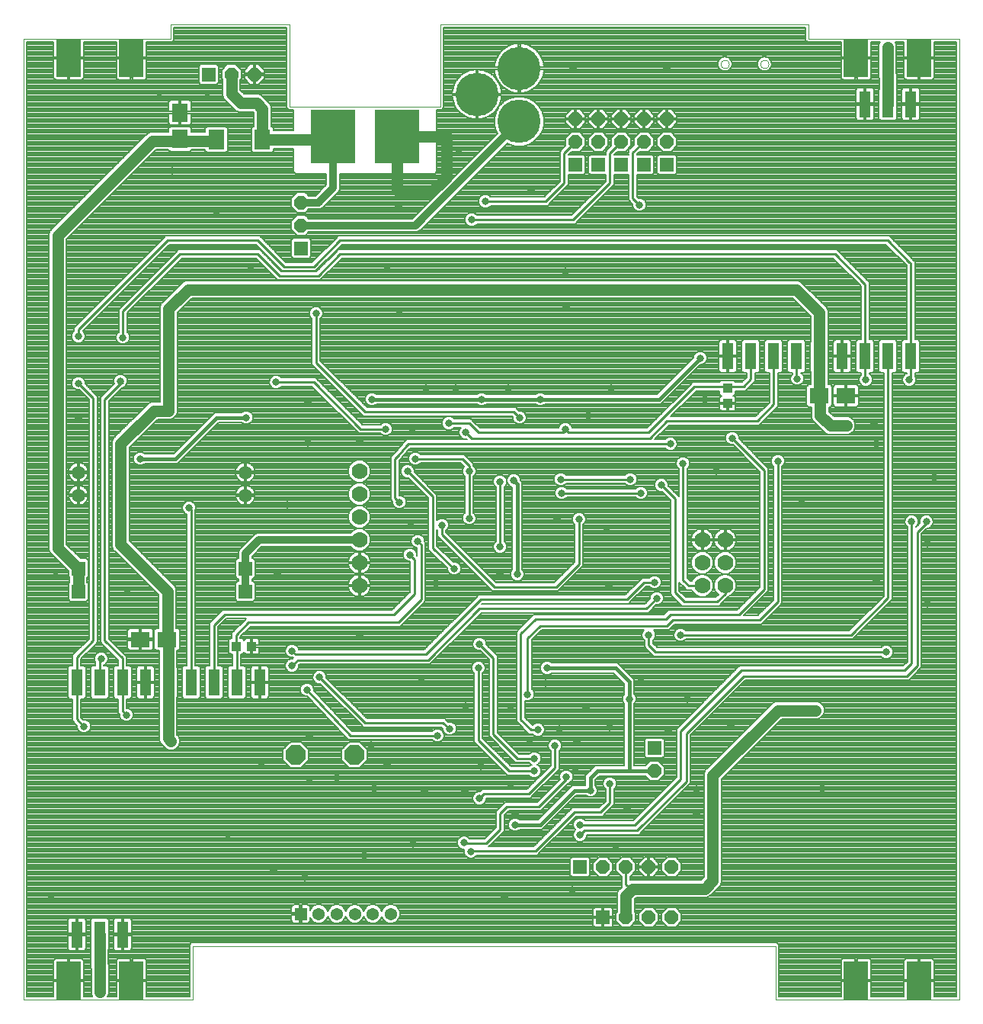
<source format=gbl>
G75*
G70*
%OFA0B0*%
%FSLAX24Y24*%
%IPPOS*%
%LPD*%
%AMOC8*
5,1,8,0,0,1.08239X$1,22.5*
%
%ADD10C,0.0000*%
%ADD11R,0.0512X0.1181*%
%ADD12R,0.1050X0.1650*%
%ADD13R,0.0709X0.0846*%
%ADD14R,0.0709X0.0866*%
%ADD15R,0.0394X0.0433*%
%ADD16R,0.0600X0.0600*%
%ADD17OC8,0.0600*%
%ADD18OC8,0.0850*%
%ADD19R,0.0591X0.0591*%
%ADD20C,0.0591*%
%ADD21R,0.0433X0.0394*%
%ADD22R,0.0846X0.0709*%
%ADD23C,0.0700*%
%ADD24R,0.0540X0.0540*%
%ADD25C,0.0540*%
%ADD26R,0.1969X0.2362*%
%ADD27C,0.1890*%
%ADD28C,0.0100*%
%ADD29C,0.0317*%
%ADD30C,0.0160*%
%ADD31C,0.0079*%
%ADD32C,0.0500*%
%ADD33C,0.0320*%
D10*
X021939Y006539D02*
X029339Y006539D01*
X029339Y008889D01*
X054839Y008889D01*
X054839Y006539D01*
X062884Y006539D01*
X062884Y048546D01*
X056289Y048546D01*
X056289Y049189D01*
X040189Y049189D01*
X040189Y045589D01*
X033589Y045589D01*
X033589Y049189D01*
X028389Y049189D01*
X028389Y048546D01*
X021939Y048546D01*
X021939Y006539D01*
X023089Y006539D02*
X027489Y006539D01*
X057539Y006539D02*
X061939Y006539D01*
X054179Y047439D02*
X054181Y047465D01*
X054187Y047491D01*
X054197Y047516D01*
X054210Y047539D01*
X054226Y047559D01*
X054246Y047577D01*
X054268Y047592D01*
X054291Y047604D01*
X054317Y047612D01*
X054343Y047616D01*
X054369Y047616D01*
X054395Y047612D01*
X054421Y047604D01*
X054445Y047592D01*
X054466Y047577D01*
X054486Y047559D01*
X054502Y047539D01*
X054515Y047516D01*
X054525Y047491D01*
X054531Y047465D01*
X054533Y047439D01*
X054531Y047413D01*
X054525Y047387D01*
X054515Y047362D01*
X054502Y047339D01*
X054486Y047319D01*
X054466Y047301D01*
X054444Y047286D01*
X054421Y047274D01*
X054395Y047266D01*
X054369Y047262D01*
X054343Y047262D01*
X054317Y047266D01*
X054291Y047274D01*
X054267Y047286D01*
X054246Y047301D01*
X054226Y047319D01*
X054210Y047339D01*
X054197Y047362D01*
X054187Y047387D01*
X054181Y047413D01*
X054179Y047439D01*
X052446Y047439D02*
X052448Y047465D01*
X052454Y047491D01*
X052464Y047516D01*
X052477Y047539D01*
X052493Y047559D01*
X052513Y047577D01*
X052535Y047592D01*
X052558Y047604D01*
X052584Y047612D01*
X052610Y047616D01*
X052636Y047616D01*
X052662Y047612D01*
X052688Y047604D01*
X052712Y047592D01*
X052733Y047577D01*
X052753Y047559D01*
X052769Y047539D01*
X052782Y047516D01*
X052792Y047491D01*
X052798Y047465D01*
X052800Y047439D01*
X052798Y047413D01*
X052792Y047387D01*
X052782Y047362D01*
X052769Y047339D01*
X052753Y047319D01*
X052733Y047301D01*
X052711Y047286D01*
X052688Y047274D01*
X052662Y047266D01*
X052636Y047262D01*
X052610Y047262D01*
X052584Y047266D01*
X052558Y047274D01*
X052534Y047286D01*
X052513Y047301D01*
X052493Y047319D01*
X052477Y047339D01*
X052464Y047362D01*
X052454Y047387D01*
X052448Y047413D01*
X052446Y047439D01*
X057539Y048546D02*
X061939Y048546D01*
X027489Y048546D02*
X023089Y048546D01*
D11*
X052756Y034666D03*
X053756Y034666D03*
X054756Y034666D03*
X055756Y034666D03*
X056756Y034666D03*
X057756Y034666D03*
X058756Y034666D03*
X059756Y034666D03*
X060756Y034666D03*
X060756Y045689D03*
X059756Y045689D03*
X058756Y045689D03*
X032272Y020413D03*
X031272Y020413D03*
X030272Y020413D03*
X029272Y020413D03*
X028272Y020413D03*
X027272Y020413D03*
X026272Y020413D03*
X025272Y020413D03*
X024272Y020413D03*
X024272Y009389D03*
X025272Y009389D03*
X026272Y009389D03*
D12*
X026665Y007372D03*
X023914Y007372D03*
X058364Y007372D03*
X061115Y007372D03*
X061115Y047714D03*
X058364Y047714D03*
X026665Y047714D03*
X023914Y047714D03*
D13*
X028789Y045320D03*
X028789Y044159D03*
D14*
X030385Y044139D03*
X032393Y044139D03*
D15*
X031924Y021989D03*
X031255Y021989D03*
D16*
X046289Y012339D03*
X047289Y010139D03*
X049539Y017539D03*
X034089Y039389D03*
X030039Y046989D03*
X046089Y043039D03*
X047089Y043039D03*
X048089Y043039D03*
X049089Y043039D03*
X050089Y043039D03*
D17*
X050089Y044039D03*
X049089Y044039D03*
X048089Y044039D03*
X047089Y044039D03*
X046089Y044039D03*
X046089Y045039D03*
X047089Y045039D03*
X048089Y045039D03*
X049089Y045039D03*
X050089Y045039D03*
X034089Y041389D03*
X034089Y040389D03*
X032039Y046989D03*
X031039Y046989D03*
X049539Y016539D03*
X049289Y012339D03*
X048289Y012339D03*
X047289Y012339D03*
X048289Y010139D03*
X049289Y010139D03*
X050289Y010139D03*
X050289Y012339D03*
D18*
X036419Y017239D03*
X033859Y017239D03*
D19*
X031639Y024389D03*
X031639Y025389D03*
X024339Y025389D03*
X024339Y024389D03*
D20*
X024339Y028589D03*
X024339Y029589D03*
X031639Y029589D03*
X031639Y028589D03*
D21*
X052739Y032605D03*
X052739Y033274D03*
D22*
X056759Y032939D03*
X057920Y032939D03*
X028220Y022289D03*
X027059Y022289D03*
D23*
X036639Y024639D03*
X036639Y025639D03*
X036639Y026639D03*
X036639Y027639D03*
X036639Y028639D03*
X036639Y029639D03*
X051639Y026639D03*
X052639Y026639D03*
X052639Y025639D03*
X051639Y025639D03*
X051639Y024639D03*
X052639Y024639D03*
D24*
X034071Y010289D03*
D25*
X034858Y010289D03*
X035646Y010289D03*
X036433Y010289D03*
X037220Y010289D03*
X038008Y010289D03*
D26*
X038287Y044289D03*
X035492Y044289D03*
D27*
X041778Y046113D03*
X043629Y047255D03*
X043629Y044932D03*
D28*
X045589Y043539D02*
X045589Y042239D01*
X044789Y041439D01*
X042139Y041439D01*
X041539Y040639D02*
X045989Y040639D01*
X047589Y042239D01*
X047589Y043539D01*
X048089Y044039D01*
X048589Y043589D02*
X048589Y041589D01*
X048889Y041289D01*
X048589Y043589D02*
X049089Y044039D01*
X046089Y044039D02*
X045589Y043539D01*
X035789Y039739D02*
X059739Y039739D01*
X060689Y038789D01*
X060706Y038772D01*
X060756Y038722D01*
X060756Y034666D01*
X060756Y033722D01*
X060689Y033639D01*
X059756Y034666D02*
X059756Y024106D01*
X058139Y022489D01*
X050689Y022489D01*
X050089Y022889D02*
X050339Y023139D01*
X054139Y023139D01*
X054939Y023939D01*
X054939Y030089D01*
X054339Y029689D02*
X052939Y031089D01*
X054039Y031839D02*
X054756Y032556D01*
X054756Y034666D01*
X055756Y034666D02*
X055756Y033706D01*
X055789Y033689D01*
X053756Y033656D02*
X053439Y033339D01*
X052789Y033339D01*
X052724Y033324D01*
X052722Y033322D01*
X052722Y033322D01*
X052724Y033324D02*
X052739Y033274D01*
X052724Y033339D01*
X051289Y033339D01*
X049289Y031339D01*
X045789Y031339D01*
X045639Y031489D01*
X045639Y031439D01*
X045539Y031339D01*
X041839Y031339D01*
X041439Y031739D01*
X040539Y031739D01*
X041289Y031339D02*
X041539Y031089D01*
X049339Y031089D01*
X050089Y031839D01*
X054039Y031839D01*
X053756Y033656D02*
X053756Y034666D01*
X058756Y034666D02*
X058756Y033672D01*
X058789Y033639D01*
X058756Y034666D02*
X058756Y037822D01*
X057439Y039139D01*
X035789Y039139D01*
X034839Y038189D01*
X033139Y038189D01*
X032189Y039139D01*
X028789Y039139D01*
X026289Y036639D01*
X026289Y035489D01*
X026189Y033589D02*
X026272Y033506D01*
X026206Y033506D01*
X025489Y032789D01*
X025489Y022239D01*
X026272Y021456D01*
X026272Y020413D01*
X026272Y019156D01*
X026439Y018989D01*
X025272Y020413D02*
X025272Y021372D01*
X025339Y021439D01*
X024989Y022239D02*
X024989Y032839D01*
X024339Y033489D01*
X024272Y033556D01*
X024339Y035539D02*
X024339Y035839D01*
X028239Y039739D01*
X032189Y039739D01*
X033339Y038589D01*
X034639Y038589D01*
X035789Y039739D01*
X034739Y036539D02*
X034739Y034389D01*
X036889Y032239D01*
X043389Y032239D01*
X043639Y031989D01*
X041439Y029889D02*
X041139Y030189D01*
X039089Y030189D01*
X038739Y029639D02*
X039839Y028539D01*
X039839Y026289D01*
X040789Y025389D01*
X040239Y026889D02*
X042539Y024589D01*
X045239Y024589D01*
X046239Y025589D01*
X046239Y027539D01*
X045489Y028689D02*
X048939Y028689D01*
X048489Y029289D02*
X045439Y029289D01*
X042789Y029189D02*
X042789Y026339D01*
X041439Y027589D02*
X041439Y029639D01*
X041439Y029889D01*
X038789Y030839D02*
X050239Y030839D01*
X050789Y029989D02*
X050789Y024889D01*
X051039Y024639D01*
X051639Y024639D01*
X052289Y023939D02*
X050839Y023939D01*
X050439Y024339D01*
X050439Y028439D01*
X049839Y029039D01*
X054339Y029689D02*
X054339Y024489D01*
X053239Y023389D01*
X050239Y023389D01*
X050039Y023189D01*
X044339Y023189D01*
X043689Y022539D01*
X043689Y018789D01*
X044139Y018339D01*
X044439Y018339D01*
X045189Y017639D02*
X045189Y016689D01*
X044039Y015539D01*
X042089Y015539D01*
X041889Y015339D01*
X042789Y014689D02*
X042789Y013989D01*
X042189Y013389D01*
X041239Y013389D01*
X041202Y013402D01*
X041539Y013039D02*
X041508Y013008D01*
X041539Y013039D02*
X044339Y013039D01*
X046039Y014739D01*
X047189Y014739D01*
X047589Y015139D01*
X047589Y015989D01*
X045689Y016189D02*
X044489Y014989D01*
X043089Y014989D01*
X042789Y014689D01*
X043189Y016539D02*
X041839Y017889D01*
X041839Y021039D01*
X042489Y021489D02*
X042489Y018139D01*
X043539Y017089D01*
X044289Y017089D01*
X044289Y016539D02*
X043189Y016539D01*
X040589Y018389D02*
X040289Y018639D01*
X036889Y018639D01*
X034889Y020639D01*
X034339Y020089D02*
X036239Y018089D01*
X040039Y018089D01*
X043989Y019889D02*
X043989Y022339D01*
X044539Y022889D01*
X050089Y022889D01*
X049289Y022489D02*
X049289Y022039D01*
X049589Y021739D01*
X059689Y021739D01*
X060489Y020939D02*
X053339Y020939D01*
X050689Y018289D01*
X050689Y016189D01*
X048689Y014189D01*
X046289Y014189D01*
X046489Y013939D02*
X046289Y013739D01*
X046489Y013939D02*
X048789Y013939D01*
X050939Y016089D01*
X050939Y018189D01*
X053439Y020689D01*
X060589Y020689D01*
X061039Y021139D01*
X061039Y026989D01*
X061439Y027389D01*
X061439Y027439D01*
X060789Y027439D02*
X060789Y021239D01*
X060489Y020939D01*
X052639Y024289D02*
X052639Y024639D01*
X052639Y024289D02*
X052289Y023939D01*
X049639Y024089D02*
X049189Y023639D01*
X041889Y023639D01*
X039639Y021389D01*
X033939Y021389D01*
X033689Y021139D01*
X033839Y021639D02*
X039539Y021639D01*
X041939Y024039D01*
X048339Y024039D01*
X049089Y024789D01*
X049539Y024789D01*
X042489Y021489D02*
X041889Y022089D01*
X039339Y024039D02*
X039339Y026439D01*
X039189Y026589D01*
X038839Y025989D02*
X039039Y025789D01*
X039039Y024289D01*
X038139Y023389D01*
X030739Y023389D01*
X030272Y022922D01*
X030272Y020413D01*
X029272Y020413D02*
X029272Y027956D01*
X029189Y028039D01*
X029188Y028039D01*
X031789Y023039D02*
X038339Y023039D01*
X039339Y024039D01*
X040239Y026889D02*
X040239Y027289D01*
X038389Y028289D02*
X038189Y028489D01*
X038189Y030189D01*
X038339Y030339D01*
X038689Y030739D01*
X038789Y030839D01*
X037789Y031489D02*
X036689Y031489D01*
X034639Y033539D01*
X032989Y033539D01*
X031789Y023039D02*
X031239Y022489D01*
X031239Y021989D01*
X031255Y021989D02*
X031272Y021922D01*
X031272Y020413D01*
X033689Y021789D02*
X033839Y021639D01*
X024989Y022239D02*
X024272Y021522D01*
X024272Y020413D01*
X024272Y018806D01*
X024589Y018489D01*
X045689Y016289D02*
X045689Y016189D01*
X048289Y012339D02*
X048289Y011589D01*
X048539Y011339D01*
X049489Y011489D02*
X049589Y011389D01*
D29*
X047839Y013139D03*
X046289Y013739D03*
X046289Y014189D03*
X046739Y015689D03*
X047589Y015989D03*
X048339Y014889D03*
X046089Y016639D03*
X045689Y016289D03*
X044289Y016539D03*
X044289Y017089D03*
X044089Y017889D03*
X044439Y018339D03*
X045389Y018389D03*
X045189Y017639D03*
X046139Y017839D03*
X047589Y018439D03*
X046539Y019289D03*
X048439Y019689D03*
X048939Y020489D03*
X049289Y022489D03*
X050689Y022489D03*
X049639Y024089D03*
X049539Y024789D03*
X047539Y024639D03*
X047439Y027139D03*
X046239Y027539D03*
X045289Y027539D03*
X045489Y028689D03*
X045439Y029289D03*
X043389Y029239D03*
X042789Y029189D03*
X041439Y029639D03*
X041289Y031339D03*
X040539Y031739D03*
X038939Y031389D03*
X037789Y031489D03*
X036639Y030939D03*
X037189Y032789D03*
X039539Y033289D03*
X040839Y033289D03*
X041989Y032789D03*
X043139Y033289D03*
X043639Y031989D03*
X044539Y032789D03*
X045639Y031489D03*
X046639Y032089D03*
X047639Y033289D03*
X050239Y030839D03*
X050789Y029989D03*
X049839Y029039D03*
X048939Y028689D03*
X048489Y029289D03*
X052239Y029639D03*
X052939Y031089D03*
X051739Y032789D03*
X051539Y034589D03*
X055789Y033689D03*
X057939Y031639D03*
X059139Y031739D03*
X059239Y030839D03*
X061789Y029389D03*
X061439Y027439D03*
X060789Y027439D03*
X061489Y026489D03*
X059239Y024889D03*
X061489Y023839D03*
X059689Y021739D03*
X056589Y019189D03*
X052889Y018539D03*
X050989Y019689D03*
X050139Y018289D03*
X051389Y015739D03*
X051389Y014639D03*
X045939Y011339D03*
X042989Y011039D03*
X041508Y013008D03*
X041202Y013402D03*
X041889Y015339D03*
X041239Y015639D03*
X041939Y016739D03*
X043239Y015939D03*
X043439Y014639D03*
X043439Y014189D03*
X039489Y015689D03*
X037839Y016839D03*
X037139Y017689D03*
X035639Y016239D03*
X034439Y016189D03*
X034439Y018039D03*
X034339Y020089D03*
X034889Y020639D03*
X033689Y021139D03*
X033689Y021789D03*
X036639Y022439D03*
X039339Y020439D03*
X041289Y019389D03*
X040589Y018389D03*
X040039Y018089D03*
X043239Y019339D03*
X043989Y019889D03*
X044789Y020389D03*
X044839Y021039D03*
X041889Y022089D03*
X041839Y021039D03*
X039989Y024739D03*
X040789Y025389D03*
X039189Y026589D03*
X038839Y025989D03*
X038889Y027389D03*
X040239Y027289D03*
X041439Y027589D03*
X042789Y026339D03*
X042789Y025139D03*
X043539Y025139D03*
X038389Y028289D03*
X038739Y029639D03*
X039089Y030189D03*
X034389Y030889D03*
X034389Y032639D03*
X032989Y033539D03*
X031689Y031989D03*
X028289Y032289D03*
X027039Y030189D03*
X029188Y028039D03*
X033489Y028189D03*
X033039Y025139D03*
X028239Y024389D03*
X026489Y024439D03*
X023339Y025039D03*
X025339Y021439D03*
X026439Y018989D03*
X028389Y017839D03*
X024589Y018489D03*
X030889Y013789D03*
X032889Y012189D03*
X034239Y011889D03*
X036839Y012839D03*
X038989Y013339D03*
X037289Y015789D03*
X032339Y016889D03*
X023139Y010989D03*
X025289Y007989D03*
X025289Y007439D03*
X025289Y006889D03*
X055989Y028239D03*
X054939Y030089D03*
X058789Y033639D03*
X060689Y033639D03*
X048889Y041289D03*
X045639Y038389D03*
X045689Y036839D03*
X041539Y040639D03*
X042139Y041439D03*
X044139Y041939D03*
X040989Y043689D03*
X039039Y043339D03*
X038539Y043339D03*
X038039Y043339D03*
X037539Y043339D03*
X036239Y043339D03*
X035739Y043339D03*
X035239Y043339D03*
X034739Y043339D03*
X034739Y045189D03*
X035239Y045189D03*
X035739Y045189D03*
X036239Y045189D03*
X037539Y045189D03*
X038039Y045189D03*
X038539Y045189D03*
X039039Y045189D03*
X038339Y041239D03*
X037839Y038489D03*
X038389Y036639D03*
X034739Y036539D03*
X034039Y037589D03*
X031889Y038489D03*
X030389Y040989D03*
X028439Y042789D03*
X027889Y045989D03*
X029989Y045989D03*
X026289Y035489D03*
X026189Y033589D03*
X024339Y033489D03*
X024339Y031989D03*
X024339Y035539D03*
X045989Y047239D03*
X050089Y047239D03*
X059739Y047089D03*
X059739Y047639D03*
X059739Y048189D03*
X056889Y015789D03*
D30*
X049539Y016539D02*
X048439Y016539D01*
X048439Y019689D01*
X048439Y020439D01*
X047839Y021039D01*
X044839Y021039D01*
X043539Y025139D02*
X043539Y029089D01*
X043389Y029239D01*
X044539Y032789D02*
X041989Y032789D01*
X037189Y032789D01*
X031689Y031989D02*
X030389Y031989D01*
X028589Y030189D01*
X027039Y030189D01*
X031139Y021989D02*
X031239Y021989D01*
X031255Y021989D01*
X031139Y021924D01*
X043439Y014189D02*
X044539Y014189D01*
X046039Y015689D01*
X046739Y015689D01*
X046739Y016239D01*
X047039Y016539D01*
X048439Y016539D01*
X049739Y032789D02*
X044539Y032789D01*
X049739Y032789D02*
X051539Y034589D01*
D31*
X051652Y034314D02*
X052361Y034314D01*
X052361Y034391D02*
X051762Y034391D01*
X051792Y034421D02*
X051837Y034530D01*
X051837Y034649D01*
X051792Y034758D01*
X051708Y034842D01*
X051599Y034887D01*
X051480Y034887D01*
X051371Y034842D01*
X051287Y034758D01*
X051242Y034649D01*
X051242Y034602D01*
X049649Y033009D01*
X044741Y033009D01*
X044708Y033042D01*
X044599Y033087D01*
X044480Y033087D01*
X044371Y033042D01*
X044338Y033009D01*
X042191Y033009D01*
X042158Y033042D01*
X042049Y033087D01*
X041930Y033087D01*
X041821Y033042D01*
X041788Y033009D01*
X037391Y033009D01*
X037358Y033042D01*
X037249Y033087D01*
X037130Y033087D01*
X037021Y033042D01*
X036937Y032958D01*
X036892Y032849D01*
X036892Y032730D01*
X036937Y032621D01*
X037021Y032537D01*
X037130Y032492D01*
X037249Y032492D01*
X037358Y032537D01*
X037391Y032570D01*
X041788Y032570D01*
X041821Y032537D01*
X041930Y032492D01*
X042049Y032492D01*
X042158Y032537D01*
X042191Y032570D01*
X044338Y032570D01*
X044371Y032537D01*
X044480Y032492D01*
X044599Y032492D01*
X044708Y032537D01*
X044741Y032570D01*
X049830Y032570D01*
X051552Y034292D01*
X051599Y034292D01*
X051708Y034337D01*
X051792Y034421D01*
X051812Y034468D02*
X052361Y034468D01*
X052361Y034546D02*
X051837Y034546D01*
X051837Y034623D02*
X052361Y034623D01*
X052361Y034626D02*
X052361Y034057D01*
X052371Y034021D01*
X052389Y033990D01*
X052415Y033964D01*
X052447Y033945D01*
X052482Y033936D01*
X052717Y033936D01*
X052717Y034626D01*
X052796Y034626D01*
X052796Y034705D01*
X053152Y034705D01*
X053152Y035275D01*
X053142Y035310D01*
X053124Y035342D01*
X053098Y035368D01*
X053066Y035386D01*
X053031Y035396D01*
X052796Y035396D01*
X052796Y034705D01*
X052717Y034705D01*
X052717Y034626D01*
X052361Y034626D01*
X052361Y034705D02*
X052717Y034705D01*
X052717Y035396D01*
X052482Y035396D01*
X052447Y035386D01*
X052415Y035368D01*
X052389Y035342D01*
X052371Y035310D01*
X052361Y035275D01*
X052361Y034705D01*
X052361Y034777D02*
X051773Y034777D01*
X051816Y034700D02*
X052717Y034700D01*
X052717Y034623D02*
X052796Y034623D01*
X052796Y034626D02*
X052796Y033936D01*
X053031Y033936D01*
X053066Y033945D01*
X053098Y033964D01*
X053124Y033990D01*
X053142Y034021D01*
X053152Y034057D01*
X053152Y034626D01*
X052796Y034626D01*
X052796Y034700D02*
X053361Y034700D01*
X053361Y034623D02*
X053152Y034623D01*
X053152Y034546D02*
X053361Y034546D01*
X053361Y034468D02*
X053152Y034468D01*
X053152Y034391D02*
X053361Y034391D01*
X053361Y034314D02*
X053152Y034314D01*
X053152Y034237D02*
X053361Y034237D01*
X053361Y034159D02*
X053152Y034159D01*
X053152Y034082D02*
X053361Y034082D01*
X053361Y034017D02*
X053443Y033936D01*
X053567Y033936D01*
X053567Y033735D01*
X053361Y033529D01*
X053095Y033529D01*
X053014Y033610D01*
X052465Y033610D01*
X052384Y033529D01*
X051211Y033529D01*
X051100Y033418D01*
X049211Y031529D01*
X045937Y031529D01*
X045937Y031549D01*
X045892Y031658D01*
X045808Y031742D01*
X045699Y031787D01*
X045580Y031787D01*
X045471Y031742D01*
X045387Y031658D01*
X045342Y031549D01*
X045342Y031529D01*
X041918Y031529D01*
X041629Y031818D01*
X041518Y031929D01*
X040771Y031929D01*
X040708Y031992D01*
X040599Y032037D01*
X040480Y032037D01*
X040371Y031992D01*
X040287Y031908D01*
X040242Y031799D01*
X040242Y031680D01*
X040287Y031571D01*
X040371Y031487D01*
X040480Y031442D01*
X040599Y031442D01*
X040708Y031487D01*
X040771Y031550D01*
X041079Y031550D01*
X041037Y031508D01*
X040992Y031399D01*
X040992Y031280D01*
X041037Y031171D01*
X041121Y031087D01*
X041230Y031042D01*
X041319Y031042D01*
X041332Y031029D01*
X038711Y031029D01*
X038606Y030924D01*
X038599Y030923D01*
X038551Y030869D01*
X038500Y030818D01*
X038500Y030811D01*
X038201Y030469D01*
X038000Y030268D01*
X038000Y028411D01*
X038092Y028319D01*
X038092Y028230D01*
X038137Y028121D01*
X038221Y028037D01*
X038330Y027992D01*
X038449Y027992D01*
X038558Y028037D01*
X038642Y028121D01*
X038687Y028230D01*
X038687Y028349D01*
X038642Y028458D01*
X038558Y028542D01*
X038449Y028587D01*
X038379Y028587D01*
X038379Y030111D01*
X038423Y030155D01*
X038430Y030156D01*
X038478Y030210D01*
X038529Y030261D01*
X038529Y030268D01*
X038828Y030610D01*
X038868Y030650D01*
X050008Y030650D01*
X050071Y030587D01*
X050180Y030542D01*
X050299Y030542D01*
X050408Y030587D01*
X050492Y030671D01*
X050537Y030780D01*
X050537Y030899D01*
X050492Y031008D01*
X050408Y031092D01*
X050299Y031137D01*
X050180Y031137D01*
X050071Y031092D01*
X050008Y031029D01*
X049547Y031029D01*
X050168Y031650D01*
X054118Y031650D01*
X054835Y032367D01*
X054946Y032478D01*
X054946Y033936D01*
X055070Y033936D01*
X055152Y034017D01*
X055152Y035314D01*
X055070Y035396D01*
X054443Y035396D01*
X054361Y035314D01*
X054361Y034017D01*
X054443Y033936D01*
X054567Y033936D01*
X054567Y032635D01*
X053961Y032029D01*
X050247Y032029D01*
X051368Y033150D01*
X052383Y033150D01*
X052383Y033019D01*
X052465Y032938D01*
X052493Y032938D01*
X052469Y032931D01*
X052437Y032913D01*
X052411Y032887D01*
X052393Y032855D01*
X052383Y032820D01*
X052383Y032644D01*
X052700Y032644D01*
X052700Y032565D01*
X052779Y032565D01*
X052779Y032269D01*
X052974Y032269D01*
X053010Y032278D01*
X053041Y032296D01*
X053067Y032322D01*
X053086Y032354D01*
X053095Y032390D01*
X053095Y032565D01*
X052779Y032565D01*
X052779Y032644D01*
X053095Y032644D01*
X053095Y032820D01*
X053086Y032855D01*
X053067Y032887D01*
X053041Y032913D01*
X053010Y032931D01*
X052986Y032938D01*
X053014Y032938D01*
X053095Y033019D01*
X053095Y033150D01*
X053518Y033150D01*
X053835Y033467D01*
X053946Y033578D01*
X053946Y033936D01*
X054070Y033936D01*
X054152Y034017D01*
X054152Y035314D01*
X054070Y035396D01*
X053443Y035396D01*
X053361Y035314D01*
X053361Y034017D01*
X053374Y034005D02*
X053133Y034005D01*
X052796Y034005D02*
X052717Y034005D01*
X052717Y034082D02*
X052796Y034082D01*
X052796Y034159D02*
X052717Y034159D01*
X052717Y034237D02*
X052796Y034237D01*
X052796Y034314D02*
X052717Y034314D01*
X052717Y034391D02*
X052796Y034391D01*
X052796Y034468D02*
X052717Y034468D01*
X052717Y034546D02*
X052796Y034546D01*
X052796Y034777D02*
X052717Y034777D01*
X052717Y034855D02*
X052796Y034855D01*
X052796Y034932D02*
X052717Y034932D01*
X052717Y035009D02*
X052796Y035009D01*
X052796Y035086D02*
X052717Y035086D01*
X052717Y035163D02*
X052796Y035163D01*
X052796Y035241D02*
X052717Y035241D01*
X052717Y035318D02*
X052796Y035318D01*
X052796Y035395D02*
X052717Y035395D01*
X052480Y035395D02*
X034929Y035395D01*
X034929Y035318D02*
X052375Y035318D01*
X052361Y035241D02*
X034929Y035241D01*
X034929Y035163D02*
X052361Y035163D01*
X052361Y035086D02*
X034929Y035086D01*
X034929Y035009D02*
X052361Y035009D01*
X052361Y034932D02*
X034929Y034932D01*
X034929Y034855D02*
X051401Y034855D01*
X051306Y034777D02*
X034929Y034777D01*
X034929Y034700D02*
X051263Y034700D01*
X051242Y034623D02*
X034929Y034623D01*
X034929Y034546D02*
X051185Y034546D01*
X051108Y034468D02*
X034929Y034468D01*
X034929Y036308D01*
X034992Y036371D01*
X035037Y036480D01*
X035037Y036599D01*
X034992Y036708D01*
X034908Y036792D01*
X034799Y036837D01*
X034680Y036837D01*
X034571Y036792D01*
X034487Y036708D01*
X034442Y036599D01*
X034442Y036480D01*
X034487Y036371D01*
X034550Y036308D01*
X034550Y034311D01*
X034661Y034200D01*
X036811Y032050D01*
X043311Y032050D01*
X043342Y032019D01*
X043342Y031930D01*
X043387Y031821D01*
X043471Y031737D01*
X043580Y031692D01*
X043699Y031692D01*
X043808Y031737D01*
X043892Y031821D01*
X043937Y031930D01*
X043937Y032049D01*
X043892Y032158D01*
X043808Y032242D01*
X043699Y032287D01*
X043609Y032287D01*
X043579Y032318D01*
X043468Y032429D01*
X036968Y032429D01*
X034929Y034468D01*
X035005Y034391D02*
X051031Y034391D01*
X050954Y034314D02*
X035083Y034314D01*
X035160Y034237D02*
X050876Y034237D01*
X050799Y034159D02*
X035237Y034159D01*
X035314Y034082D02*
X050722Y034082D01*
X050645Y034005D02*
X035392Y034005D01*
X035469Y033928D02*
X050567Y033928D01*
X050490Y033850D02*
X035546Y033850D01*
X035623Y033773D02*
X050413Y033773D01*
X050336Y033696D02*
X035701Y033696D01*
X035778Y033619D02*
X050258Y033619D01*
X050181Y033541D02*
X035855Y033541D01*
X035932Y033464D02*
X050104Y033464D01*
X050027Y033387D02*
X036010Y033387D01*
X036087Y033310D02*
X049949Y033310D01*
X049872Y033232D02*
X036164Y033232D01*
X036241Y033155D02*
X049795Y033155D01*
X049718Y033078D02*
X044621Y033078D01*
X044458Y033078D02*
X042071Y033078D01*
X041908Y033078D02*
X037271Y033078D01*
X037108Y033078D02*
X036319Y033078D01*
X036396Y033001D02*
X036980Y033001D01*
X036923Y032924D02*
X036473Y032924D01*
X036550Y032846D02*
X036892Y032846D01*
X036892Y032769D02*
X036628Y032769D01*
X036705Y032692D02*
X036907Y032692D01*
X036943Y032615D02*
X036782Y032615D01*
X036859Y032537D02*
X037020Y032537D01*
X036936Y032460D02*
X050142Y032460D01*
X050065Y032383D02*
X043514Y032383D01*
X043591Y032306D02*
X049988Y032306D01*
X049911Y032228D02*
X043822Y032228D01*
X043895Y032151D02*
X049833Y032151D01*
X049756Y032074D02*
X043927Y032074D01*
X043937Y031997D02*
X049679Y031997D01*
X049602Y031919D02*
X043933Y031919D01*
X043901Y031842D02*
X049524Y031842D01*
X049447Y031765D02*
X045752Y031765D01*
X045862Y031688D02*
X049370Y031688D01*
X049293Y031610D02*
X045912Y031610D01*
X045937Y031533D02*
X049215Y031533D01*
X049665Y031147D02*
X052642Y031147D01*
X052642Y031149D02*
X052642Y031030D01*
X052687Y030921D01*
X052771Y030837D01*
X052880Y030792D01*
X052969Y030792D01*
X054150Y029611D01*
X054150Y024568D01*
X053161Y023579D01*
X050161Y023579D01*
X050050Y023468D01*
X049961Y023379D01*
X044261Y023379D01*
X044150Y023268D01*
X044150Y023268D01*
X043611Y022729D01*
X043500Y022618D01*
X043500Y018711D01*
X043611Y018600D01*
X044061Y018150D01*
X044208Y018150D01*
X044271Y018087D01*
X044380Y018042D01*
X044499Y018042D01*
X044608Y018087D01*
X044692Y018171D01*
X044737Y018280D01*
X044737Y018399D01*
X044692Y018508D01*
X044608Y018592D01*
X044499Y018637D01*
X044380Y018637D01*
X044271Y018592D01*
X044213Y018534D01*
X043879Y018868D01*
X043879Y019613D01*
X043930Y019592D01*
X044049Y019592D01*
X044158Y019637D01*
X044242Y019721D01*
X044287Y019830D01*
X044287Y019949D01*
X044242Y020058D01*
X044179Y020121D01*
X044179Y022261D01*
X044618Y022700D01*
X049079Y022700D01*
X049037Y022658D01*
X048992Y022549D01*
X048992Y022430D01*
X049037Y022321D01*
X049100Y022258D01*
X049100Y021961D01*
X049211Y021850D01*
X049511Y021550D01*
X059458Y021550D01*
X059521Y021487D01*
X059630Y021442D01*
X059749Y021442D01*
X059858Y021487D01*
X059942Y021571D01*
X059987Y021680D01*
X059987Y021799D01*
X059942Y021908D01*
X059858Y021992D01*
X059749Y022037D01*
X059630Y022037D01*
X059521Y021992D01*
X059458Y021929D01*
X049668Y021929D01*
X049479Y022118D01*
X049479Y022258D01*
X049542Y022321D01*
X049587Y022430D01*
X049587Y022549D01*
X049542Y022658D01*
X049500Y022700D01*
X050168Y022700D01*
X050418Y022950D01*
X054218Y022950D01*
X055018Y023750D01*
X055129Y023861D01*
X055129Y029858D01*
X055192Y029921D01*
X055237Y030030D01*
X055237Y030149D01*
X055192Y030258D01*
X055108Y030342D01*
X054999Y030387D01*
X054880Y030387D01*
X054771Y030342D01*
X054687Y030258D01*
X054642Y030149D01*
X054642Y030030D01*
X054687Y029921D01*
X054750Y029858D01*
X054750Y024018D01*
X054061Y023329D01*
X053447Y023329D01*
X054418Y024300D01*
X054529Y024411D01*
X054529Y029768D01*
X053237Y031059D01*
X053237Y031149D01*
X053192Y031258D01*
X053108Y031342D01*
X052999Y031387D01*
X052880Y031387D01*
X052771Y031342D01*
X052687Y031258D01*
X052642Y031149D01*
X052642Y031070D02*
X050430Y031070D01*
X050498Y030993D02*
X052657Y030993D01*
X052692Y030915D02*
X050530Y030915D01*
X050537Y030838D02*
X052770Y030838D01*
X053000Y030761D02*
X050529Y030761D01*
X050497Y030684D02*
X053077Y030684D01*
X053155Y030606D02*
X050427Y030606D01*
X050051Y030606D02*
X038825Y030606D01*
X038757Y030529D02*
X053232Y030529D01*
X053309Y030452D02*
X039234Y030452D01*
X039258Y030442D02*
X039321Y030379D01*
X041218Y030379D01*
X041518Y030079D01*
X041629Y029968D01*
X041629Y029871D01*
X041692Y029808D01*
X041737Y029699D01*
X041737Y029580D01*
X041692Y029471D01*
X041629Y029408D01*
X041629Y027821D01*
X041692Y027758D01*
X041737Y027649D01*
X041737Y027530D01*
X041692Y027421D01*
X041608Y027337D01*
X041499Y027292D01*
X041380Y027292D01*
X041271Y027337D01*
X041187Y027421D01*
X041142Y027530D01*
X041142Y027649D01*
X041187Y027758D01*
X041250Y027821D01*
X041250Y029408D01*
X041187Y029471D01*
X041142Y029580D01*
X041142Y029699D01*
X041187Y029808D01*
X041220Y029841D01*
X041061Y030000D01*
X039321Y030000D01*
X039258Y029937D01*
X039149Y029892D01*
X039030Y029892D01*
X038921Y029937D01*
X038837Y030021D01*
X038792Y030130D01*
X038792Y030249D01*
X038837Y030358D01*
X038921Y030442D01*
X039030Y030487D01*
X039149Y030487D01*
X039258Y030442D01*
X038945Y030452D02*
X038689Y030452D01*
X038622Y030375D02*
X038853Y030375D01*
X038812Y030297D02*
X038554Y030297D01*
X038488Y030220D02*
X038792Y030220D01*
X038792Y030143D02*
X038411Y030143D01*
X038379Y030066D02*
X038818Y030066D01*
X038869Y029988D02*
X038379Y029988D01*
X038379Y029911D02*
X038617Y029911D01*
X038571Y029892D02*
X038487Y029808D01*
X038442Y029699D01*
X038442Y029580D01*
X038487Y029471D01*
X038571Y029387D01*
X038680Y029342D01*
X038769Y029342D01*
X039650Y028461D01*
X039650Y026365D01*
X039648Y026363D01*
X039650Y026287D01*
X039650Y026211D01*
X039652Y026209D01*
X039652Y026206D01*
X039707Y026154D01*
X039761Y026100D01*
X039764Y026100D01*
X040492Y025411D01*
X040492Y025330D01*
X040537Y025221D01*
X040621Y025137D01*
X040730Y025092D01*
X040849Y025092D01*
X040958Y025137D01*
X041042Y025221D01*
X041087Y025330D01*
X041087Y025449D01*
X041042Y025558D01*
X040958Y025642D01*
X040849Y025687D01*
X040750Y025687D01*
X040029Y026371D01*
X040029Y027079D01*
X040050Y027058D01*
X040050Y026811D01*
X040161Y026700D01*
X042461Y024400D01*
X045318Y024400D01*
X045429Y024511D01*
X046429Y025511D01*
X046429Y027308D01*
X046492Y027371D01*
X046537Y027480D01*
X046537Y027599D01*
X046492Y027708D01*
X046408Y027792D01*
X046299Y027837D01*
X046180Y027837D01*
X046071Y027792D01*
X045987Y027708D01*
X045942Y027599D01*
X045942Y027480D01*
X045987Y027371D01*
X046050Y027308D01*
X046050Y025668D01*
X045161Y024779D01*
X042618Y024779D01*
X040429Y026968D01*
X040429Y027058D01*
X040492Y027121D01*
X040537Y027230D01*
X040537Y027349D01*
X040492Y027458D01*
X040408Y027542D01*
X040299Y027587D01*
X040180Y027587D01*
X040071Y027542D01*
X040029Y027500D01*
X040029Y028618D01*
X039037Y029609D01*
X039037Y029699D01*
X038992Y029808D01*
X038908Y029892D01*
X038799Y029937D01*
X038680Y029937D01*
X038571Y029892D01*
X038513Y029834D02*
X038379Y029834D01*
X038379Y029757D02*
X038466Y029757D01*
X038442Y029679D02*
X038379Y029679D01*
X038379Y029602D02*
X038442Y029602D01*
X038464Y029525D02*
X038379Y029525D01*
X038379Y029448D02*
X038510Y029448D01*
X038610Y029370D02*
X038379Y029370D01*
X038379Y029293D02*
X038818Y029293D01*
X038895Y029216D02*
X038379Y029216D01*
X038379Y029139D02*
X038972Y029139D01*
X039049Y029061D02*
X038379Y029061D01*
X038379Y028984D02*
X039127Y028984D01*
X039204Y028907D02*
X038379Y028907D01*
X038379Y028830D02*
X039281Y028830D01*
X039358Y028753D02*
X038379Y028753D01*
X038379Y028675D02*
X039436Y028675D01*
X039513Y028598D02*
X038379Y028598D01*
X038579Y028521D02*
X039590Y028521D01*
X039650Y028444D02*
X038648Y028444D01*
X038680Y028366D02*
X039650Y028366D01*
X039650Y028289D02*
X038687Y028289D01*
X038680Y028212D02*
X039650Y028212D01*
X039650Y028135D02*
X038648Y028135D01*
X038579Y028057D02*
X039650Y028057D01*
X039650Y027980D02*
X036991Y027980D01*
X037054Y027917D02*
X036917Y028054D01*
X036737Y028129D01*
X036542Y028129D01*
X036362Y028054D01*
X036225Y027917D01*
X036150Y027737D01*
X036150Y027542D01*
X036225Y027362D01*
X036362Y027225D01*
X036542Y027150D01*
X036737Y027150D01*
X036917Y027225D01*
X037054Y027362D01*
X037129Y027542D01*
X037129Y027737D01*
X037054Y027917D01*
X037060Y027903D02*
X039650Y027903D01*
X039650Y027826D02*
X037092Y027826D01*
X037124Y027748D02*
X039650Y027748D01*
X039650Y027671D02*
X037129Y027671D01*
X037129Y027594D02*
X039650Y027594D01*
X039650Y027517D02*
X037118Y027517D01*
X037086Y027439D02*
X039650Y027439D01*
X039650Y027362D02*
X037054Y027362D01*
X036977Y027285D02*
X039650Y027285D01*
X039650Y027208D02*
X036876Y027208D01*
X036917Y027054D02*
X036737Y027129D01*
X036542Y027129D01*
X036362Y027054D01*
X036247Y026939D01*
X032180Y026939D01*
X032070Y026893D01*
X031470Y026293D01*
X031470Y026293D01*
X031386Y026209D01*
X031340Y026099D01*
X031340Y025824D01*
X031286Y025824D01*
X031205Y025742D01*
X031205Y025036D01*
X031286Y024955D01*
X031340Y024955D01*
X031340Y024824D01*
X031286Y024824D01*
X031205Y024742D01*
X031205Y024036D01*
X031286Y023955D01*
X031992Y023955D01*
X032074Y024036D01*
X032074Y024742D01*
X031992Y024824D01*
X031939Y024824D01*
X031939Y024955D01*
X031992Y024955D01*
X032074Y025036D01*
X032074Y025742D01*
X031992Y025824D01*
X031939Y025824D01*
X031939Y025915D01*
X032363Y026340D01*
X036247Y026340D01*
X036362Y026225D01*
X036542Y026150D01*
X036737Y026150D01*
X036917Y026225D01*
X037054Y026362D01*
X037129Y026542D01*
X037129Y026737D01*
X037054Y026917D01*
X036917Y027054D01*
X036918Y027053D02*
X039650Y027053D01*
X039650Y026976D02*
X036995Y026976D01*
X037062Y026899D02*
X039650Y026899D01*
X039650Y026822D02*
X039378Y026822D01*
X039358Y026842D02*
X039249Y026887D01*
X039130Y026887D01*
X039021Y026842D01*
X038937Y026758D01*
X038892Y026649D01*
X038892Y026530D01*
X038937Y026421D01*
X039021Y026337D01*
X039130Y026292D01*
X039150Y026292D01*
X039150Y025947D01*
X039137Y025959D01*
X039137Y026049D01*
X039150Y026049D01*
X039137Y026049D02*
X039092Y026158D01*
X039008Y026242D01*
X038899Y026287D01*
X038780Y026287D01*
X038671Y026242D01*
X038587Y026158D01*
X038542Y026049D01*
X036908Y026049D01*
X036896Y026058D02*
X036827Y026093D01*
X036754Y026117D01*
X036679Y026129D01*
X036679Y025679D01*
X037129Y025679D01*
X037117Y025754D01*
X037093Y025827D01*
X037058Y025896D01*
X037013Y025958D01*
X036958Y026013D01*
X036896Y026058D01*
X036999Y025972D02*
X038542Y025972D01*
X038542Y025930D02*
X038587Y025821D01*
X038671Y025737D01*
X038780Y025692D01*
X038850Y025692D01*
X038850Y024368D01*
X038061Y023579D01*
X030661Y023579D01*
X030550Y023468D01*
X030083Y023001D01*
X030083Y021143D01*
X029959Y021143D01*
X029877Y021061D01*
X029877Y019765D01*
X029959Y019683D01*
X030586Y019683D01*
X030668Y019765D01*
X030668Y021061D01*
X030586Y021143D01*
X030462Y021143D01*
X030462Y022844D01*
X030818Y023200D01*
X031682Y023200D01*
X031600Y023118D01*
X031050Y022568D01*
X031050Y022345D01*
X031000Y022345D01*
X030919Y022264D01*
X030462Y022264D01*
X030462Y022187D02*
X030919Y022187D01*
X030919Y022264D02*
X030919Y021948D01*
X030904Y021895D01*
X030919Y021869D01*
X030919Y021715D01*
X031000Y021633D01*
X031083Y021633D01*
X031083Y021143D01*
X030959Y021143D01*
X030877Y021061D01*
X030877Y019765D01*
X030959Y019683D01*
X031586Y019683D01*
X031668Y019765D01*
X031668Y021061D01*
X031586Y021143D01*
X031462Y021143D01*
X031462Y021633D01*
X031509Y021633D01*
X031591Y021715D01*
X031591Y021743D01*
X031597Y021719D01*
X031616Y021687D01*
X031642Y021661D01*
X031673Y021643D01*
X031709Y021633D01*
X031885Y021633D01*
X031885Y021950D01*
X031963Y021950D01*
X031963Y021633D01*
X032139Y021633D01*
X032175Y021643D01*
X032206Y021661D01*
X032232Y021687D01*
X032251Y021719D01*
X032260Y021754D01*
X032260Y021950D01*
X031963Y021950D01*
X031963Y022029D01*
X031885Y022029D01*
X031885Y022345D01*
X031709Y022345D01*
X031673Y022336D01*
X031642Y022317D01*
X031616Y022291D01*
X031597Y022260D01*
X031591Y022236D01*
X031591Y022264D01*
X031509Y022345D01*
X031429Y022345D01*
X031429Y022411D01*
X031868Y022850D01*
X038418Y022850D01*
X039418Y023850D01*
X039529Y023961D01*
X039529Y026518D01*
X039487Y026559D01*
X039487Y026649D01*
X039442Y026758D01*
X039358Y026842D01*
X039448Y026744D02*
X039650Y026744D01*
X039650Y026667D02*
X039480Y026667D01*
X039487Y026590D02*
X039650Y026590D01*
X039650Y026513D02*
X039529Y026513D01*
X039529Y026435D02*
X039650Y026435D01*
X039648Y026358D02*
X039529Y026358D01*
X039529Y026281D02*
X039650Y026281D01*
X039655Y026204D02*
X039529Y026204D01*
X039529Y026126D02*
X039735Y026126D01*
X039818Y026049D02*
X039529Y026049D01*
X039529Y025972D02*
X039899Y025972D01*
X039981Y025895D02*
X039529Y025895D01*
X039529Y025817D02*
X040062Y025817D01*
X040144Y025740D02*
X039529Y025740D01*
X039529Y025663D02*
X040225Y025663D01*
X040307Y025586D02*
X039529Y025586D01*
X039529Y025508D02*
X040388Y025508D01*
X040470Y025431D02*
X039529Y025431D01*
X039529Y025354D02*
X040492Y025354D01*
X040514Y025277D02*
X039529Y025277D01*
X039529Y025199D02*
X040558Y025199D01*
X040656Y025122D02*
X039529Y025122D01*
X039529Y025045D02*
X041816Y025045D01*
X041893Y024968D02*
X039529Y024968D01*
X039529Y024891D02*
X041970Y024891D01*
X042048Y024813D02*
X039529Y024813D01*
X039529Y024736D02*
X042125Y024736D01*
X042202Y024659D02*
X039529Y024659D01*
X039529Y024582D02*
X042279Y024582D01*
X042357Y024504D02*
X039529Y024504D01*
X039529Y024427D02*
X042434Y024427D01*
X042583Y024813D02*
X045195Y024813D01*
X045273Y024891D02*
X043712Y024891D01*
X043708Y024887D02*
X043792Y024971D01*
X043837Y025080D01*
X043837Y025199D01*
X043792Y025308D01*
X043759Y025341D01*
X043759Y029180D01*
X043687Y029252D01*
X043687Y029299D01*
X043642Y029408D01*
X043558Y029492D01*
X043449Y029537D01*
X043330Y029537D01*
X043221Y029492D01*
X043137Y029408D01*
X043092Y029299D01*
X043092Y029180D01*
X043137Y029071D01*
X043221Y028987D01*
X043320Y028946D01*
X043320Y025341D01*
X043287Y025308D01*
X043242Y025199D01*
X042197Y025199D01*
X042274Y025122D02*
X043242Y025122D01*
X043242Y025080D02*
X043287Y024971D01*
X043371Y024887D01*
X043480Y024842D01*
X043599Y024842D01*
X043708Y024887D01*
X043789Y024968D02*
X045350Y024968D01*
X045427Y025045D02*
X043823Y025045D01*
X043837Y025122D02*
X045504Y025122D01*
X045582Y025199D02*
X043837Y025199D01*
X043805Y025277D02*
X045659Y025277D01*
X045736Y025354D02*
X043759Y025354D01*
X043759Y025431D02*
X045813Y025431D01*
X045891Y025508D02*
X043759Y025508D01*
X043759Y025586D02*
X045968Y025586D01*
X046045Y025663D02*
X043759Y025663D01*
X043759Y025740D02*
X046050Y025740D01*
X046050Y025817D02*
X043759Y025817D01*
X043759Y025895D02*
X046050Y025895D01*
X046050Y025972D02*
X043759Y025972D01*
X043759Y026049D02*
X046050Y026049D01*
X046050Y026126D02*
X043759Y026126D01*
X043759Y026204D02*
X046050Y026204D01*
X046050Y026281D02*
X043759Y026281D01*
X043759Y026358D02*
X046050Y026358D01*
X046050Y026435D02*
X043759Y026435D01*
X043759Y026513D02*
X046050Y026513D01*
X046050Y026590D02*
X043759Y026590D01*
X043759Y026667D02*
X046050Y026667D01*
X046050Y026744D02*
X043759Y026744D01*
X043759Y026822D02*
X046050Y026822D01*
X046050Y026899D02*
X043759Y026899D01*
X043759Y026976D02*
X046050Y026976D01*
X046050Y027053D02*
X043759Y027053D01*
X043759Y027130D02*
X046050Y027130D01*
X046050Y027208D02*
X043759Y027208D01*
X043759Y027285D02*
X046050Y027285D01*
X045995Y027362D02*
X043759Y027362D01*
X043759Y027439D02*
X045958Y027439D01*
X045942Y027517D02*
X043759Y027517D01*
X043759Y027594D02*
X045942Y027594D01*
X045972Y027671D02*
X043759Y027671D01*
X043759Y027748D02*
X046027Y027748D01*
X046152Y027826D02*
X043759Y027826D01*
X043759Y027903D02*
X050250Y027903D01*
X050250Y027980D02*
X043759Y027980D01*
X043759Y028057D02*
X050250Y028057D01*
X050250Y028135D02*
X043759Y028135D01*
X043759Y028212D02*
X050250Y028212D01*
X050250Y028289D02*
X043759Y028289D01*
X043759Y028366D02*
X050245Y028366D01*
X050250Y028361D02*
X050250Y024261D01*
X050361Y024150D01*
X050761Y023750D01*
X052368Y023750D01*
X052479Y023861D01*
X052718Y024100D01*
X052790Y024172D01*
X052917Y024225D01*
X053054Y024362D01*
X053129Y024542D01*
X053129Y024737D01*
X053054Y024917D01*
X052917Y025054D01*
X052737Y025129D01*
X052542Y025129D01*
X052362Y025054D01*
X052225Y024917D01*
X052150Y024737D01*
X052150Y024542D01*
X052225Y024362D01*
X052334Y024252D01*
X052211Y024129D01*
X050918Y024129D01*
X050629Y024418D01*
X050629Y024782D01*
X050850Y024561D01*
X050961Y024450D01*
X051188Y024450D01*
X051225Y024362D01*
X051362Y024225D01*
X051542Y024150D01*
X051737Y024150D01*
X051917Y024225D01*
X052054Y024362D01*
X052129Y024542D01*
X052129Y024737D01*
X052054Y024917D01*
X051917Y025054D01*
X051737Y025129D01*
X051542Y025129D01*
X051362Y025054D01*
X051225Y024917D01*
X051188Y024829D01*
X051118Y024829D01*
X050979Y024968D01*
X051276Y024968D01*
X051214Y024891D02*
X051056Y024891D01*
X050979Y024968D02*
X050979Y029758D01*
X051042Y029821D01*
X051087Y029930D01*
X051087Y030049D01*
X051042Y030158D01*
X050958Y030242D01*
X050849Y030287D01*
X050730Y030287D01*
X050621Y030242D01*
X050537Y030158D01*
X050492Y030049D01*
X050492Y029930D01*
X050537Y029821D01*
X050600Y029758D01*
X050600Y028547D01*
X050137Y029009D01*
X050137Y029099D01*
X050092Y029208D01*
X050008Y029292D01*
X049899Y029337D01*
X049780Y029337D01*
X049671Y029292D01*
X049587Y029208D01*
X049542Y029099D01*
X049542Y028980D01*
X049587Y028871D01*
X049671Y028787D01*
X049780Y028742D01*
X049869Y028742D01*
X050250Y028361D01*
X050167Y028444D02*
X049115Y028444D01*
X049108Y028437D02*
X049192Y028521D01*
X050090Y028521D01*
X050013Y028598D02*
X049224Y028598D01*
X049237Y028630D02*
X049237Y028749D01*
X049192Y028858D01*
X049108Y028942D01*
X048999Y028987D01*
X048880Y028987D01*
X048771Y028942D01*
X048708Y028879D01*
X045721Y028879D01*
X045658Y028942D01*
X045549Y028987D01*
X045430Y028987D01*
X045321Y028942D01*
X045237Y028858D01*
X045192Y028749D01*
X045192Y028630D01*
X045237Y028521D01*
X043759Y028521D01*
X043759Y028598D02*
X045205Y028598D01*
X045192Y028675D02*
X043759Y028675D01*
X043759Y028753D02*
X045193Y028753D01*
X045225Y028830D02*
X043759Y028830D01*
X043759Y028907D02*
X045286Y028907D01*
X045380Y028992D02*
X045499Y028992D01*
X045608Y029037D01*
X045671Y029100D01*
X048258Y029100D01*
X048321Y029037D01*
X048430Y028992D01*
X048549Y028992D01*
X048658Y029037D01*
X048742Y029121D01*
X048787Y029230D01*
X048787Y029349D01*
X048742Y029458D01*
X048658Y029542D01*
X048549Y029587D01*
X048430Y029587D01*
X048321Y029542D01*
X048258Y029479D01*
X045671Y029479D01*
X045608Y029542D01*
X045499Y029587D01*
X045380Y029587D01*
X045271Y029542D01*
X045187Y029458D01*
X045142Y029349D01*
X045142Y029230D01*
X045187Y029121D01*
X045271Y029037D01*
X045380Y028992D01*
X045423Y028984D02*
X043759Y028984D01*
X043759Y029061D02*
X045246Y029061D01*
X045179Y029139D02*
X043759Y029139D01*
X043723Y029216D02*
X045147Y029216D01*
X045142Y029293D02*
X043687Y029293D01*
X043657Y029370D02*
X045151Y029370D01*
X045183Y029448D02*
X043602Y029448D01*
X043478Y029525D02*
X045254Y029525D01*
X045625Y029525D02*
X048304Y029525D01*
X048675Y029525D02*
X050600Y029525D01*
X050600Y029602D02*
X041737Y029602D01*
X041737Y029679D02*
X050600Y029679D01*
X050600Y029757D02*
X041713Y029757D01*
X041666Y029834D02*
X050531Y029834D01*
X050499Y029911D02*
X041629Y029911D01*
X041608Y029988D02*
X050492Y029988D01*
X050499Y030066D02*
X041531Y030066D01*
X041454Y030143D02*
X050531Y030143D01*
X050599Y030220D02*
X041376Y030220D01*
X041299Y030297D02*
X053464Y030297D01*
X053541Y030220D02*
X050980Y030220D01*
X051048Y030143D02*
X053618Y030143D01*
X053695Y030066D02*
X051080Y030066D01*
X051087Y029988D02*
X053773Y029988D01*
X053850Y029911D02*
X051079Y029911D01*
X051047Y029834D02*
X053927Y029834D01*
X054004Y029757D02*
X050979Y029757D01*
X050979Y029679D02*
X054082Y029679D01*
X054150Y029602D02*
X050979Y029602D01*
X050979Y029525D02*
X054150Y029525D01*
X054150Y029448D02*
X050979Y029448D01*
X050979Y029370D02*
X054150Y029370D01*
X054150Y029293D02*
X050979Y029293D01*
X050979Y029216D02*
X054150Y029216D01*
X054150Y029139D02*
X050979Y029139D01*
X050979Y029061D02*
X054150Y029061D01*
X054150Y028984D02*
X050979Y028984D01*
X050979Y028907D02*
X054150Y028907D01*
X054150Y028830D02*
X050979Y028830D01*
X050979Y028753D02*
X054150Y028753D01*
X054150Y028675D02*
X050979Y028675D01*
X050979Y028598D02*
X054150Y028598D01*
X054150Y028521D02*
X050979Y028521D01*
X050979Y028444D02*
X054150Y028444D01*
X054150Y028366D02*
X050979Y028366D01*
X050979Y028289D02*
X054150Y028289D01*
X054150Y028212D02*
X050979Y028212D01*
X050979Y028135D02*
X054150Y028135D01*
X054150Y028057D02*
X050979Y028057D01*
X050979Y027980D02*
X054150Y027980D01*
X054150Y027903D02*
X050979Y027903D01*
X050979Y027826D02*
X054150Y027826D01*
X054150Y027748D02*
X050979Y027748D01*
X050979Y027671D02*
X054150Y027671D01*
X054150Y027594D02*
X050979Y027594D01*
X050979Y027517D02*
X054150Y027517D01*
X054150Y027439D02*
X050979Y027439D01*
X050979Y027362D02*
X054150Y027362D01*
X054150Y027285D02*
X050979Y027285D01*
X050979Y027208D02*
X054150Y027208D01*
X054150Y027130D02*
X050979Y027130D01*
X050979Y027053D02*
X051376Y027053D01*
X051383Y027058D02*
X051321Y027013D01*
X051266Y026958D01*
X051221Y026896D01*
X051186Y026827D01*
X051162Y026754D01*
X051150Y026679D01*
X051600Y026679D01*
X051600Y027129D01*
X051525Y027117D01*
X051452Y027093D01*
X051383Y027058D01*
X051284Y026976D02*
X050979Y026976D01*
X050979Y026899D02*
X051223Y026899D01*
X051184Y026822D02*
X050979Y026822D01*
X050979Y026744D02*
X051161Y026744D01*
X051150Y026600D02*
X051162Y026525D01*
X051186Y026452D01*
X051221Y026383D01*
X051266Y026321D01*
X051321Y026266D01*
X051383Y026221D01*
X051452Y026186D01*
X051525Y026162D01*
X051600Y026150D01*
X051600Y026600D01*
X051679Y026600D01*
X051679Y026679D01*
X052129Y026679D01*
X052117Y026754D01*
X052093Y026827D01*
X052058Y026896D01*
X052013Y026958D01*
X051958Y027013D01*
X051896Y027058D01*
X051827Y027093D01*
X051754Y027117D01*
X051679Y027129D01*
X051679Y026679D01*
X051600Y026679D01*
X051600Y026600D01*
X051150Y026600D01*
X051152Y026590D02*
X050979Y026590D01*
X050979Y026667D02*
X051600Y026667D01*
X051600Y026590D02*
X051679Y026590D01*
X051679Y026600D02*
X051679Y026150D01*
X051754Y026162D01*
X051827Y026186D01*
X051896Y026221D01*
X051958Y026266D01*
X052013Y026321D01*
X052058Y026383D01*
X052093Y026452D01*
X052117Y026525D01*
X052129Y026600D01*
X051679Y026600D01*
X051679Y026667D02*
X052600Y026667D01*
X052600Y026679D02*
X052600Y026600D01*
X052679Y026600D01*
X052679Y026679D01*
X053129Y026679D01*
X053117Y026754D01*
X053093Y026827D01*
X053058Y026896D01*
X053013Y026958D01*
X052958Y027013D01*
X052896Y027058D01*
X052827Y027093D01*
X052754Y027117D01*
X052679Y027129D01*
X052679Y026679D01*
X052600Y026679D01*
X052600Y027129D01*
X052525Y027117D01*
X052452Y027093D01*
X052383Y027058D01*
X052321Y027013D01*
X052266Y026958D01*
X052221Y026896D01*
X052186Y026827D01*
X052162Y026754D01*
X052150Y026679D01*
X052600Y026679D01*
X052600Y026744D02*
X052679Y026744D01*
X052679Y026667D02*
X054150Y026667D01*
X054150Y026590D02*
X053127Y026590D01*
X053129Y026600D02*
X052679Y026600D01*
X052679Y026150D01*
X052754Y026162D01*
X052827Y026186D01*
X052896Y026221D01*
X052958Y026266D01*
X053013Y026321D01*
X053058Y026383D01*
X053093Y026452D01*
X053117Y026525D01*
X053129Y026600D01*
X053113Y026513D02*
X054150Y026513D01*
X054150Y026435D02*
X053085Y026435D01*
X053040Y026358D02*
X054150Y026358D01*
X054150Y026281D02*
X052973Y026281D01*
X052862Y026204D02*
X054150Y026204D01*
X054150Y026126D02*
X052742Y026126D01*
X052737Y026129D02*
X052542Y026129D01*
X052362Y026054D01*
X052225Y025917D01*
X052150Y025737D01*
X052150Y025542D01*
X052225Y025362D01*
X052362Y025225D01*
X052542Y025150D01*
X052737Y025150D01*
X052917Y025225D01*
X053054Y025362D01*
X053129Y025542D01*
X053129Y025737D01*
X053054Y025917D01*
X052917Y026054D01*
X052737Y026129D01*
X052679Y026204D02*
X052600Y026204D01*
X052600Y026150D02*
X052600Y026600D01*
X052150Y026600D01*
X052162Y026525D01*
X052186Y026452D01*
X052221Y026383D01*
X052266Y026321D01*
X052321Y026266D01*
X052383Y026221D01*
X052452Y026186D01*
X052525Y026162D01*
X052600Y026150D01*
X052536Y026126D02*
X051742Y026126D01*
X051737Y026129D02*
X051542Y026129D01*
X051362Y026054D01*
X051225Y025917D01*
X051150Y025737D01*
X051150Y025542D01*
X051225Y025362D01*
X051362Y025225D01*
X051542Y025150D01*
X051737Y025150D01*
X051917Y025225D01*
X052054Y025362D01*
X052129Y025542D01*
X052129Y025737D01*
X052054Y025917D01*
X051917Y026054D01*
X051737Y026129D01*
X051679Y026204D02*
X051600Y026204D01*
X051600Y026281D02*
X051679Y026281D01*
X051679Y026358D02*
X051600Y026358D01*
X051600Y026435D02*
X051679Y026435D01*
X051679Y026513D02*
X051600Y026513D01*
X051600Y026744D02*
X051679Y026744D01*
X051679Y026822D02*
X051600Y026822D01*
X051600Y026899D02*
X051679Y026899D01*
X051679Y026976D02*
X051600Y026976D01*
X051600Y027053D02*
X051679Y027053D01*
X051902Y027053D02*
X052376Y027053D01*
X052284Y026976D02*
X051995Y026976D01*
X052056Y026899D02*
X052223Y026899D01*
X052184Y026822D02*
X052095Y026822D01*
X052118Y026744D02*
X052161Y026744D01*
X052152Y026590D02*
X052127Y026590D01*
X052113Y026513D02*
X052166Y026513D01*
X052194Y026435D02*
X052085Y026435D01*
X052040Y026358D02*
X052239Y026358D01*
X052306Y026281D02*
X051973Y026281D01*
X051862Y026204D02*
X052417Y026204D01*
X052357Y026049D02*
X051922Y026049D01*
X051999Y025972D02*
X052280Y025972D01*
X052215Y025895D02*
X052063Y025895D01*
X052095Y025817D02*
X052183Y025817D01*
X052151Y025740D02*
X052127Y025740D01*
X052129Y025663D02*
X052150Y025663D01*
X052150Y025586D02*
X052129Y025586D01*
X052115Y025508D02*
X052164Y025508D01*
X052196Y025431D02*
X052083Y025431D01*
X052046Y025354D02*
X052233Y025354D01*
X052310Y025277D02*
X051969Y025277D01*
X051856Y025199D02*
X052423Y025199D01*
X052526Y025122D02*
X051752Y025122D01*
X051926Y025045D02*
X052353Y025045D01*
X052276Y024968D02*
X052003Y024968D01*
X052065Y024891D02*
X052214Y024891D01*
X052182Y024813D02*
X052097Y024813D01*
X052129Y024736D02*
X052150Y024736D01*
X052150Y024659D02*
X052129Y024659D01*
X052129Y024582D02*
X052150Y024582D01*
X052166Y024504D02*
X052113Y024504D01*
X052081Y024427D02*
X052198Y024427D01*
X052237Y024350D02*
X052042Y024350D01*
X051965Y024273D02*
X052314Y024273D01*
X052278Y024195D02*
X051846Y024195D01*
X051433Y024195D02*
X050851Y024195D01*
X050774Y024273D02*
X051314Y024273D01*
X051237Y024350D02*
X050697Y024350D01*
X050629Y024427D02*
X051198Y024427D01*
X050907Y024504D02*
X050629Y024504D01*
X050629Y024582D02*
X050829Y024582D01*
X050752Y024659D02*
X050629Y024659D01*
X050629Y024736D02*
X050675Y024736D01*
X050250Y024736D02*
X049837Y024736D01*
X049837Y024730D02*
X049837Y024849D01*
X049792Y024958D01*
X049708Y025042D01*
X049599Y025087D01*
X049480Y025087D01*
X049371Y025042D01*
X049308Y024979D01*
X049011Y024979D01*
X048900Y024868D01*
X048261Y024229D01*
X041861Y024229D01*
X041750Y024118D01*
X041750Y024118D01*
X039461Y021829D01*
X033987Y021829D01*
X033987Y021849D01*
X033942Y021958D01*
X033858Y022042D01*
X033749Y022087D01*
X033630Y022087D01*
X033521Y022042D01*
X033437Y021958D01*
X033392Y021849D01*
X033392Y021730D01*
X033437Y021621D01*
X033521Y021537D01*
X033630Y021492D01*
X033719Y021492D01*
X033747Y021464D01*
X033719Y021437D01*
X033630Y021437D01*
X033521Y021392D01*
X033437Y021308D01*
X033392Y021199D01*
X033392Y021080D01*
X033437Y020971D01*
X033521Y020887D01*
X033630Y020842D01*
X033749Y020842D01*
X033858Y020887D01*
X033942Y020971D01*
X033987Y021080D01*
X033987Y021169D01*
X034018Y021200D01*
X039718Y021200D01*
X041968Y023450D01*
X049268Y023450D01*
X049609Y023792D01*
X049699Y023792D01*
X049808Y023837D01*
X049892Y023921D01*
X049937Y024030D01*
X049937Y024149D01*
X049892Y024258D01*
X049808Y024342D01*
X049699Y024387D01*
X049580Y024387D01*
X049471Y024342D01*
X049387Y024258D01*
X049342Y024149D01*
X049342Y024059D01*
X049111Y023829D01*
X041997Y023829D01*
X042018Y023850D01*
X048418Y023850D01*
X048529Y023961D01*
X049168Y024600D01*
X049308Y024600D01*
X049371Y024537D01*
X049480Y024492D01*
X049599Y024492D01*
X049708Y024537D01*
X049792Y024621D01*
X049837Y024730D01*
X049808Y024659D02*
X050250Y024659D01*
X050250Y024582D02*
X049753Y024582D01*
X049629Y024504D02*
X050250Y024504D01*
X050250Y024427D02*
X048995Y024427D01*
X049072Y024504D02*
X049449Y024504D01*
X049326Y024582D02*
X049149Y024582D01*
X048918Y024350D02*
X049490Y024350D01*
X049401Y024273D02*
X048840Y024273D01*
X048763Y024195D02*
X049361Y024195D01*
X049342Y024118D02*
X048686Y024118D01*
X048609Y024041D02*
X049323Y024041D01*
X049246Y023964D02*
X048531Y023964D01*
X048529Y023961D02*
X048529Y023961D01*
X048454Y023886D02*
X049169Y023886D01*
X049472Y023655D02*
X053237Y023655D01*
X053314Y023732D02*
X049550Y023732D01*
X049741Y023809D02*
X050702Y023809D01*
X050625Y023886D02*
X049858Y023886D01*
X049910Y023964D02*
X050547Y023964D01*
X050470Y024041D02*
X049937Y024041D01*
X049937Y024118D02*
X050393Y024118D01*
X050316Y024195D02*
X049918Y024195D01*
X049877Y024273D02*
X050250Y024273D01*
X050250Y024350D02*
X049789Y024350D01*
X049837Y024813D02*
X050250Y024813D01*
X050250Y024891D02*
X049820Y024891D01*
X049782Y024968D02*
X050250Y024968D01*
X050250Y025045D02*
X049700Y025045D01*
X049378Y025045D02*
X045963Y025045D01*
X046040Y025122D02*
X050250Y025122D01*
X050250Y025199D02*
X046117Y025199D01*
X046195Y025277D02*
X050250Y025277D01*
X050250Y025354D02*
X046272Y025354D01*
X046349Y025431D02*
X050250Y025431D01*
X050250Y025508D02*
X046426Y025508D01*
X046429Y025586D02*
X050250Y025586D01*
X050250Y025663D02*
X046429Y025663D01*
X046429Y025740D02*
X050250Y025740D01*
X050250Y025817D02*
X046429Y025817D01*
X046429Y025895D02*
X050250Y025895D01*
X050250Y025972D02*
X046429Y025972D01*
X046429Y026049D02*
X050250Y026049D01*
X050250Y026126D02*
X046429Y026126D01*
X046429Y026204D02*
X050250Y026204D01*
X050250Y026281D02*
X046429Y026281D01*
X046429Y026358D02*
X050250Y026358D01*
X050250Y026435D02*
X046429Y026435D01*
X046429Y026513D02*
X050250Y026513D01*
X050250Y026590D02*
X046429Y026590D01*
X046429Y026667D02*
X050250Y026667D01*
X050250Y026744D02*
X046429Y026744D01*
X046429Y026822D02*
X050250Y026822D01*
X050250Y026899D02*
X046429Y026899D01*
X046429Y026976D02*
X050250Y026976D01*
X050250Y027053D02*
X046429Y027053D01*
X046429Y027130D02*
X050250Y027130D01*
X050250Y027208D02*
X046429Y027208D01*
X046429Y027285D02*
X050250Y027285D01*
X050250Y027362D02*
X046483Y027362D01*
X046520Y027439D02*
X050250Y027439D01*
X050250Y027517D02*
X046537Y027517D01*
X046537Y027594D02*
X050250Y027594D01*
X050250Y027671D02*
X046507Y027671D01*
X046451Y027748D02*
X050250Y027748D01*
X050250Y027826D02*
X046326Y027826D01*
X045665Y028444D02*
X048764Y028444D01*
X048771Y028437D02*
X048880Y028392D01*
X048999Y028392D01*
X049108Y028437D01*
X049192Y028521D02*
X049237Y028630D01*
X049237Y028675D02*
X049936Y028675D01*
X049754Y028753D02*
X049236Y028753D01*
X049204Y028830D02*
X049628Y028830D01*
X049572Y028907D02*
X049143Y028907D01*
X049006Y028984D02*
X049542Y028984D01*
X049542Y029061D02*
X048683Y029061D01*
X048749Y029139D02*
X049558Y029139D01*
X049595Y029216D02*
X048781Y029216D01*
X048787Y029293D02*
X049674Y029293D01*
X050005Y029293D02*
X050600Y029293D01*
X050600Y029216D02*
X050084Y029216D01*
X050121Y029139D02*
X050600Y029139D01*
X050600Y029061D02*
X050137Y029061D01*
X050162Y028984D02*
X050600Y028984D01*
X050600Y028907D02*
X050240Y028907D01*
X050317Y028830D02*
X050600Y028830D01*
X050600Y028753D02*
X050394Y028753D01*
X050471Y028675D02*
X050600Y028675D01*
X050600Y028598D02*
X050548Y028598D01*
X050600Y029370D02*
X048778Y029370D01*
X048746Y029448D02*
X050600Y029448D01*
X050049Y031070D02*
X049588Y031070D01*
X049742Y031224D02*
X052673Y031224D01*
X052730Y031301D02*
X049819Y031301D01*
X049897Y031379D02*
X052860Y031379D01*
X053019Y031379D02*
X056949Y031379D01*
X056909Y031419D02*
X057019Y031309D01*
X057162Y031250D01*
X058017Y031250D01*
X058160Y031309D01*
X058269Y031419D01*
X058329Y031562D01*
X058329Y031717D01*
X058269Y031860D01*
X058160Y031969D01*
X058017Y032029D01*
X057401Y032029D01*
X057179Y032251D01*
X057179Y032446D01*
X057240Y032446D01*
X057321Y032527D01*
X057321Y033351D01*
X057240Y033433D01*
X057146Y033433D01*
X057146Y034012D01*
X057152Y034017D01*
X057152Y035314D01*
X057146Y035320D01*
X057146Y036650D01*
X057086Y036793D01*
X056977Y036903D01*
X055960Y037919D01*
X055817Y037979D01*
X029062Y037979D01*
X028919Y037919D01*
X028809Y037810D01*
X028069Y037069D01*
X027959Y036960D01*
X027900Y036817D01*
X027900Y032679D01*
X027562Y032679D01*
X027419Y032619D01*
X027309Y032510D01*
X025859Y031060D01*
X025800Y030917D01*
X025800Y026362D01*
X025859Y026219D01*
X025969Y026109D01*
X027850Y024228D01*
X027850Y022783D01*
X027739Y022783D01*
X027657Y022701D01*
X027657Y021877D01*
X027739Y021796D01*
X027883Y021796D01*
X027883Y021067D01*
X027877Y021061D01*
X027877Y019765D01*
X027883Y019759D01*
X027883Y017879D01*
X027942Y017736D01*
X028169Y017509D01*
X028312Y017450D01*
X028467Y017450D01*
X028610Y017509D01*
X028719Y017619D01*
X028779Y017762D01*
X028779Y017917D01*
X028719Y018060D01*
X028662Y018118D01*
X028662Y019759D01*
X028668Y019765D01*
X028668Y021061D01*
X028662Y021067D01*
X028662Y021796D01*
X028701Y021796D01*
X028783Y021877D01*
X028783Y022701D01*
X028701Y022783D01*
X028629Y022783D01*
X028629Y024467D01*
X028569Y024610D01*
X026579Y026601D01*
X026579Y030678D01*
X027801Y031900D01*
X028367Y031900D01*
X028510Y031959D01*
X028619Y032069D01*
X028679Y032212D01*
X028679Y036578D01*
X029301Y037200D01*
X055578Y037200D01*
X056367Y036411D01*
X056367Y035320D01*
X056361Y035314D01*
X056361Y034017D01*
X056367Y034012D01*
X056367Y033433D01*
X056278Y033433D01*
X056196Y033351D01*
X056196Y032527D01*
X056278Y032446D01*
X056400Y032446D01*
X056400Y032012D01*
X056459Y031869D01*
X056909Y031419D01*
X056872Y031456D02*
X049974Y031456D01*
X050051Y031533D02*
X056795Y031533D01*
X056718Y031610D02*
X050128Y031610D01*
X050292Y032074D02*
X054006Y032074D01*
X054083Y032151D02*
X050369Y032151D01*
X050446Y032228D02*
X054161Y032228D01*
X054238Y032306D02*
X053051Y032306D01*
X053093Y032383D02*
X054315Y032383D01*
X054392Y032460D02*
X053095Y032460D01*
X053095Y032537D02*
X054470Y032537D01*
X054547Y032615D02*
X052779Y032615D01*
X052779Y032537D02*
X052700Y032537D01*
X052700Y032565D02*
X052700Y032269D01*
X052504Y032269D01*
X052469Y032278D01*
X052437Y032296D01*
X052411Y032322D01*
X052393Y032354D01*
X052383Y032390D01*
X052383Y032565D01*
X052700Y032565D01*
X052700Y032615D02*
X050832Y032615D01*
X050910Y032692D02*
X052383Y032692D01*
X052383Y032769D02*
X050987Y032769D01*
X051064Y032846D02*
X052391Y032846D01*
X052455Y032924D02*
X051141Y032924D01*
X051219Y033001D02*
X052402Y033001D01*
X052383Y033078D02*
X051296Y033078D01*
X050992Y033310D02*
X050570Y033310D01*
X050647Y033387D02*
X051069Y033387D01*
X051146Y033464D02*
X050724Y033464D01*
X050802Y033541D02*
X052396Y033541D01*
X052380Y034005D02*
X051265Y034005D01*
X051342Y034082D02*
X052361Y034082D01*
X052361Y034159D02*
X051420Y034159D01*
X051497Y034237D02*
X052361Y034237D01*
X052361Y034855D02*
X051677Y034855D01*
X053032Y035395D02*
X053442Y035395D01*
X053365Y035318D02*
X053138Y035318D01*
X053152Y035241D02*
X053361Y035241D01*
X053361Y035163D02*
X053152Y035163D01*
X053152Y035086D02*
X053361Y035086D01*
X053361Y035009D02*
X053152Y035009D01*
X053152Y034932D02*
X053361Y034932D01*
X053361Y034855D02*
X053152Y034855D01*
X053152Y034777D02*
X053361Y034777D01*
X054152Y034777D02*
X054361Y034777D01*
X054361Y034700D02*
X054152Y034700D01*
X054152Y034623D02*
X054361Y034623D01*
X054361Y034546D02*
X054152Y034546D01*
X054152Y034468D02*
X054361Y034468D01*
X054361Y034391D02*
X054152Y034391D01*
X054152Y034314D02*
X054361Y034314D01*
X054361Y034237D02*
X054152Y034237D01*
X054152Y034159D02*
X054361Y034159D01*
X054361Y034082D02*
X054152Y034082D01*
X054139Y034005D02*
X054374Y034005D01*
X054567Y033928D02*
X053946Y033928D01*
X053946Y033850D02*
X054567Y033850D01*
X054567Y033773D02*
X053946Y033773D01*
X053946Y033696D02*
X054567Y033696D01*
X054567Y033619D02*
X053946Y033619D01*
X053909Y033541D02*
X054567Y033541D01*
X054567Y033464D02*
X053832Y033464D01*
X053755Y033387D02*
X054567Y033387D01*
X054567Y033310D02*
X053678Y033310D01*
X053600Y033232D02*
X054567Y033232D01*
X054567Y033155D02*
X053523Y033155D01*
X053374Y033541D02*
X053082Y033541D01*
X053451Y033619D02*
X050879Y033619D01*
X050956Y033696D02*
X053528Y033696D01*
X053567Y033773D02*
X051033Y033773D01*
X051111Y033850D02*
X053567Y033850D01*
X053567Y033928D02*
X051188Y033928D01*
X050915Y033232D02*
X050493Y033232D01*
X050415Y033155D02*
X050837Y033155D01*
X050760Y033078D02*
X050338Y033078D01*
X050261Y033001D02*
X050683Y033001D01*
X050606Y032924D02*
X050184Y032924D01*
X050107Y032846D02*
X050528Y032846D01*
X050451Y032769D02*
X050029Y032769D01*
X049952Y032692D02*
X050374Y032692D01*
X050297Y032615D02*
X049875Y032615D01*
X050220Y032537D02*
X044708Y032537D01*
X044370Y032537D02*
X042158Y032537D01*
X041820Y032537D02*
X037358Y032537D01*
X036787Y032074D02*
X036373Y032074D01*
X036450Y031997D02*
X040382Y031997D01*
X040298Y031919D02*
X036527Y031919D01*
X036604Y031842D02*
X040260Y031842D01*
X040242Y031765D02*
X037902Y031765D01*
X037849Y031787D02*
X037730Y031787D01*
X037621Y031742D01*
X037558Y031679D01*
X036768Y031679D01*
X034718Y033729D01*
X033221Y033729D01*
X033158Y033792D01*
X033049Y033837D01*
X032930Y033837D01*
X032821Y033792D01*
X032737Y033708D01*
X032692Y033599D01*
X032692Y033480D01*
X032737Y033371D01*
X032821Y033287D01*
X032930Y033242D01*
X033049Y033242D01*
X033158Y033287D01*
X033221Y033350D01*
X034561Y033350D01*
X036500Y031411D01*
X036611Y031300D01*
X037558Y031300D01*
X037621Y031237D01*
X037730Y031192D01*
X037849Y031192D01*
X037958Y031237D01*
X038042Y031321D01*
X038087Y031430D01*
X038087Y031549D01*
X038042Y031658D01*
X037958Y031742D01*
X037849Y031787D01*
X037676Y031765D02*
X036682Y031765D01*
X036759Y031688D02*
X037567Y031688D01*
X038012Y031688D02*
X040242Y031688D01*
X040270Y031610D02*
X038062Y031610D01*
X038087Y031533D02*
X040324Y031533D01*
X040445Y031456D02*
X038087Y031456D01*
X038066Y031379D02*
X040992Y031379D01*
X040992Y031301D02*
X038023Y031301D01*
X037927Y031224D02*
X041015Y031224D01*
X041061Y031147D02*
X029857Y031147D01*
X029780Y031070D02*
X041162Y031070D01*
X041015Y031456D02*
X040633Y031456D01*
X040754Y031533D02*
X041062Y031533D01*
X040696Y031997D02*
X043342Y031997D01*
X043346Y031919D02*
X041527Y031919D01*
X041604Y031842D02*
X043378Y031842D01*
X043443Y031765D02*
X041682Y031765D01*
X041629Y031818D02*
X041629Y031818D01*
X041759Y031688D02*
X045417Y031688D01*
X045367Y031610D02*
X041836Y031610D01*
X041913Y031533D02*
X045342Y031533D01*
X045526Y031765D02*
X043836Y031765D01*
X041222Y030375D02*
X053386Y030375D01*
X053690Y030606D02*
X059567Y030606D01*
X059567Y030529D02*
X053767Y030529D01*
X053845Y030452D02*
X059567Y030452D01*
X059567Y030375D02*
X055029Y030375D01*
X055153Y030297D02*
X059567Y030297D01*
X059567Y030220D02*
X055208Y030220D01*
X055237Y030143D02*
X059567Y030143D01*
X059567Y030066D02*
X055237Y030066D01*
X055220Y029988D02*
X059567Y029988D01*
X059567Y029911D02*
X055182Y029911D01*
X055129Y029834D02*
X059567Y029834D01*
X059567Y029757D02*
X055129Y029757D01*
X055129Y029679D02*
X059567Y029679D01*
X059567Y029602D02*
X055129Y029602D01*
X055129Y029525D02*
X059567Y029525D01*
X059567Y029448D02*
X055129Y029448D01*
X055129Y029370D02*
X059567Y029370D01*
X059567Y029293D02*
X055129Y029293D01*
X055129Y029216D02*
X059567Y029216D01*
X059567Y029139D02*
X055129Y029139D01*
X055129Y029061D02*
X059567Y029061D01*
X059567Y028984D02*
X055129Y028984D01*
X055129Y028907D02*
X059567Y028907D01*
X059567Y028830D02*
X055129Y028830D01*
X055129Y028753D02*
X059567Y028753D01*
X059567Y028675D02*
X055129Y028675D01*
X055129Y028598D02*
X059567Y028598D01*
X059567Y028521D02*
X055129Y028521D01*
X055129Y028444D02*
X059567Y028444D01*
X059567Y028366D02*
X055129Y028366D01*
X055129Y028289D02*
X059567Y028289D01*
X059567Y028212D02*
X055129Y028212D01*
X055129Y028135D02*
X059567Y028135D01*
X059567Y028057D02*
X055129Y028057D01*
X055129Y027980D02*
X059567Y027980D01*
X059567Y027903D02*
X055129Y027903D01*
X055129Y027826D02*
X059567Y027826D01*
X059567Y027748D02*
X055129Y027748D01*
X055129Y027671D02*
X059567Y027671D01*
X059567Y027594D02*
X055129Y027594D01*
X055129Y027517D02*
X059567Y027517D01*
X059567Y027439D02*
X055129Y027439D01*
X055129Y027362D02*
X059567Y027362D01*
X059567Y027285D02*
X055129Y027285D01*
X055129Y027208D02*
X059567Y027208D01*
X059567Y027130D02*
X055129Y027130D01*
X055129Y027053D02*
X059567Y027053D01*
X059567Y026976D02*
X055129Y026976D01*
X055129Y026899D02*
X059567Y026899D01*
X059567Y026822D02*
X055129Y026822D01*
X055129Y026744D02*
X059567Y026744D01*
X059567Y026667D02*
X055129Y026667D01*
X055129Y026590D02*
X059567Y026590D01*
X059567Y026513D02*
X055129Y026513D01*
X055129Y026435D02*
X059567Y026435D01*
X059567Y026358D02*
X055129Y026358D01*
X055129Y026281D02*
X059567Y026281D01*
X059567Y026204D02*
X055129Y026204D01*
X055129Y026126D02*
X059567Y026126D01*
X059567Y026049D02*
X055129Y026049D01*
X055129Y025972D02*
X059567Y025972D01*
X059567Y025895D02*
X055129Y025895D01*
X055129Y025817D02*
X059567Y025817D01*
X059567Y025740D02*
X055129Y025740D01*
X055129Y025663D02*
X059567Y025663D01*
X059567Y025586D02*
X055129Y025586D01*
X055129Y025508D02*
X059567Y025508D01*
X059567Y025431D02*
X055129Y025431D01*
X055129Y025354D02*
X059567Y025354D01*
X059567Y025277D02*
X055129Y025277D01*
X055129Y025199D02*
X059567Y025199D01*
X059567Y025122D02*
X055129Y025122D01*
X055129Y025045D02*
X059567Y025045D01*
X059567Y024968D02*
X055129Y024968D01*
X055129Y024891D02*
X059567Y024891D01*
X059567Y024813D02*
X055129Y024813D01*
X055129Y024736D02*
X059567Y024736D01*
X059567Y024659D02*
X055129Y024659D01*
X055129Y024582D02*
X059567Y024582D01*
X059567Y024504D02*
X055129Y024504D01*
X055129Y024427D02*
X059567Y024427D01*
X059567Y024350D02*
X055129Y024350D01*
X055129Y024273D02*
X059567Y024273D01*
X059567Y024195D02*
X055129Y024195D01*
X055129Y024118D02*
X059500Y024118D01*
X059567Y024185D02*
X058061Y022679D01*
X050921Y022679D01*
X050858Y022742D01*
X050749Y022787D01*
X050630Y022787D01*
X050521Y022742D01*
X050437Y022658D01*
X050392Y022549D01*
X050392Y022430D01*
X050437Y022321D01*
X050521Y022237D01*
X050630Y022192D01*
X050749Y022192D01*
X050858Y022237D01*
X050921Y022300D01*
X058218Y022300D01*
X058329Y022411D01*
X059946Y024028D01*
X059946Y033936D01*
X060070Y033936D01*
X060152Y034017D01*
X060152Y035314D01*
X060070Y035396D01*
X059443Y035396D01*
X059361Y035314D01*
X059361Y034017D01*
X059443Y033936D01*
X059567Y033936D01*
X059567Y024185D01*
X059423Y024041D02*
X055129Y024041D01*
X055129Y023964D02*
X059346Y023964D01*
X059269Y023886D02*
X055129Y023886D01*
X055077Y023809D02*
X059191Y023809D01*
X059114Y023732D02*
X055000Y023732D01*
X054922Y023655D02*
X059037Y023655D01*
X058960Y023577D02*
X054845Y023577D01*
X054768Y023500D02*
X058882Y023500D01*
X058805Y023423D02*
X054691Y023423D01*
X054614Y023346D02*
X058728Y023346D01*
X058651Y023268D02*
X054536Y023268D01*
X054459Y023191D02*
X058573Y023191D01*
X058496Y023114D02*
X054382Y023114D01*
X054305Y023037D02*
X058419Y023037D01*
X058342Y022959D02*
X054227Y022959D01*
X054078Y023346D02*
X053464Y023346D01*
X053541Y023423D02*
X054155Y023423D01*
X054232Y023500D02*
X053618Y023500D01*
X053695Y023577D02*
X054310Y023577D01*
X054387Y023655D02*
X053772Y023655D01*
X053850Y023732D02*
X054464Y023732D01*
X054541Y023809D02*
X053927Y023809D01*
X054004Y023886D02*
X054619Y023886D01*
X054696Y023964D02*
X054081Y023964D01*
X054159Y024041D02*
X054750Y024041D01*
X054750Y024118D02*
X054236Y024118D01*
X054313Y024195D02*
X054750Y024195D01*
X054750Y024273D02*
X054390Y024273D01*
X054468Y024350D02*
X054750Y024350D01*
X054750Y024427D02*
X054529Y024427D01*
X054529Y024504D02*
X054750Y024504D01*
X054750Y024582D02*
X054529Y024582D01*
X054529Y024659D02*
X054750Y024659D01*
X054750Y024736D02*
X054529Y024736D01*
X054529Y024813D02*
X054750Y024813D01*
X054750Y024891D02*
X054529Y024891D01*
X054529Y024968D02*
X054750Y024968D01*
X054750Y025045D02*
X054529Y025045D01*
X054529Y025122D02*
X054750Y025122D01*
X054750Y025199D02*
X054529Y025199D01*
X054529Y025277D02*
X054750Y025277D01*
X054750Y025354D02*
X054529Y025354D01*
X054529Y025431D02*
X054750Y025431D01*
X054750Y025508D02*
X054529Y025508D01*
X054529Y025586D02*
X054750Y025586D01*
X054750Y025663D02*
X054529Y025663D01*
X054529Y025740D02*
X054750Y025740D01*
X054750Y025817D02*
X054529Y025817D01*
X054529Y025895D02*
X054750Y025895D01*
X054750Y025972D02*
X054529Y025972D01*
X054529Y026049D02*
X054750Y026049D01*
X054750Y026126D02*
X054529Y026126D01*
X054529Y026204D02*
X054750Y026204D01*
X054750Y026281D02*
X054529Y026281D01*
X054529Y026358D02*
X054750Y026358D01*
X054750Y026435D02*
X054529Y026435D01*
X054529Y026513D02*
X054750Y026513D01*
X054750Y026590D02*
X054529Y026590D01*
X054529Y026667D02*
X054750Y026667D01*
X054750Y026744D02*
X054529Y026744D01*
X054529Y026822D02*
X054750Y026822D01*
X054750Y026899D02*
X054529Y026899D01*
X054529Y026976D02*
X054750Y026976D01*
X054750Y027053D02*
X054529Y027053D01*
X054529Y027130D02*
X054750Y027130D01*
X054750Y027208D02*
X054529Y027208D01*
X054529Y027285D02*
X054750Y027285D01*
X054750Y027362D02*
X054529Y027362D01*
X054529Y027439D02*
X054750Y027439D01*
X054750Y027517D02*
X054529Y027517D01*
X054529Y027594D02*
X054750Y027594D01*
X054750Y027671D02*
X054529Y027671D01*
X054529Y027748D02*
X054750Y027748D01*
X054750Y027826D02*
X054529Y027826D01*
X054529Y027903D02*
X054750Y027903D01*
X054750Y027980D02*
X054529Y027980D01*
X054529Y028057D02*
X054750Y028057D01*
X054750Y028135D02*
X054529Y028135D01*
X054529Y028212D02*
X054750Y028212D01*
X054750Y028289D02*
X054529Y028289D01*
X054529Y028366D02*
X054750Y028366D01*
X054750Y028444D02*
X054529Y028444D01*
X054529Y028521D02*
X054750Y028521D01*
X054750Y028598D02*
X054529Y028598D01*
X054529Y028675D02*
X054750Y028675D01*
X054750Y028753D02*
X054529Y028753D01*
X054529Y028830D02*
X054750Y028830D01*
X054750Y028907D02*
X054529Y028907D01*
X054529Y028984D02*
X054750Y028984D01*
X054750Y029061D02*
X054529Y029061D01*
X054529Y029139D02*
X054750Y029139D01*
X054750Y029216D02*
X054529Y029216D01*
X054529Y029293D02*
X054750Y029293D01*
X054750Y029370D02*
X054529Y029370D01*
X054529Y029448D02*
X054750Y029448D01*
X054750Y029525D02*
X054529Y029525D01*
X054529Y029602D02*
X054750Y029602D01*
X054750Y029679D02*
X054529Y029679D01*
X054529Y029757D02*
X054750Y029757D01*
X054750Y029834D02*
X054463Y029834D01*
X054385Y029911D02*
X054696Y029911D01*
X054659Y029988D02*
X054308Y029988D01*
X054231Y030066D02*
X054642Y030066D01*
X054642Y030143D02*
X054154Y030143D01*
X054076Y030220D02*
X054671Y030220D01*
X054726Y030297D02*
X053999Y030297D01*
X053922Y030375D02*
X054850Y030375D01*
X053613Y030684D02*
X059567Y030684D01*
X059567Y030761D02*
X053536Y030761D01*
X053459Y030838D02*
X059567Y030838D01*
X059567Y030915D02*
X053381Y030915D01*
X053304Y030993D02*
X059567Y030993D01*
X059567Y031070D02*
X053237Y031070D01*
X053237Y031147D02*
X059567Y031147D01*
X059567Y031224D02*
X053206Y031224D01*
X053148Y031301D02*
X057038Y031301D01*
X056640Y031688D02*
X054155Y031688D01*
X054233Y031765D02*
X056563Y031765D01*
X056486Y031842D02*
X054310Y031842D01*
X054387Y031919D02*
X056438Y031919D01*
X056406Y031997D02*
X054464Y031997D01*
X054542Y032074D02*
X056400Y032074D01*
X056400Y032151D02*
X054619Y032151D01*
X054696Y032228D02*
X056400Y032228D01*
X056400Y032306D02*
X054773Y032306D01*
X054851Y032383D02*
X056400Y032383D01*
X056263Y032460D02*
X054928Y032460D01*
X054946Y032537D02*
X056196Y032537D01*
X056196Y032615D02*
X054946Y032615D01*
X054946Y032692D02*
X056196Y032692D01*
X056196Y032769D02*
X054946Y032769D01*
X054946Y032846D02*
X056196Y032846D01*
X056196Y032924D02*
X054946Y032924D01*
X054946Y033001D02*
X056196Y033001D01*
X056196Y033078D02*
X054946Y033078D01*
X054946Y033155D02*
X056196Y033155D01*
X056196Y033232D02*
X054946Y033232D01*
X054946Y033310D02*
X056196Y033310D01*
X056232Y033387D02*
X054946Y033387D01*
X054946Y033464D02*
X055593Y033464D01*
X055621Y033437D02*
X055730Y033392D01*
X055849Y033392D01*
X055958Y033437D01*
X056042Y033521D01*
X056087Y033630D01*
X056087Y033749D01*
X056042Y033858D01*
X055964Y033936D01*
X056070Y033936D01*
X056152Y034017D01*
X056152Y035314D01*
X056070Y035396D01*
X055443Y035396D01*
X055361Y035314D01*
X055361Y034017D01*
X055443Y033936D01*
X055567Y033936D01*
X055567Y033888D01*
X055537Y033858D01*
X055492Y033749D01*
X055492Y033630D01*
X055537Y033521D01*
X055621Y033437D01*
X055528Y033541D02*
X054946Y033541D01*
X054946Y033619D02*
X055496Y033619D01*
X055492Y033696D02*
X054946Y033696D01*
X054946Y033773D02*
X055502Y033773D01*
X055534Y033850D02*
X054946Y033850D01*
X054946Y033928D02*
X055567Y033928D01*
X055374Y034005D02*
X055139Y034005D01*
X055152Y034082D02*
X055361Y034082D01*
X055361Y034159D02*
X055152Y034159D01*
X055152Y034237D02*
X055361Y034237D01*
X055361Y034314D02*
X055152Y034314D01*
X055152Y034391D02*
X055361Y034391D01*
X055361Y034468D02*
X055152Y034468D01*
X055152Y034546D02*
X055361Y034546D01*
X055361Y034623D02*
X055152Y034623D01*
X055152Y034700D02*
X055361Y034700D01*
X055361Y034777D02*
X055152Y034777D01*
X055152Y034855D02*
X055361Y034855D01*
X055361Y034932D02*
X055152Y034932D01*
X055152Y035009D02*
X055361Y035009D01*
X055361Y035086D02*
X055152Y035086D01*
X055152Y035163D02*
X055361Y035163D01*
X055361Y035241D02*
X055152Y035241D01*
X055148Y035318D02*
X055365Y035318D01*
X055442Y035395D02*
X055070Y035395D01*
X054442Y035395D02*
X054070Y035395D01*
X054148Y035318D02*
X054365Y035318D01*
X054361Y035241D02*
X054152Y035241D01*
X054152Y035163D02*
X054361Y035163D01*
X054361Y035086D02*
X054152Y035086D01*
X054152Y035009D02*
X054361Y035009D01*
X054361Y034932D02*
X054152Y034932D01*
X054152Y034855D02*
X054361Y034855D01*
X056070Y035395D02*
X056367Y035395D01*
X056365Y035318D02*
X056148Y035318D01*
X056152Y035241D02*
X056361Y035241D01*
X056361Y035163D02*
X056152Y035163D01*
X056152Y035086D02*
X056361Y035086D01*
X056361Y035009D02*
X056152Y035009D01*
X056152Y034932D02*
X056361Y034932D01*
X056361Y034855D02*
X056152Y034855D01*
X056152Y034777D02*
X056361Y034777D01*
X056361Y034700D02*
X056152Y034700D01*
X056152Y034623D02*
X056361Y034623D01*
X056361Y034546D02*
X056152Y034546D01*
X056152Y034468D02*
X056361Y034468D01*
X056361Y034391D02*
X056152Y034391D01*
X056152Y034314D02*
X056361Y034314D01*
X056361Y034237D02*
X056152Y034237D01*
X056152Y034159D02*
X056361Y034159D01*
X056361Y034082D02*
X056152Y034082D01*
X056139Y034005D02*
X056367Y034005D01*
X056367Y033928D02*
X055972Y033928D01*
X056045Y033850D02*
X056367Y033850D01*
X056367Y033773D02*
X056077Y033773D01*
X056087Y033696D02*
X056367Y033696D01*
X056367Y033619D02*
X056082Y033619D01*
X056050Y033541D02*
X056367Y033541D01*
X056367Y033464D02*
X055985Y033464D01*
X057146Y033464D02*
X058543Y033464D01*
X058537Y033471D02*
X058621Y033387D01*
X058730Y033342D01*
X058849Y033342D01*
X058958Y033387D01*
X059042Y033471D01*
X059087Y033580D01*
X059087Y033699D01*
X059042Y033808D01*
X058958Y033892D01*
X058946Y033897D01*
X058946Y033936D01*
X059070Y033936D01*
X059152Y034017D01*
X059152Y035314D01*
X059070Y035396D01*
X058946Y035396D01*
X058946Y037901D01*
X058835Y038012D01*
X057518Y039329D01*
X035711Y039329D01*
X035600Y039218D01*
X034761Y038379D01*
X033218Y038379D01*
X032268Y039329D01*
X028711Y039329D01*
X028600Y039218D01*
X026100Y036718D01*
X026100Y035721D01*
X026037Y035658D01*
X025992Y035549D01*
X025992Y035430D01*
X026037Y035321D01*
X026121Y035237D01*
X026230Y035192D01*
X026349Y035192D01*
X026458Y035237D01*
X026542Y035321D01*
X026587Y035430D01*
X026587Y035549D01*
X026542Y035658D01*
X026479Y035721D01*
X026479Y036561D01*
X028868Y038950D01*
X032111Y038950D01*
X032950Y038111D01*
X033061Y038000D01*
X034918Y038000D01*
X035868Y038950D01*
X057361Y038950D01*
X058567Y037744D01*
X058567Y035396D01*
X058443Y035396D01*
X058361Y035314D01*
X058361Y034017D01*
X058443Y033936D01*
X058567Y033936D01*
X058567Y033838D01*
X058537Y033808D01*
X058492Y033699D01*
X058492Y033580D01*
X058537Y033471D01*
X058508Y033541D02*
X057146Y033541D01*
X057146Y033619D02*
X058492Y033619D01*
X058492Y033696D02*
X057146Y033696D01*
X057146Y033773D02*
X058522Y033773D01*
X058567Y033850D02*
X057146Y033850D01*
X057146Y033928D02*
X058567Y033928D01*
X058374Y034005D02*
X058133Y034005D01*
X058124Y033990D02*
X058142Y034021D01*
X058152Y034057D01*
X058152Y034626D01*
X057796Y034626D01*
X057796Y034705D01*
X058152Y034705D01*
X058152Y035275D01*
X058142Y035310D01*
X058124Y035342D01*
X058098Y035368D01*
X058066Y035386D01*
X058031Y035396D01*
X057796Y035396D01*
X057796Y034705D01*
X057717Y034705D01*
X057717Y034626D01*
X057796Y034626D01*
X057796Y033936D01*
X058031Y033936D01*
X058066Y033945D01*
X058098Y033964D01*
X058124Y033990D01*
X058152Y034082D02*
X058361Y034082D01*
X058361Y034159D02*
X058152Y034159D01*
X058152Y034237D02*
X058361Y034237D01*
X058361Y034314D02*
X058152Y034314D01*
X058152Y034391D02*
X058361Y034391D01*
X058361Y034468D02*
X058152Y034468D01*
X058152Y034546D02*
X058361Y034546D01*
X058361Y034623D02*
X058152Y034623D01*
X058152Y034777D02*
X058361Y034777D01*
X058361Y034700D02*
X057796Y034700D01*
X057796Y034623D02*
X057717Y034623D01*
X057717Y034626D02*
X057717Y033936D01*
X057482Y033936D01*
X057447Y033945D01*
X057415Y033964D01*
X057389Y033990D01*
X057371Y034021D01*
X057361Y034057D01*
X057361Y034626D01*
X057717Y034626D01*
X057717Y034700D02*
X057152Y034700D01*
X057152Y034623D02*
X057361Y034623D01*
X057361Y034546D02*
X057152Y034546D01*
X057152Y034468D02*
X057361Y034468D01*
X057361Y034391D02*
X057152Y034391D01*
X057152Y034314D02*
X057361Y034314D01*
X057361Y034237D02*
X057152Y034237D01*
X057152Y034159D02*
X057361Y034159D01*
X057361Y034082D02*
X057152Y034082D01*
X057146Y034005D02*
X057380Y034005D01*
X057717Y034005D02*
X057796Y034005D01*
X057796Y034082D02*
X057717Y034082D01*
X057717Y034159D02*
X057796Y034159D01*
X057796Y034237D02*
X057717Y034237D01*
X057717Y034314D02*
X057796Y034314D01*
X057796Y034391D02*
X057717Y034391D01*
X057717Y034468D02*
X057796Y034468D01*
X057796Y034546D02*
X057717Y034546D01*
X057717Y034705D02*
X057361Y034705D01*
X057361Y035275D01*
X057371Y035310D01*
X057389Y035342D01*
X057415Y035368D01*
X057447Y035386D01*
X057482Y035396D01*
X057717Y035396D01*
X057717Y034705D01*
X057717Y034777D02*
X057796Y034777D01*
X057796Y034855D02*
X057717Y034855D01*
X057717Y034932D02*
X057796Y034932D01*
X057796Y035009D02*
X057717Y035009D01*
X057717Y035086D02*
X057796Y035086D01*
X057796Y035163D02*
X057717Y035163D01*
X057717Y035241D02*
X057796Y035241D01*
X057796Y035318D02*
X057717Y035318D01*
X057717Y035395D02*
X057796Y035395D01*
X058032Y035395D02*
X058442Y035395D01*
X058365Y035318D02*
X058138Y035318D01*
X058152Y035241D02*
X058361Y035241D01*
X058361Y035163D02*
X058152Y035163D01*
X058152Y035086D02*
X058361Y035086D01*
X058361Y035009D02*
X058152Y035009D01*
X058152Y034932D02*
X058361Y034932D01*
X058361Y034855D02*
X058152Y034855D01*
X058567Y035472D02*
X057146Y035472D01*
X057146Y035395D02*
X057480Y035395D01*
X057375Y035318D02*
X057148Y035318D01*
X057152Y035241D02*
X057361Y035241D01*
X057361Y035163D02*
X057152Y035163D01*
X057152Y035086D02*
X057361Y035086D01*
X057361Y035009D02*
X057152Y035009D01*
X057152Y034932D02*
X057361Y034932D01*
X057361Y034855D02*
X057152Y034855D01*
X057152Y034777D02*
X057361Y034777D01*
X057146Y035550D02*
X058567Y035550D01*
X058567Y035627D02*
X057146Y035627D01*
X057146Y035704D02*
X058567Y035704D01*
X058567Y035781D02*
X057146Y035781D01*
X057146Y035859D02*
X058567Y035859D01*
X058567Y035936D02*
X057146Y035936D01*
X057146Y036013D02*
X058567Y036013D01*
X058567Y036090D02*
X057146Y036090D01*
X057146Y036168D02*
X058567Y036168D01*
X058567Y036245D02*
X057146Y036245D01*
X057146Y036322D02*
X058567Y036322D01*
X058567Y036399D02*
X057146Y036399D01*
X057146Y036477D02*
X058567Y036477D01*
X058567Y036554D02*
X057146Y036554D01*
X057146Y036631D02*
X058567Y036631D01*
X058567Y036708D02*
X057121Y036708D01*
X057089Y036786D02*
X058567Y036786D01*
X058567Y036863D02*
X057017Y036863D01*
X056977Y036903D02*
X056977Y036903D01*
X056939Y036940D02*
X058567Y036940D01*
X058567Y037017D02*
X056862Y037017D01*
X056785Y037094D02*
X058567Y037094D01*
X058567Y037172D02*
X056708Y037172D01*
X056630Y037249D02*
X058567Y037249D01*
X058567Y037326D02*
X056553Y037326D01*
X056476Y037403D02*
X058567Y037403D01*
X058567Y037481D02*
X056399Y037481D01*
X056321Y037558D02*
X058567Y037558D01*
X058567Y037635D02*
X056244Y037635D01*
X056167Y037712D02*
X058567Y037712D01*
X058521Y037790D02*
X056090Y037790D01*
X056012Y037867D02*
X058444Y037867D01*
X058367Y037944D02*
X055900Y037944D01*
X055606Y037172D02*
X029272Y037172D01*
X029195Y037094D02*
X055684Y037094D01*
X055761Y037017D02*
X029118Y037017D01*
X029041Y036940D02*
X055838Y036940D01*
X055915Y036863D02*
X028963Y036863D01*
X028886Y036786D02*
X034564Y036786D01*
X034487Y036708D02*
X028809Y036708D01*
X028732Y036631D02*
X034455Y036631D01*
X034442Y036554D02*
X028679Y036554D01*
X028679Y036477D02*
X034443Y036477D01*
X034475Y036399D02*
X028679Y036399D01*
X028679Y036322D02*
X034536Y036322D01*
X034550Y036245D02*
X028679Y036245D01*
X028679Y036168D02*
X034550Y036168D01*
X034550Y036090D02*
X028679Y036090D01*
X028679Y036013D02*
X034550Y036013D01*
X034550Y035936D02*
X028679Y035936D01*
X028679Y035859D02*
X034550Y035859D01*
X034550Y035781D02*
X028679Y035781D01*
X028679Y035704D02*
X034550Y035704D01*
X034550Y035627D02*
X028679Y035627D01*
X028679Y035550D02*
X034550Y035550D01*
X034550Y035472D02*
X028679Y035472D01*
X028679Y035395D02*
X034550Y035395D01*
X034550Y035318D02*
X028679Y035318D01*
X028679Y035241D02*
X034550Y035241D01*
X034550Y035163D02*
X028679Y035163D01*
X028679Y035086D02*
X034550Y035086D01*
X034550Y035009D02*
X028679Y035009D01*
X028679Y034932D02*
X034550Y034932D01*
X034550Y034855D02*
X028679Y034855D01*
X028679Y034777D02*
X034550Y034777D01*
X034550Y034700D02*
X028679Y034700D01*
X028679Y034623D02*
X034550Y034623D01*
X034550Y034546D02*
X028679Y034546D01*
X028679Y034468D02*
X034550Y034468D01*
X034550Y034391D02*
X028679Y034391D01*
X028679Y034314D02*
X034550Y034314D01*
X034624Y034237D02*
X028679Y034237D01*
X028679Y034159D02*
X034702Y034159D01*
X034779Y034082D02*
X028679Y034082D01*
X028679Y034005D02*
X034856Y034005D01*
X034933Y033928D02*
X028679Y033928D01*
X028679Y033850D02*
X035011Y033850D01*
X035088Y033773D02*
X033177Y033773D01*
X032802Y033773D02*
X028679Y033773D01*
X028679Y033696D02*
X032732Y033696D01*
X032700Y033619D02*
X028679Y033619D01*
X028679Y033541D02*
X032692Y033541D01*
X032698Y033464D02*
X028679Y033464D01*
X028679Y033387D02*
X032730Y033387D01*
X032798Y033310D02*
X028679Y033310D01*
X028679Y033232D02*
X034678Y033232D01*
X034756Y033155D02*
X028679Y033155D01*
X028679Y033078D02*
X034833Y033078D01*
X034910Y033001D02*
X028679Y033001D01*
X028679Y032924D02*
X034987Y032924D01*
X035065Y032846D02*
X028679Y032846D01*
X028679Y032769D02*
X035142Y032769D01*
X035219Y032692D02*
X028679Y032692D01*
X028679Y032615D02*
X035296Y032615D01*
X035374Y032537D02*
X028679Y032537D01*
X028679Y032460D02*
X035451Y032460D01*
X035528Y032383D02*
X028679Y032383D01*
X028679Y032306D02*
X035605Y032306D01*
X035683Y032228D02*
X031872Y032228D01*
X031858Y032242D02*
X031749Y032287D01*
X031630Y032287D01*
X031521Y032242D01*
X031488Y032209D01*
X030299Y032209D01*
X028499Y030409D01*
X027241Y030409D01*
X027208Y030442D01*
X027099Y030487D01*
X026980Y030487D01*
X026871Y030442D01*
X026787Y030358D01*
X026742Y030249D01*
X026742Y030130D01*
X026787Y030021D01*
X026871Y029937D01*
X026980Y029892D01*
X027099Y029892D01*
X027208Y029937D01*
X027241Y029970D01*
X028680Y029970D01*
X028809Y030099D01*
X030480Y031770D01*
X031488Y031770D01*
X031521Y031737D01*
X031630Y031692D01*
X031749Y031692D01*
X031858Y031737D01*
X031942Y031821D01*
X031987Y031930D01*
X031987Y032049D01*
X031942Y032158D01*
X031858Y032242D01*
X031945Y032151D02*
X035760Y032151D01*
X035837Y032074D02*
X031977Y032074D01*
X031987Y031997D02*
X035914Y031997D01*
X035992Y031919D02*
X031983Y031919D01*
X031951Y031842D02*
X036069Y031842D01*
X036146Y031765D02*
X031886Y031765D01*
X031493Y031765D02*
X030475Y031765D01*
X030398Y031688D02*
X036223Y031688D01*
X036301Y031610D02*
X030321Y031610D01*
X030243Y031533D02*
X036378Y031533D01*
X036455Y031456D02*
X030166Y031456D01*
X030089Y031379D02*
X036532Y031379D01*
X036609Y031301D02*
X030012Y031301D01*
X029934Y031224D02*
X037651Y031224D01*
X038321Y030606D02*
X029317Y030606D01*
X029394Y030684D02*
X038389Y030684D01*
X038456Y030761D02*
X029471Y030761D01*
X029548Y030838D02*
X038520Y030838D01*
X038592Y030915D02*
X029625Y030915D01*
X029703Y030993D02*
X038675Y030993D01*
X038254Y030529D02*
X029239Y030529D01*
X029162Y030452D02*
X038184Y030452D01*
X038107Y030375D02*
X029085Y030375D01*
X029008Y030297D02*
X038030Y030297D01*
X038000Y030220D02*
X028930Y030220D01*
X028853Y030143D02*
X038000Y030143D01*
X038000Y030066D02*
X036889Y030066D01*
X036917Y030054D02*
X036737Y030129D01*
X036542Y030129D01*
X036362Y030054D01*
X036225Y029917D01*
X036150Y029737D01*
X036150Y029542D01*
X036225Y029362D01*
X036362Y029225D01*
X036542Y029150D01*
X036737Y029150D01*
X036917Y029225D01*
X037054Y029362D01*
X037129Y029542D01*
X037129Y029737D01*
X037054Y029917D01*
X036917Y030054D01*
X036982Y029988D02*
X038000Y029988D01*
X038000Y029911D02*
X037056Y029911D01*
X037088Y029834D02*
X038000Y029834D01*
X038000Y029757D02*
X037120Y029757D01*
X037129Y029679D02*
X038000Y029679D01*
X038000Y029602D02*
X037129Y029602D01*
X037122Y029525D02*
X038000Y029525D01*
X038000Y029448D02*
X037090Y029448D01*
X037058Y029370D02*
X038000Y029370D01*
X038000Y029293D02*
X036985Y029293D01*
X036896Y029216D02*
X038000Y029216D01*
X038000Y029139D02*
X026579Y029139D01*
X026579Y029216D02*
X031415Y029216D01*
X031412Y029218D02*
X031473Y029187D01*
X031538Y029165D01*
X031600Y029156D01*
X031600Y029550D01*
X031679Y029550D01*
X031679Y029629D01*
X032073Y029629D01*
X032063Y029691D01*
X032042Y029756D01*
X032011Y029817D01*
X031971Y029873D01*
X031923Y029921D01*
X031867Y029961D01*
X031806Y029992D01*
X031741Y030013D01*
X031679Y030023D01*
X031679Y029629D01*
X031600Y029629D01*
X031600Y030023D01*
X031538Y030013D01*
X031473Y029992D01*
X031412Y029961D01*
X031356Y029921D01*
X031308Y029873D01*
X031268Y029817D01*
X031237Y029756D01*
X031215Y029691D01*
X031206Y029629D01*
X031600Y029629D01*
X031600Y029550D01*
X031206Y029550D01*
X031215Y029488D01*
X031237Y029423D01*
X031268Y029362D01*
X031308Y029306D01*
X031356Y029258D01*
X031412Y029218D01*
X031321Y029293D02*
X026579Y029293D01*
X026579Y029370D02*
X031263Y029370D01*
X031228Y029448D02*
X026579Y029448D01*
X026579Y029525D02*
X031210Y029525D01*
X031214Y029679D02*
X026579Y029679D01*
X026579Y029602D02*
X031600Y029602D01*
X031600Y029525D02*
X031679Y029525D01*
X031679Y029550D02*
X031679Y029156D01*
X031741Y029165D01*
X031806Y029187D01*
X031867Y029218D01*
X031923Y029258D01*
X031971Y029306D01*
X032011Y029362D01*
X032042Y029423D01*
X032063Y029488D01*
X032073Y029550D01*
X031679Y029550D01*
X031679Y029602D02*
X036150Y029602D01*
X036157Y029525D02*
X032069Y029525D01*
X032050Y029448D02*
X036189Y029448D01*
X036221Y029370D02*
X032016Y029370D01*
X031958Y029293D02*
X036293Y029293D01*
X036383Y029216D02*
X031864Y029216D01*
X031679Y029216D02*
X031600Y029216D01*
X031600Y029293D02*
X031679Y029293D01*
X031679Y029370D02*
X031600Y029370D01*
X031600Y029448D02*
X031679Y029448D01*
X031679Y029679D02*
X031600Y029679D01*
X031600Y029757D02*
X031679Y029757D01*
X031679Y029834D02*
X031600Y029834D01*
X031600Y029911D02*
X031679Y029911D01*
X031679Y029988D02*
X031600Y029988D01*
X031465Y029988D02*
X028699Y029988D01*
X028776Y030066D02*
X036390Y030066D01*
X036296Y029988D02*
X031814Y029988D01*
X031932Y029911D02*
X036222Y029911D01*
X036190Y029834D02*
X031999Y029834D01*
X032042Y029757D02*
X036158Y029757D01*
X036150Y029679D02*
X032065Y029679D01*
X031806Y028992D02*
X031741Y029013D01*
X031679Y029023D01*
X031679Y028629D01*
X032073Y028629D01*
X032063Y028691D01*
X032042Y028756D01*
X032011Y028817D01*
X031971Y028873D01*
X031923Y028921D01*
X031867Y028961D01*
X031806Y028992D01*
X031822Y028984D02*
X036292Y028984D01*
X036225Y028917D02*
X036150Y028737D01*
X036150Y028542D01*
X036225Y028362D01*
X036362Y028225D01*
X036542Y028150D01*
X036737Y028150D01*
X036917Y028225D01*
X037054Y028362D01*
X037129Y028542D01*
X037129Y028737D01*
X037054Y028917D01*
X036917Y029054D01*
X036737Y029129D01*
X036542Y029129D01*
X036362Y029054D01*
X036225Y028917D01*
X036221Y028907D02*
X031936Y028907D01*
X032002Y028830D02*
X036189Y028830D01*
X036157Y028753D02*
X032043Y028753D01*
X032066Y028675D02*
X036150Y028675D01*
X036150Y028598D02*
X031679Y028598D01*
X031679Y028629D02*
X031679Y028550D01*
X032073Y028550D01*
X032063Y028488D01*
X032042Y028423D01*
X032011Y028362D01*
X031971Y028306D01*
X031923Y028258D01*
X031867Y028218D01*
X031806Y028187D01*
X031741Y028165D01*
X031679Y028156D01*
X031679Y028550D01*
X031600Y028550D01*
X031600Y028156D01*
X031538Y028165D01*
X031473Y028187D01*
X031412Y028218D01*
X031356Y028258D01*
X031308Y028306D01*
X031268Y028362D01*
X031237Y028423D01*
X031215Y028488D01*
X031206Y028550D01*
X031600Y028550D01*
X031600Y028629D01*
X031600Y029023D01*
X031538Y029013D01*
X031473Y028992D01*
X031412Y028961D01*
X031356Y028921D01*
X031308Y028873D01*
X031268Y028817D01*
X031237Y028756D01*
X031215Y028691D01*
X031206Y028629D01*
X031600Y028629D01*
X031679Y028629D01*
X031679Y028675D02*
X031600Y028675D01*
X031600Y028598D02*
X026579Y028598D01*
X026579Y028521D02*
X031210Y028521D01*
X031230Y028444D02*
X026579Y028444D01*
X026579Y028366D02*
X031265Y028366D01*
X031325Y028289D02*
X029359Y028289D01*
X029356Y028292D02*
X029247Y028337D01*
X029128Y028337D01*
X029019Y028292D01*
X028935Y028208D01*
X028890Y028099D01*
X028890Y027980D01*
X026579Y027980D01*
X026579Y027903D02*
X028922Y027903D01*
X028935Y027871D02*
X029019Y027787D01*
X029083Y027760D01*
X029083Y021143D01*
X028959Y021143D01*
X028877Y021061D01*
X028877Y019765D01*
X028959Y019683D01*
X029586Y019683D01*
X029668Y019765D01*
X029668Y021061D01*
X029586Y021143D01*
X029462Y021143D01*
X029462Y027923D01*
X029485Y027980D01*
X036288Y027980D01*
X036219Y027903D02*
X029462Y027903D01*
X029462Y027826D02*
X036187Y027826D01*
X036155Y027748D02*
X029462Y027748D01*
X029462Y027671D02*
X036150Y027671D01*
X036150Y027594D02*
X029462Y027594D01*
X029462Y027517D02*
X036160Y027517D01*
X036192Y027439D02*
X029462Y027439D01*
X029462Y027362D02*
X036224Y027362D01*
X036302Y027285D02*
X029462Y027285D01*
X029462Y027208D02*
X036403Y027208D01*
X036361Y027053D02*
X029462Y027053D01*
X029462Y026976D02*
X036284Y026976D01*
X036306Y026281D02*
X032304Y026281D01*
X032227Y026204D02*
X036413Y026204D01*
X036452Y026093D02*
X036383Y026058D01*
X036321Y026013D01*
X036266Y025958D01*
X036221Y025896D01*
X036186Y025827D01*
X036162Y025754D01*
X036150Y025679D01*
X036600Y025679D01*
X036600Y026129D01*
X036525Y026117D01*
X036452Y026093D01*
X036371Y026049D02*
X032072Y026049D01*
X031995Y025972D02*
X036280Y025972D01*
X036220Y025895D02*
X031939Y025895D01*
X031999Y025817D02*
X036183Y025817D01*
X036160Y025740D02*
X032074Y025740D01*
X032074Y025663D02*
X036600Y025663D01*
X036600Y025679D02*
X036600Y025600D01*
X036679Y025600D01*
X036679Y025679D01*
X036600Y025679D01*
X036600Y025740D02*
X036679Y025740D01*
X036679Y025663D02*
X038850Y025663D01*
X038850Y025586D02*
X037126Y025586D01*
X037129Y025600D02*
X036679Y025600D01*
X036679Y025150D01*
X036754Y025162D01*
X036827Y025186D01*
X036896Y025221D01*
X036958Y025266D01*
X037013Y025321D01*
X037058Y025383D01*
X037093Y025452D01*
X037117Y025525D01*
X037129Y025600D01*
X037111Y025508D02*
X038850Y025508D01*
X038850Y025431D02*
X037083Y025431D01*
X037037Y025354D02*
X038850Y025354D01*
X038850Y025277D02*
X036969Y025277D01*
X036854Y025199D02*
X038850Y025199D01*
X038850Y025122D02*
X036719Y025122D01*
X036754Y025117D02*
X036679Y025129D01*
X036679Y024679D01*
X037129Y024679D01*
X037117Y024754D01*
X037093Y024827D01*
X037058Y024896D01*
X037013Y024958D01*
X036958Y025013D01*
X036896Y025058D01*
X036827Y025093D01*
X036754Y025117D01*
X036679Y025122D02*
X036600Y025122D01*
X036600Y025129D02*
X036525Y025117D01*
X036452Y025093D01*
X036383Y025058D01*
X036321Y025013D01*
X036266Y024958D01*
X036221Y024896D01*
X036186Y024827D01*
X036162Y024754D01*
X036150Y024679D01*
X036600Y024679D01*
X036600Y025129D01*
X036600Y025150D02*
X036600Y025600D01*
X036150Y025600D01*
X036162Y025525D01*
X036186Y025452D01*
X036221Y025383D01*
X036266Y025321D01*
X036321Y025266D01*
X036383Y025221D01*
X036452Y025186D01*
X036525Y025162D01*
X036600Y025150D01*
X036560Y025122D02*
X032074Y025122D01*
X032074Y025045D02*
X036365Y025045D01*
X036276Y024968D02*
X032005Y024968D01*
X031939Y024891D02*
X036218Y024891D01*
X036181Y024813D02*
X032003Y024813D01*
X032074Y024736D02*
X036159Y024736D01*
X036150Y024600D02*
X036162Y024525D01*
X036186Y024452D01*
X036221Y024383D01*
X036266Y024321D01*
X036321Y024266D01*
X036383Y024221D01*
X036452Y024186D01*
X036525Y024162D01*
X036600Y024150D01*
X036600Y024600D01*
X036679Y024600D01*
X036679Y024679D01*
X036600Y024679D01*
X036600Y024600D01*
X036150Y024600D01*
X036153Y024582D02*
X032074Y024582D01*
X032074Y024659D02*
X036600Y024659D01*
X036600Y024736D02*
X036679Y024736D01*
X036679Y024659D02*
X038850Y024659D01*
X038850Y024736D02*
X037120Y024736D01*
X037097Y024813D02*
X038850Y024813D01*
X038850Y024891D02*
X037061Y024891D01*
X037003Y024968D02*
X038850Y024968D01*
X038850Y025045D02*
X036914Y025045D01*
X036679Y025045D02*
X036600Y025045D01*
X036600Y024968D02*
X036679Y024968D01*
X036679Y024891D02*
X036600Y024891D01*
X036600Y024813D02*
X036679Y024813D01*
X036679Y024600D02*
X037129Y024600D01*
X037117Y024525D01*
X037093Y024452D01*
X037058Y024383D01*
X037013Y024321D01*
X036958Y024266D01*
X036896Y024221D01*
X036827Y024186D01*
X036754Y024162D01*
X036679Y024150D01*
X036679Y024600D01*
X036679Y024582D02*
X036600Y024582D01*
X036600Y024504D02*
X036679Y024504D01*
X036679Y024427D02*
X036600Y024427D01*
X036600Y024350D02*
X036679Y024350D01*
X036679Y024273D02*
X036600Y024273D01*
X036600Y024195D02*
X036679Y024195D01*
X036846Y024195D02*
X038678Y024195D01*
X038755Y024273D02*
X036965Y024273D01*
X037034Y024350D02*
X038832Y024350D01*
X038850Y024427D02*
X037080Y024427D01*
X037110Y024504D02*
X038850Y024504D01*
X038850Y024582D02*
X037126Y024582D01*
X036679Y025199D02*
X036600Y025199D01*
X036600Y025277D02*
X036679Y025277D01*
X036679Y025354D02*
X036600Y025354D01*
X036600Y025431D02*
X036679Y025431D01*
X036679Y025508D02*
X036600Y025508D01*
X036600Y025586D02*
X036679Y025586D01*
X036679Y025817D02*
X036600Y025817D01*
X036600Y025895D02*
X036679Y025895D01*
X036679Y025972D02*
X036600Y025972D01*
X036600Y026049D02*
X036679Y026049D01*
X036679Y026126D02*
X036600Y026126D01*
X036586Y026126D02*
X032150Y026126D01*
X032074Y025586D02*
X036152Y025586D01*
X036167Y025508D02*
X032074Y025508D01*
X032074Y025431D02*
X036196Y025431D01*
X036242Y025354D02*
X032074Y025354D01*
X032074Y025277D02*
X036310Y025277D01*
X036425Y025199D02*
X032074Y025199D01*
X032074Y024504D02*
X036169Y024504D01*
X036198Y024427D02*
X032074Y024427D01*
X032074Y024350D02*
X036245Y024350D01*
X036314Y024273D02*
X032074Y024273D01*
X032074Y024195D02*
X036433Y024195D01*
X038137Y023655D02*
X029462Y023655D01*
X029462Y023732D02*
X038214Y023732D01*
X038291Y023809D02*
X029462Y023809D01*
X029462Y023886D02*
X038369Y023886D01*
X038446Y023964D02*
X032001Y023964D01*
X032074Y024041D02*
X038523Y024041D01*
X038600Y024118D02*
X032074Y024118D01*
X031277Y023964D02*
X029462Y023964D01*
X029462Y024041D02*
X031205Y024041D01*
X031205Y024118D02*
X029462Y024118D01*
X029462Y024195D02*
X031205Y024195D01*
X031205Y024273D02*
X029462Y024273D01*
X029462Y024350D02*
X031205Y024350D01*
X031205Y024427D02*
X029462Y024427D01*
X029462Y024504D02*
X031205Y024504D01*
X031205Y024582D02*
X029462Y024582D01*
X029462Y024659D02*
X031205Y024659D01*
X031205Y024736D02*
X029462Y024736D01*
X029462Y024813D02*
X031276Y024813D01*
X031340Y024891D02*
X029462Y024891D01*
X029462Y024968D02*
X031273Y024968D01*
X031205Y025045D02*
X029462Y025045D01*
X029462Y025122D02*
X031205Y025122D01*
X031205Y025199D02*
X029462Y025199D01*
X029462Y025277D02*
X031205Y025277D01*
X031205Y025354D02*
X029462Y025354D01*
X029462Y025431D02*
X031205Y025431D01*
X031205Y025508D02*
X029462Y025508D01*
X029462Y025586D02*
X031205Y025586D01*
X031205Y025663D02*
X029462Y025663D01*
X029462Y025740D02*
X031205Y025740D01*
X031280Y025817D02*
X029462Y025817D01*
X029462Y025895D02*
X031340Y025895D01*
X031340Y025972D02*
X029462Y025972D01*
X029462Y026049D02*
X031340Y026049D01*
X031351Y026126D02*
X029462Y026126D01*
X029462Y026204D02*
X031383Y026204D01*
X031457Y026281D02*
X029462Y026281D01*
X029462Y026358D02*
X031535Y026358D01*
X031612Y026435D02*
X029462Y026435D01*
X029462Y026513D02*
X031689Y026513D01*
X031766Y026590D02*
X029462Y026590D01*
X029462Y026667D02*
X031844Y026667D01*
X031921Y026744D02*
X029462Y026744D01*
X029462Y026822D02*
X031998Y026822D01*
X032083Y026899D02*
X029462Y026899D01*
X029462Y027130D02*
X039650Y027130D01*
X040029Y027053D02*
X040050Y027053D01*
X040050Y026976D02*
X040029Y026976D01*
X040029Y026899D02*
X040050Y026899D01*
X040050Y026822D02*
X040029Y026822D01*
X040029Y026744D02*
X040117Y026744D01*
X040194Y026667D02*
X040029Y026667D01*
X040029Y026590D02*
X040271Y026590D01*
X040348Y026513D02*
X040029Y026513D01*
X040029Y026435D02*
X040426Y026435D01*
X040503Y026358D02*
X040042Y026358D01*
X040124Y026281D02*
X040580Y026281D01*
X040657Y026204D02*
X040205Y026204D01*
X040287Y026126D02*
X040735Y026126D01*
X040812Y026049D02*
X040368Y026049D01*
X040450Y025972D02*
X040889Y025972D01*
X040966Y025895D02*
X040531Y025895D01*
X040613Y025817D02*
X041044Y025817D01*
X041121Y025740D02*
X040694Y025740D01*
X040907Y025663D02*
X041198Y025663D01*
X041275Y025586D02*
X041014Y025586D01*
X041062Y025508D02*
X041352Y025508D01*
X041430Y025431D02*
X041087Y025431D01*
X041087Y025354D02*
X041507Y025354D01*
X041584Y025277D02*
X041065Y025277D01*
X041021Y025199D02*
X041661Y025199D01*
X041739Y025122D02*
X040923Y025122D01*
X041579Y025817D02*
X043320Y025817D01*
X043320Y025740D02*
X041656Y025740D01*
X041734Y025663D02*
X043320Y025663D01*
X043320Y025586D02*
X041811Y025586D01*
X041888Y025508D02*
X043320Y025508D01*
X043320Y025431D02*
X041965Y025431D01*
X042043Y025354D02*
X043320Y025354D01*
X043274Y025277D02*
X042120Y025277D01*
X042352Y025045D02*
X043256Y025045D01*
X043242Y025080D02*
X043242Y025199D01*
X043290Y024968D02*
X042429Y024968D01*
X042506Y024891D02*
X043367Y024891D01*
X043320Y025895D02*
X041502Y025895D01*
X041425Y025972D02*
X043320Y025972D01*
X043320Y026049D02*
X042867Y026049D01*
X042849Y026042D02*
X042958Y026087D01*
X043042Y026171D01*
X043087Y026280D01*
X043087Y026399D01*
X043042Y026508D01*
X042979Y026571D01*
X042979Y028958D01*
X043042Y029021D01*
X043087Y029130D01*
X043087Y029249D01*
X043042Y029358D01*
X042958Y029442D01*
X042849Y029487D01*
X042730Y029487D01*
X042621Y029442D01*
X042537Y029358D01*
X042492Y029249D01*
X042492Y029130D01*
X042537Y029021D01*
X042600Y028958D01*
X042600Y026571D01*
X042537Y026508D01*
X042492Y026399D01*
X042492Y026280D01*
X042537Y026171D01*
X042621Y026087D01*
X042730Y026042D01*
X042849Y026042D01*
X042712Y026049D02*
X041347Y026049D01*
X041270Y026126D02*
X042581Y026126D01*
X042523Y026204D02*
X041193Y026204D01*
X041116Y026281D02*
X042492Y026281D01*
X042492Y026358D02*
X041038Y026358D01*
X040961Y026435D02*
X042507Y026435D01*
X042541Y026513D02*
X040884Y026513D01*
X040807Y026590D02*
X042600Y026590D01*
X042600Y026667D02*
X040730Y026667D01*
X040652Y026744D02*
X042600Y026744D01*
X042600Y026822D02*
X040575Y026822D01*
X040498Y026899D02*
X042600Y026899D01*
X042600Y026976D02*
X040429Y026976D01*
X040429Y027053D02*
X042600Y027053D01*
X042600Y027130D02*
X040496Y027130D01*
X040528Y027208D02*
X042600Y027208D01*
X042600Y027285D02*
X040537Y027285D01*
X040532Y027362D02*
X041245Y027362D01*
X041179Y027439D02*
X040500Y027439D01*
X040433Y027517D02*
X041147Y027517D01*
X041142Y027594D02*
X040029Y027594D01*
X040029Y027671D02*
X041151Y027671D01*
X041183Y027748D02*
X040029Y027748D01*
X040029Y027826D02*
X041250Y027826D01*
X041250Y027903D02*
X040029Y027903D01*
X040029Y027980D02*
X041250Y027980D01*
X041250Y028057D02*
X040029Y028057D01*
X040029Y028135D02*
X041250Y028135D01*
X041250Y028212D02*
X040029Y028212D01*
X040029Y028289D02*
X041250Y028289D01*
X041250Y028366D02*
X040029Y028366D01*
X040029Y028444D02*
X041250Y028444D01*
X041250Y028521D02*
X040029Y028521D01*
X040029Y028598D02*
X041250Y028598D01*
X041250Y028675D02*
X039971Y028675D01*
X039894Y028753D02*
X041250Y028753D01*
X041250Y028830D02*
X039817Y028830D01*
X039740Y028907D02*
X041250Y028907D01*
X041250Y028984D02*
X039662Y028984D01*
X039585Y029061D02*
X041250Y029061D01*
X041250Y029139D02*
X039508Y029139D01*
X039431Y029216D02*
X041250Y029216D01*
X041250Y029293D02*
X039353Y029293D01*
X039276Y029370D02*
X041250Y029370D01*
X041210Y029448D02*
X039199Y029448D01*
X039122Y029525D02*
X041164Y029525D01*
X041142Y029602D02*
X039044Y029602D01*
X039037Y029679D02*
X041142Y029679D01*
X041166Y029757D02*
X039013Y029757D01*
X038966Y029834D02*
X041213Y029834D01*
X041150Y029911D02*
X039196Y029911D01*
X039310Y029988D02*
X041073Y029988D01*
X041714Y029525D02*
X043301Y029525D01*
X043177Y029448D02*
X042944Y029448D01*
X043029Y029370D02*
X043121Y029370D01*
X043092Y029293D02*
X043069Y029293D01*
X043087Y029216D02*
X043092Y029216D01*
X043087Y029139D02*
X043109Y029139D01*
X043146Y029061D02*
X043059Y029061D01*
X043005Y028984D02*
X043227Y028984D01*
X043320Y028907D02*
X042979Y028907D01*
X042979Y028830D02*
X043320Y028830D01*
X043320Y028753D02*
X042979Y028753D01*
X042979Y028675D02*
X043320Y028675D01*
X043320Y028598D02*
X042979Y028598D01*
X042979Y028521D02*
X043320Y028521D01*
X043320Y028444D02*
X042979Y028444D01*
X042979Y028366D02*
X043320Y028366D01*
X043320Y028289D02*
X042979Y028289D01*
X042979Y028212D02*
X043320Y028212D01*
X043320Y028135D02*
X042979Y028135D01*
X042979Y028057D02*
X043320Y028057D01*
X043320Y027980D02*
X042979Y027980D01*
X042979Y027903D02*
X043320Y027903D01*
X043320Y027826D02*
X042979Y027826D01*
X042979Y027748D02*
X043320Y027748D01*
X043320Y027671D02*
X042979Y027671D01*
X042979Y027594D02*
X043320Y027594D01*
X043320Y027517D02*
X042979Y027517D01*
X042979Y027439D02*
X043320Y027439D01*
X043320Y027362D02*
X042979Y027362D01*
X042979Y027285D02*
X043320Y027285D01*
X043320Y027208D02*
X042979Y027208D01*
X042979Y027130D02*
X043320Y027130D01*
X043320Y027053D02*
X042979Y027053D01*
X042979Y026976D02*
X043320Y026976D01*
X043320Y026899D02*
X042979Y026899D01*
X042979Y026822D02*
X043320Y026822D01*
X043320Y026744D02*
X042979Y026744D01*
X042979Y026667D02*
X043320Y026667D01*
X043320Y026590D02*
X042979Y026590D01*
X043037Y026513D02*
X043320Y026513D01*
X043320Y026435D02*
X043072Y026435D01*
X043087Y026358D02*
X043320Y026358D01*
X043320Y026281D02*
X043087Y026281D01*
X043055Y026204D02*
X043320Y026204D01*
X043320Y026126D02*
X042998Y026126D01*
X042600Y027362D02*
X041633Y027362D01*
X041700Y027439D02*
X042600Y027439D01*
X042600Y027517D02*
X041732Y027517D01*
X041737Y027594D02*
X042600Y027594D01*
X042600Y027671D02*
X041728Y027671D01*
X041696Y027748D02*
X042600Y027748D01*
X042600Y027826D02*
X041629Y027826D01*
X041629Y027903D02*
X042600Y027903D01*
X042600Y027980D02*
X041629Y027980D01*
X041629Y028057D02*
X042600Y028057D01*
X042600Y028135D02*
X041629Y028135D01*
X041629Y028212D02*
X042600Y028212D01*
X042600Y028289D02*
X041629Y028289D01*
X041629Y028366D02*
X042600Y028366D01*
X042600Y028444D02*
X041629Y028444D01*
X041629Y028521D02*
X042600Y028521D01*
X042600Y028598D02*
X041629Y028598D01*
X041629Y028675D02*
X042600Y028675D01*
X042600Y028753D02*
X041629Y028753D01*
X041629Y028830D02*
X042600Y028830D01*
X042600Y028907D02*
X041629Y028907D01*
X041629Y028984D02*
X042573Y028984D01*
X042520Y029061D02*
X041629Y029061D01*
X041629Y029139D02*
X042492Y029139D01*
X042492Y029216D02*
X041629Y029216D01*
X041629Y029293D02*
X042510Y029293D01*
X042549Y029370D02*
X041629Y029370D01*
X041669Y029448D02*
X042635Y029448D01*
X043759Y028444D02*
X045314Y028444D01*
X045321Y028437D02*
X045430Y028392D01*
X045549Y028392D01*
X045658Y028437D01*
X045721Y028500D01*
X048708Y028500D01*
X048771Y028437D01*
X048736Y028907D02*
X045693Y028907D01*
X045556Y028984D02*
X048873Y028984D01*
X048296Y029061D02*
X045633Y029061D01*
X045237Y028521D02*
X045321Y028437D01*
X045886Y024968D02*
X049000Y024968D01*
X048923Y024891D02*
X045808Y024891D01*
X045731Y024813D02*
X048845Y024813D01*
X048768Y024736D02*
X045654Y024736D01*
X045577Y024659D02*
X048691Y024659D01*
X048614Y024582D02*
X045499Y024582D01*
X045422Y024504D02*
X048536Y024504D01*
X048459Y024427D02*
X045345Y024427D01*
X044228Y023346D02*
X041864Y023346D01*
X041941Y023423D02*
X050005Y023423D01*
X050082Y023500D02*
X049318Y023500D01*
X049395Y023577D02*
X050160Y023577D01*
X050350Y022882D02*
X058264Y022882D01*
X058187Y022805D02*
X050273Y022805D01*
X050196Y022728D02*
X050507Y022728D01*
X050434Y022651D02*
X049545Y022651D01*
X049577Y022573D02*
X050402Y022573D01*
X050392Y022496D02*
X049587Y022496D01*
X049582Y022419D02*
X050396Y022419D01*
X050428Y022342D02*
X049550Y022342D01*
X049485Y022264D02*
X050493Y022264D01*
X050885Y022264D02*
X060600Y022264D01*
X060600Y022187D02*
X049479Y022187D01*
X049487Y022110D02*
X060600Y022110D01*
X060600Y022033D02*
X059760Y022033D01*
X059619Y022033D02*
X049564Y022033D01*
X049641Y021955D02*
X059484Y021955D01*
X059895Y021955D02*
X060600Y021955D01*
X060600Y021878D02*
X059954Y021878D01*
X059986Y021801D02*
X060600Y021801D01*
X060600Y021724D02*
X059987Y021724D01*
X059973Y021646D02*
X060600Y021646D01*
X060600Y021569D02*
X059940Y021569D01*
X059863Y021492D02*
X060600Y021492D01*
X060600Y021415D02*
X044179Y021415D01*
X044179Y021492D02*
X059516Y021492D01*
X060411Y021129D02*
X053261Y021129D01*
X050611Y018479D01*
X050500Y018368D01*
X050500Y016268D01*
X048611Y014379D01*
X046521Y014379D01*
X046458Y014442D01*
X046349Y014487D01*
X046230Y014487D01*
X046121Y014442D01*
X046037Y014358D01*
X045992Y014249D01*
X045992Y014130D01*
X046037Y014021D01*
X046093Y013964D01*
X046037Y013908D01*
X045992Y013799D01*
X045992Y013680D01*
X046037Y013571D01*
X046121Y013487D01*
X046230Y013442D01*
X046349Y013442D01*
X046458Y013487D01*
X046542Y013571D01*
X046587Y013680D01*
X046587Y013750D01*
X048868Y013750D01*
X048979Y013861D01*
X051129Y016011D01*
X051129Y018111D01*
X053518Y020500D01*
X060668Y020500D01*
X060779Y020611D01*
X061229Y021061D01*
X061229Y026911D01*
X061459Y027142D01*
X061499Y027142D01*
X061608Y027187D01*
X061692Y027271D01*
X061737Y027380D01*
X061737Y027499D01*
X061692Y027608D01*
X061608Y027692D01*
X061499Y027737D01*
X061380Y027737D01*
X061271Y027692D01*
X061187Y027608D01*
X061142Y027499D01*
X061142Y027380D01*
X061148Y027365D01*
X060979Y027197D01*
X060979Y027208D01*
X060990Y027208D01*
X060979Y027208D02*
X061042Y027271D01*
X061087Y027380D01*
X061087Y027499D01*
X061042Y027608D01*
X060958Y027692D01*
X060849Y027737D01*
X060730Y027737D01*
X060621Y027692D01*
X060537Y027608D01*
X060492Y027499D01*
X060492Y027380D01*
X060537Y027271D01*
X060600Y027208D01*
X059946Y027208D01*
X059946Y027285D02*
X060531Y027285D01*
X060499Y027362D02*
X059946Y027362D01*
X059946Y027439D02*
X060492Y027439D01*
X060499Y027517D02*
X059946Y027517D01*
X059946Y027594D02*
X060531Y027594D01*
X060600Y027671D02*
X059946Y027671D01*
X059946Y027748D02*
X062745Y027748D01*
X062745Y027671D02*
X061629Y027671D01*
X061698Y027594D02*
X062745Y027594D01*
X062745Y027517D02*
X061730Y027517D01*
X061737Y027439D02*
X062745Y027439D01*
X062745Y027362D02*
X061730Y027362D01*
X061698Y027285D02*
X062745Y027285D01*
X062745Y027208D02*
X061629Y027208D01*
X061448Y027130D02*
X062745Y027130D01*
X062745Y027053D02*
X061371Y027053D01*
X061294Y026976D02*
X062745Y026976D01*
X062745Y026899D02*
X061229Y026899D01*
X061229Y026822D02*
X062745Y026822D01*
X062745Y026744D02*
X061229Y026744D01*
X061229Y026667D02*
X062745Y026667D01*
X062745Y026590D02*
X061229Y026590D01*
X061229Y026513D02*
X062745Y026513D01*
X062745Y026435D02*
X061229Y026435D01*
X061229Y026358D02*
X062745Y026358D01*
X062745Y026281D02*
X061229Y026281D01*
X061229Y026204D02*
X062745Y026204D01*
X062745Y026126D02*
X061229Y026126D01*
X061229Y026049D02*
X062745Y026049D01*
X062745Y025972D02*
X061229Y025972D01*
X061229Y025895D02*
X062745Y025895D01*
X062745Y025817D02*
X061229Y025817D01*
X061229Y025740D02*
X062745Y025740D01*
X062745Y025663D02*
X061229Y025663D01*
X061229Y025586D02*
X062745Y025586D01*
X062745Y025508D02*
X061229Y025508D01*
X061229Y025431D02*
X062745Y025431D01*
X062745Y025354D02*
X061229Y025354D01*
X061229Y025277D02*
X062745Y025277D01*
X062745Y025199D02*
X061229Y025199D01*
X061229Y025122D02*
X062745Y025122D01*
X062745Y025045D02*
X061229Y025045D01*
X061229Y024968D02*
X062745Y024968D01*
X062745Y024891D02*
X061229Y024891D01*
X061229Y024813D02*
X062745Y024813D01*
X062745Y024736D02*
X061229Y024736D01*
X061229Y024659D02*
X062745Y024659D01*
X062745Y024582D02*
X061229Y024582D01*
X061229Y024504D02*
X062745Y024504D01*
X062745Y024427D02*
X061229Y024427D01*
X061229Y024350D02*
X062745Y024350D01*
X062745Y024273D02*
X061229Y024273D01*
X061229Y024195D02*
X062745Y024195D01*
X062745Y024118D02*
X061229Y024118D01*
X061229Y024041D02*
X062745Y024041D01*
X062745Y023964D02*
X061229Y023964D01*
X061229Y023886D02*
X062745Y023886D01*
X062745Y023809D02*
X061229Y023809D01*
X061229Y023732D02*
X062745Y023732D01*
X062745Y023655D02*
X061229Y023655D01*
X061229Y023577D02*
X062745Y023577D01*
X062745Y023500D02*
X061229Y023500D01*
X061229Y023423D02*
X062745Y023423D01*
X062745Y023346D02*
X061229Y023346D01*
X061229Y023268D02*
X062745Y023268D01*
X062745Y023191D02*
X061229Y023191D01*
X061229Y023114D02*
X062745Y023114D01*
X062745Y023037D02*
X061229Y023037D01*
X061229Y022959D02*
X062745Y022959D01*
X062745Y022882D02*
X061229Y022882D01*
X061229Y022805D02*
X062745Y022805D01*
X062745Y022728D02*
X061229Y022728D01*
X061229Y022651D02*
X062745Y022651D01*
X062745Y022573D02*
X061229Y022573D01*
X061229Y022496D02*
X062745Y022496D01*
X062745Y022419D02*
X061229Y022419D01*
X061229Y022342D02*
X062745Y022342D01*
X062745Y022264D02*
X061229Y022264D01*
X061229Y022187D02*
X062745Y022187D01*
X062745Y022110D02*
X061229Y022110D01*
X061229Y022033D02*
X062745Y022033D01*
X062745Y021955D02*
X061229Y021955D01*
X061229Y021878D02*
X062745Y021878D01*
X062745Y021801D02*
X061229Y021801D01*
X061229Y021724D02*
X062745Y021724D01*
X062745Y021646D02*
X061229Y021646D01*
X061229Y021569D02*
X062745Y021569D01*
X062745Y021492D02*
X061229Y021492D01*
X061229Y021415D02*
X062745Y021415D01*
X062745Y021337D02*
X061229Y021337D01*
X061229Y021260D02*
X062745Y021260D01*
X062745Y021183D02*
X061229Y021183D01*
X061229Y021106D02*
X062745Y021106D01*
X062745Y021028D02*
X061196Y021028D01*
X061119Y020951D02*
X062745Y020951D01*
X062745Y020874D02*
X061042Y020874D01*
X060965Y020797D02*
X062745Y020797D01*
X062745Y020720D02*
X060887Y020720D01*
X060810Y020642D02*
X062745Y020642D01*
X062745Y020565D02*
X060733Y020565D01*
X060411Y021129D02*
X060600Y021318D01*
X060600Y027208D01*
X060600Y027130D02*
X059946Y027130D01*
X059946Y027053D02*
X060600Y027053D01*
X060600Y026976D02*
X059946Y026976D01*
X059946Y026899D02*
X060600Y026899D01*
X060600Y026822D02*
X059946Y026822D01*
X059946Y026744D02*
X060600Y026744D01*
X060600Y026667D02*
X059946Y026667D01*
X059946Y026590D02*
X060600Y026590D01*
X060600Y026513D02*
X059946Y026513D01*
X059946Y026435D02*
X060600Y026435D01*
X060600Y026358D02*
X059946Y026358D01*
X059946Y026281D02*
X060600Y026281D01*
X060600Y026204D02*
X059946Y026204D01*
X059946Y026126D02*
X060600Y026126D01*
X060600Y026049D02*
X059946Y026049D01*
X059946Y025972D02*
X060600Y025972D01*
X060600Y025895D02*
X059946Y025895D01*
X059946Y025817D02*
X060600Y025817D01*
X060600Y025740D02*
X059946Y025740D01*
X059946Y025663D02*
X060600Y025663D01*
X060600Y025586D02*
X059946Y025586D01*
X059946Y025508D02*
X060600Y025508D01*
X060600Y025431D02*
X059946Y025431D01*
X059946Y025354D02*
X060600Y025354D01*
X060600Y025277D02*
X059946Y025277D01*
X059946Y025199D02*
X060600Y025199D01*
X060600Y025122D02*
X059946Y025122D01*
X059946Y025045D02*
X060600Y025045D01*
X060600Y024968D02*
X059946Y024968D01*
X059946Y024891D02*
X060600Y024891D01*
X060600Y024813D02*
X059946Y024813D01*
X059946Y024736D02*
X060600Y024736D01*
X060600Y024659D02*
X059946Y024659D01*
X059946Y024582D02*
X060600Y024582D01*
X060600Y024504D02*
X059946Y024504D01*
X059946Y024427D02*
X060600Y024427D01*
X060600Y024350D02*
X059946Y024350D01*
X059946Y024273D02*
X060600Y024273D01*
X060600Y024195D02*
X059946Y024195D01*
X059946Y024118D02*
X060600Y024118D01*
X060600Y024041D02*
X059946Y024041D01*
X059881Y023964D02*
X060600Y023964D01*
X060600Y023886D02*
X059804Y023886D01*
X059727Y023809D02*
X060600Y023809D01*
X060600Y023732D02*
X059650Y023732D01*
X059572Y023655D02*
X060600Y023655D01*
X060600Y023577D02*
X059495Y023577D01*
X059418Y023500D02*
X060600Y023500D01*
X060600Y023423D02*
X059341Y023423D01*
X059264Y023346D02*
X060600Y023346D01*
X060600Y023268D02*
X059186Y023268D01*
X059109Y023191D02*
X060600Y023191D01*
X060600Y023114D02*
X059032Y023114D01*
X058955Y023037D02*
X060600Y023037D01*
X060600Y022959D02*
X058877Y022959D01*
X058800Y022882D02*
X060600Y022882D01*
X060600Y022805D02*
X058723Y022805D01*
X058646Y022728D02*
X060600Y022728D01*
X060600Y022651D02*
X058568Y022651D01*
X058491Y022573D02*
X060600Y022573D01*
X060600Y022496D02*
X058414Y022496D01*
X058337Y022419D02*
X060600Y022419D01*
X060600Y022342D02*
X058259Y022342D01*
X058110Y022728D02*
X050872Y022728D01*
X049492Y021569D02*
X044179Y021569D01*
X044179Y021646D02*
X049415Y021646D01*
X049337Y021724D02*
X044179Y021724D01*
X044179Y021801D02*
X049260Y021801D01*
X049183Y021878D02*
X044179Y021878D01*
X044179Y021955D02*
X049106Y021955D01*
X049100Y022033D02*
X044179Y022033D01*
X044179Y022110D02*
X049100Y022110D01*
X049100Y022187D02*
X044179Y022187D01*
X044182Y022264D02*
X049093Y022264D01*
X049028Y022342D02*
X044259Y022342D01*
X044337Y022419D02*
X048996Y022419D01*
X048992Y022496D02*
X044414Y022496D01*
X044491Y022573D02*
X049002Y022573D01*
X049034Y022651D02*
X044568Y022651D01*
X044073Y023191D02*
X041709Y023191D01*
X041632Y023114D02*
X043996Y023114D01*
X043919Y023037D02*
X041555Y023037D01*
X041477Y022959D02*
X043842Y022959D01*
X043764Y022882D02*
X041400Y022882D01*
X041323Y022805D02*
X043687Y022805D01*
X043611Y022729D02*
X043611Y022729D01*
X043610Y022728D02*
X041246Y022728D01*
X041168Y022651D02*
X043533Y022651D01*
X043500Y022573D02*
X041091Y022573D01*
X041014Y022496D02*
X043500Y022496D01*
X043500Y022419D02*
X040937Y022419D01*
X040859Y022342D02*
X041720Y022342D01*
X041721Y022342D02*
X041637Y022258D01*
X041592Y022149D01*
X041592Y022030D01*
X041637Y021921D01*
X041721Y021837D01*
X041830Y021792D01*
X041919Y021792D01*
X042300Y021411D01*
X042300Y018061D01*
X043350Y017011D01*
X043461Y016900D01*
X044058Y016900D01*
X044121Y016837D01*
X044175Y016814D01*
X044121Y016792D01*
X044058Y016729D01*
X043268Y016729D01*
X042029Y017968D01*
X042029Y020808D01*
X042092Y020871D01*
X042137Y020980D01*
X042137Y021099D01*
X042092Y021208D01*
X042008Y021292D01*
X041899Y021337D01*
X041780Y021337D01*
X041671Y021292D01*
X041587Y021208D01*
X041542Y021099D01*
X041542Y020980D01*
X041587Y020871D01*
X041650Y020808D01*
X041650Y017811D01*
X041761Y017700D01*
X043111Y016350D01*
X044058Y016350D01*
X044121Y016287D01*
X044230Y016242D01*
X044349Y016242D01*
X044458Y016287D01*
X044542Y016371D01*
X044587Y016480D01*
X044587Y016599D01*
X044542Y016708D01*
X044458Y016792D01*
X044404Y016814D01*
X044458Y016837D01*
X044542Y016921D01*
X044587Y017030D01*
X044587Y017149D01*
X044542Y017258D01*
X044458Y017342D01*
X044349Y017387D01*
X044230Y017387D01*
X044121Y017342D01*
X044058Y017279D01*
X043618Y017279D01*
X042679Y018218D01*
X042679Y021568D01*
X042568Y021679D01*
X042187Y022059D01*
X042187Y022149D01*
X042142Y022258D01*
X042058Y022342D01*
X041949Y022387D01*
X041830Y022387D01*
X041721Y022342D01*
X041643Y022264D02*
X040782Y022264D01*
X040705Y022187D02*
X041608Y022187D01*
X041592Y022110D02*
X040628Y022110D01*
X040550Y022033D02*
X041592Y022033D01*
X041623Y021955D02*
X040473Y021955D01*
X040396Y021878D02*
X041679Y021878D01*
X041808Y021801D02*
X040319Y021801D01*
X040241Y021724D02*
X041987Y021724D01*
X042065Y021646D02*
X040164Y021646D01*
X040087Y021569D02*
X042142Y021569D01*
X042219Y021492D02*
X040010Y021492D01*
X039933Y021415D02*
X042296Y021415D01*
X042300Y021337D02*
X039855Y021337D01*
X039778Y021260D02*
X041639Y021260D01*
X041577Y021183D02*
X034001Y021183D01*
X033987Y021106D02*
X041545Y021106D01*
X041542Y021028D02*
X033966Y021028D01*
X033922Y020951D02*
X041554Y020951D01*
X041586Y020874D02*
X035076Y020874D01*
X035058Y020892D02*
X034949Y020937D01*
X034830Y020937D01*
X034721Y020892D01*
X034637Y020808D01*
X034592Y020699D01*
X034592Y020580D01*
X034637Y020471D01*
X034721Y020387D01*
X034830Y020342D01*
X034919Y020342D01*
X036700Y018561D01*
X036811Y018450D01*
X040221Y018450D01*
X040292Y018391D01*
X040292Y018330D01*
X040337Y018221D01*
X040421Y018137D01*
X040530Y018092D01*
X040649Y018092D01*
X040758Y018137D01*
X040842Y018221D01*
X040887Y018330D01*
X040887Y018449D01*
X040842Y018558D01*
X040758Y018642D01*
X040649Y018687D01*
X040530Y018687D01*
X040529Y018687D01*
X040417Y018779D01*
X040368Y018829D01*
X040358Y018829D01*
X040350Y018835D01*
X040281Y018829D01*
X036968Y018829D01*
X035187Y020609D01*
X035187Y020699D01*
X035142Y020808D01*
X035058Y020892D01*
X035147Y020797D02*
X041650Y020797D01*
X041650Y020720D02*
X035178Y020720D01*
X035187Y020642D02*
X041650Y020642D01*
X041650Y020565D02*
X035232Y020565D01*
X035309Y020488D02*
X041650Y020488D01*
X041650Y020411D02*
X035386Y020411D01*
X035463Y020333D02*
X041650Y020333D01*
X041650Y020256D02*
X035540Y020256D01*
X035618Y020179D02*
X041650Y020179D01*
X041650Y020102D02*
X035695Y020102D01*
X035772Y020024D02*
X041650Y020024D01*
X041650Y019947D02*
X035849Y019947D01*
X035927Y019870D02*
X041650Y019870D01*
X041650Y019793D02*
X036004Y019793D01*
X036081Y019715D02*
X041650Y019715D01*
X041650Y019638D02*
X036158Y019638D01*
X036236Y019561D02*
X041650Y019561D01*
X041650Y019484D02*
X036313Y019484D01*
X036390Y019406D02*
X041650Y019406D01*
X041650Y019329D02*
X036467Y019329D01*
X036545Y019252D02*
X041650Y019252D01*
X041650Y019175D02*
X036622Y019175D01*
X036699Y019097D02*
X041650Y019097D01*
X041650Y019020D02*
X036776Y019020D01*
X036854Y018943D02*
X041650Y018943D01*
X041650Y018866D02*
X036931Y018866D01*
X036627Y018634D02*
X035983Y018634D01*
X035910Y018711D02*
X036550Y018711D01*
X036472Y018789D02*
X035836Y018789D01*
X035763Y018866D02*
X036395Y018866D01*
X036318Y018943D02*
X035690Y018943D01*
X035616Y019020D02*
X036241Y019020D01*
X036163Y019097D02*
X035543Y019097D01*
X035469Y019175D02*
X036086Y019175D01*
X036009Y019252D02*
X035396Y019252D01*
X035323Y019329D02*
X035932Y019329D01*
X035854Y019406D02*
X035249Y019406D01*
X035176Y019484D02*
X035777Y019484D01*
X035700Y019561D02*
X035103Y019561D01*
X035029Y019638D02*
X035623Y019638D01*
X035546Y019715D02*
X034956Y019715D01*
X034882Y019793D02*
X035468Y019793D01*
X035391Y019870D02*
X034809Y019870D01*
X034736Y019947D02*
X035314Y019947D01*
X035237Y020024D02*
X034662Y020024D01*
X034637Y020051D02*
X034637Y020149D01*
X034592Y020258D01*
X034508Y020342D01*
X034399Y020387D01*
X034280Y020387D01*
X034171Y020342D01*
X034087Y020258D01*
X034042Y020149D01*
X034042Y020030D01*
X034087Y019921D01*
X034171Y019837D01*
X034280Y019792D01*
X034361Y019792D01*
X036050Y018014D01*
X036050Y018011D01*
X036104Y017957D01*
X036156Y017902D01*
X036159Y017902D01*
X036161Y017900D01*
X036237Y017900D01*
X036313Y017898D01*
X036315Y017900D01*
X039808Y017900D01*
X039871Y017837D01*
X039980Y017792D01*
X040099Y017792D01*
X040208Y017837D01*
X040292Y017921D01*
X040337Y018030D01*
X040337Y018149D01*
X040292Y018258D01*
X040208Y018342D01*
X040099Y018387D01*
X039980Y018387D01*
X039871Y018342D01*
X039808Y018279D01*
X036321Y018279D01*
X034637Y020051D01*
X034637Y020102D02*
X035159Y020102D01*
X035082Y020179D02*
X034625Y020179D01*
X034593Y020256D02*
X035005Y020256D01*
X034928Y020333D02*
X034517Y020333D01*
X034630Y020488D02*
X032668Y020488D01*
X032668Y020452D02*
X032668Y021022D01*
X032658Y021057D01*
X032640Y021089D01*
X032614Y021115D01*
X032582Y021133D01*
X032547Y021143D01*
X032312Y021143D01*
X032312Y020452D01*
X032668Y020452D01*
X032668Y020374D02*
X032312Y020374D01*
X032312Y020452D01*
X032233Y020452D01*
X032233Y020374D01*
X031877Y020374D01*
X031877Y019804D01*
X031887Y019769D01*
X031905Y019737D01*
X031931Y019711D01*
X031963Y019693D01*
X031998Y019683D01*
X032233Y019683D01*
X032233Y020374D01*
X032312Y020374D01*
X032312Y019683D01*
X032547Y019683D01*
X032582Y019693D01*
X032614Y019711D01*
X032640Y019737D01*
X032658Y019769D01*
X032668Y019804D01*
X032668Y020374D01*
X032668Y020333D02*
X034162Y020333D01*
X034086Y020256D02*
X032668Y020256D01*
X032668Y020179D02*
X034054Y020179D01*
X034042Y020102D02*
X032668Y020102D01*
X032668Y020024D02*
X034044Y020024D01*
X034076Y019947D02*
X032668Y019947D01*
X032668Y019870D02*
X034138Y019870D01*
X034278Y019793D02*
X032665Y019793D01*
X032618Y019715D02*
X034433Y019715D01*
X034507Y019638D02*
X028662Y019638D01*
X028662Y019561D02*
X034580Y019561D01*
X034654Y019484D02*
X028662Y019484D01*
X028662Y019406D02*
X034727Y019406D01*
X034800Y019329D02*
X028662Y019329D01*
X028662Y019252D02*
X034874Y019252D01*
X034947Y019175D02*
X028662Y019175D01*
X028662Y019097D02*
X035020Y019097D01*
X035094Y019020D02*
X028662Y019020D01*
X028662Y018943D02*
X035167Y018943D01*
X035241Y018866D02*
X028662Y018866D01*
X028662Y018789D02*
X035314Y018789D01*
X035387Y018711D02*
X028662Y018711D01*
X028662Y018634D02*
X035461Y018634D01*
X035534Y018557D02*
X028662Y018557D01*
X028662Y018480D02*
X035607Y018480D01*
X035681Y018402D02*
X028662Y018402D01*
X028662Y018325D02*
X035754Y018325D01*
X035828Y018248D02*
X028662Y018248D01*
X028662Y018171D02*
X035901Y018171D01*
X035974Y018093D02*
X028686Y018093D01*
X028738Y018016D02*
X036048Y018016D01*
X036121Y017939D02*
X028770Y017939D01*
X028779Y017862D02*
X039846Y017862D01*
X040233Y017862D02*
X041650Y017862D01*
X041650Y017939D02*
X040299Y017939D01*
X040331Y018016D02*
X041650Y018016D01*
X041650Y018093D02*
X040653Y018093D01*
X040526Y018093D02*
X040337Y018093D01*
X040328Y018171D02*
X040387Y018171D01*
X040326Y018248D02*
X040296Y018248D01*
X040294Y018325D02*
X040225Y018325D01*
X040278Y018402D02*
X036203Y018402D01*
X036277Y018325D02*
X039854Y018325D01*
X040408Y018789D02*
X041650Y018789D01*
X041650Y018711D02*
X040499Y018711D01*
X040766Y018634D02*
X041650Y018634D01*
X041650Y018557D02*
X040842Y018557D01*
X040874Y018480D02*
X041650Y018480D01*
X041650Y018402D02*
X040887Y018402D01*
X040885Y018325D02*
X041650Y018325D01*
X041650Y018248D02*
X040853Y018248D01*
X040792Y018171D02*
X041650Y018171D01*
X042029Y018171D02*
X042300Y018171D01*
X042300Y018248D02*
X042029Y018248D01*
X042029Y018325D02*
X042300Y018325D01*
X042300Y018402D02*
X042029Y018402D01*
X042029Y018480D02*
X042300Y018480D01*
X042300Y018557D02*
X042029Y018557D01*
X042029Y018634D02*
X042300Y018634D01*
X042300Y018711D02*
X042029Y018711D01*
X042029Y018789D02*
X042300Y018789D01*
X042300Y018866D02*
X042029Y018866D01*
X042029Y018943D02*
X042300Y018943D01*
X042300Y019020D02*
X042029Y019020D01*
X042029Y019097D02*
X042300Y019097D01*
X042300Y019175D02*
X042029Y019175D01*
X042029Y019252D02*
X042300Y019252D01*
X042300Y019329D02*
X042029Y019329D01*
X042029Y019406D02*
X042300Y019406D01*
X042300Y019484D02*
X042029Y019484D01*
X042029Y019561D02*
X042300Y019561D01*
X042300Y019638D02*
X042029Y019638D01*
X042029Y019715D02*
X042300Y019715D01*
X042300Y019793D02*
X042029Y019793D01*
X042029Y019870D02*
X042300Y019870D01*
X042300Y019947D02*
X042029Y019947D01*
X042029Y020024D02*
X042300Y020024D01*
X042300Y020102D02*
X042029Y020102D01*
X042029Y020179D02*
X042300Y020179D01*
X042300Y020256D02*
X042029Y020256D01*
X042029Y020333D02*
X042300Y020333D01*
X042300Y020411D02*
X042029Y020411D01*
X042029Y020488D02*
X042300Y020488D01*
X042300Y020565D02*
X042029Y020565D01*
X042029Y020642D02*
X042300Y020642D01*
X042300Y020720D02*
X042029Y020720D01*
X042029Y020797D02*
X042300Y020797D01*
X042300Y020874D02*
X042093Y020874D01*
X042125Y020951D02*
X042300Y020951D01*
X042300Y021028D02*
X042137Y021028D01*
X042134Y021106D02*
X042300Y021106D01*
X042300Y021183D02*
X042102Y021183D01*
X042040Y021260D02*
X042300Y021260D01*
X042679Y021260D02*
X043500Y021260D01*
X043500Y021183D02*
X042679Y021183D01*
X042679Y021106D02*
X043500Y021106D01*
X043500Y021028D02*
X042679Y021028D01*
X042679Y020951D02*
X043500Y020951D01*
X043500Y020874D02*
X042679Y020874D01*
X042679Y020797D02*
X043500Y020797D01*
X043500Y020720D02*
X042679Y020720D01*
X042679Y020642D02*
X043500Y020642D01*
X043500Y020565D02*
X042679Y020565D01*
X042679Y020488D02*
X043500Y020488D01*
X043500Y020411D02*
X042679Y020411D01*
X042679Y020333D02*
X043500Y020333D01*
X043500Y020256D02*
X042679Y020256D01*
X042679Y020179D02*
X043500Y020179D01*
X043500Y020102D02*
X042679Y020102D01*
X042679Y020024D02*
X043500Y020024D01*
X043500Y019947D02*
X042679Y019947D01*
X042679Y019870D02*
X043500Y019870D01*
X043500Y019793D02*
X042679Y019793D01*
X042679Y019715D02*
X043500Y019715D01*
X043500Y019638D02*
X042679Y019638D01*
X042679Y019561D02*
X043500Y019561D01*
X043500Y019484D02*
X042679Y019484D01*
X042679Y019406D02*
X043500Y019406D01*
X043500Y019329D02*
X042679Y019329D01*
X042679Y019252D02*
X043500Y019252D01*
X043500Y019175D02*
X042679Y019175D01*
X042679Y019097D02*
X043500Y019097D01*
X043500Y019020D02*
X042679Y019020D01*
X042679Y018943D02*
X043500Y018943D01*
X043500Y018866D02*
X042679Y018866D01*
X042679Y018789D02*
X043500Y018789D01*
X043500Y018711D02*
X042679Y018711D01*
X042679Y018634D02*
X043577Y018634D01*
X043654Y018557D02*
X042679Y018557D01*
X042679Y018480D02*
X043731Y018480D01*
X043809Y018402D02*
X042679Y018402D01*
X042679Y018325D02*
X043886Y018325D01*
X043963Y018248D02*
X042679Y018248D01*
X042726Y018171D02*
X044040Y018171D01*
X044264Y018093D02*
X042803Y018093D01*
X042880Y018016D02*
X048220Y018016D01*
X048220Y017939D02*
X042958Y017939D01*
X043035Y017862D02*
X044990Y017862D01*
X045021Y017892D02*
X044937Y017808D01*
X044892Y017699D01*
X044892Y017580D01*
X044937Y017471D01*
X045000Y017408D01*
X045000Y016768D01*
X043961Y015729D01*
X042011Y015729D01*
X041919Y015637D01*
X041830Y015637D01*
X041721Y015592D01*
X041637Y015508D01*
X041592Y015399D01*
X041592Y015280D01*
X041637Y015171D01*
X041721Y015087D01*
X041830Y015042D01*
X041949Y015042D01*
X042058Y015087D01*
X042142Y015171D01*
X042187Y015280D01*
X042187Y015350D01*
X044118Y015350D01*
X044229Y015461D01*
X045379Y016611D01*
X045379Y017408D01*
X045442Y017471D01*
X045487Y017580D01*
X045487Y017699D01*
X045442Y017808D01*
X045358Y017892D01*
X045249Y017937D01*
X045130Y017937D01*
X045021Y017892D01*
X044927Y017784D02*
X043112Y017784D01*
X043189Y017707D02*
X044895Y017707D01*
X044892Y017630D02*
X043267Y017630D01*
X043344Y017553D02*
X044903Y017553D01*
X044935Y017475D02*
X043421Y017475D01*
X043498Y017398D02*
X045000Y017398D01*
X045000Y017321D02*
X044479Y017321D01*
X044548Y017244D02*
X045000Y017244D01*
X045000Y017166D02*
X044580Y017166D01*
X044587Y017089D02*
X045000Y017089D01*
X045000Y017012D02*
X044580Y017012D01*
X044548Y016935D02*
X045000Y016935D01*
X045000Y016858D02*
X044479Y016858D01*
X044470Y016780D02*
X045000Y016780D01*
X044935Y016703D02*
X044544Y016703D01*
X044576Y016626D02*
X044858Y016626D01*
X044781Y016549D02*
X044587Y016549D01*
X044584Y016471D02*
X044703Y016471D01*
X044626Y016394D02*
X044552Y016394D01*
X044549Y016317D02*
X044488Y016317D01*
X044472Y016240D02*
X022079Y016240D01*
X022079Y016317D02*
X044091Y016317D01*
X044317Y016085D02*
X022079Y016085D01*
X022079Y016008D02*
X044240Y016008D01*
X044163Y015931D02*
X022079Y015931D01*
X022079Y015853D02*
X044086Y015853D01*
X044008Y015776D02*
X022079Y015776D01*
X022079Y015699D02*
X041981Y015699D01*
X041793Y015622D02*
X022079Y015622D01*
X022079Y015544D02*
X041673Y015544D01*
X041620Y015467D02*
X022079Y015467D01*
X022079Y015390D02*
X041592Y015390D01*
X041592Y015313D02*
X022079Y015313D01*
X022079Y015235D02*
X041610Y015235D01*
X041649Y015158D02*
X022079Y015158D01*
X022079Y015081D02*
X041735Y015081D01*
X042044Y015081D02*
X042913Y015081D01*
X042836Y015004D02*
X022079Y015004D01*
X022079Y014926D02*
X042759Y014926D01*
X042711Y014879D02*
X042600Y014768D01*
X042600Y014068D01*
X042111Y013579D01*
X041446Y013579D01*
X041371Y013654D01*
X041261Y013700D01*
X041143Y013700D01*
X041033Y013654D01*
X040950Y013571D01*
X040904Y013461D01*
X040904Y013343D01*
X040950Y013233D01*
X041033Y013150D01*
X022079Y013150D01*
X022079Y013227D02*
X040956Y013227D01*
X040920Y013304D02*
X022079Y013304D01*
X022079Y013382D02*
X040904Y013382D01*
X040904Y013459D02*
X022079Y013459D01*
X022079Y013536D02*
X040935Y013536D01*
X040992Y013613D02*
X022079Y013613D01*
X022079Y013691D02*
X041121Y013691D01*
X041283Y013691D02*
X042223Y013691D01*
X042300Y013768D02*
X022079Y013768D01*
X022079Y013845D02*
X042377Y013845D01*
X042455Y013922D02*
X022079Y013922D01*
X022079Y014000D02*
X042532Y014000D01*
X042600Y014077D02*
X022079Y014077D01*
X022079Y014154D02*
X042600Y014154D01*
X042600Y014231D02*
X022079Y014231D01*
X022079Y014309D02*
X042600Y014309D01*
X042600Y014386D02*
X022079Y014386D01*
X022079Y014463D02*
X042600Y014463D01*
X042600Y014540D02*
X022079Y014540D01*
X022079Y014618D02*
X042600Y014618D01*
X042600Y014695D02*
X022079Y014695D01*
X022079Y014772D02*
X042604Y014772D01*
X042681Y014849D02*
X022079Y014849D01*
X022079Y016162D02*
X044395Y016162D01*
X044698Y015931D02*
X045163Y015931D01*
X045240Y016008D02*
X044776Y016008D01*
X044853Y016085D02*
X045317Y016085D01*
X045395Y016162D02*
X044930Y016162D01*
X045007Y016240D02*
X045392Y016240D01*
X045392Y016230D02*
X045412Y016180D01*
X044411Y015179D01*
X043011Y015179D01*
X042711Y014879D01*
X042979Y014611D02*
X043168Y014800D01*
X044568Y014800D01*
X044679Y014911D01*
X045767Y015999D01*
X045858Y016037D01*
X045942Y016121D01*
X045987Y016230D01*
X045987Y016349D01*
X045942Y016458D01*
X045858Y016542D01*
X045749Y016587D01*
X045630Y016587D01*
X045521Y016542D01*
X045437Y016458D01*
X045392Y016349D01*
X045392Y016230D01*
X045392Y016317D02*
X045085Y016317D01*
X045162Y016394D02*
X045410Y016394D01*
X045450Y016471D02*
X045239Y016471D01*
X045316Y016549D02*
X045537Y016549D01*
X045379Y016626D02*
X046816Y016626D01*
X046820Y016630D02*
X046520Y016330D01*
X046520Y015909D01*
X045949Y015909D01*
X045820Y015780D01*
X044449Y014409D01*
X043641Y014409D01*
X043608Y014442D01*
X043499Y014487D01*
X043380Y014487D01*
X043271Y014442D01*
X043187Y014358D01*
X043142Y014249D01*
X043142Y014130D01*
X043187Y014021D01*
X043271Y013937D01*
X043380Y013892D01*
X043499Y013892D01*
X043608Y013937D01*
X043641Y013970D01*
X044630Y013970D01*
X046130Y015470D01*
X046538Y015470D01*
X046571Y015437D01*
X046680Y015392D01*
X046799Y015392D01*
X046908Y015437D01*
X046992Y015521D01*
X047037Y015630D01*
X047037Y015749D01*
X046992Y015858D01*
X046959Y015891D01*
X046959Y016149D01*
X047130Y016320D01*
X049137Y016320D01*
X049357Y016100D01*
X049721Y016100D01*
X049979Y016357D01*
X049979Y016721D01*
X049721Y016979D01*
X049357Y016979D01*
X049137Y016759D01*
X048659Y016759D01*
X048659Y019488D01*
X048692Y019521D01*
X048737Y019630D01*
X048737Y019749D01*
X048692Y019858D01*
X048659Y019891D01*
X048659Y020530D01*
X048530Y020659D01*
X047930Y021259D01*
X045041Y021259D01*
X045008Y021292D01*
X044899Y021337D01*
X044780Y021337D01*
X044671Y021292D01*
X044587Y021208D01*
X044542Y021099D01*
X044542Y020980D01*
X044587Y020871D01*
X044671Y020787D01*
X044780Y020742D01*
X044899Y020742D01*
X045008Y020787D01*
X045041Y020820D01*
X047749Y020820D01*
X048220Y020349D01*
X048220Y019891D01*
X048187Y019858D01*
X048142Y019749D01*
X048142Y019630D01*
X048187Y019521D01*
X048220Y019488D01*
X048220Y016759D01*
X046949Y016759D01*
X046820Y016630D01*
X046893Y016703D02*
X045379Y016703D01*
X045379Y016780D02*
X048220Y016780D01*
X048220Y016858D02*
X045379Y016858D01*
X045379Y016935D02*
X048220Y016935D01*
X048220Y017012D02*
X045379Y017012D01*
X045379Y017089D02*
X048220Y017089D01*
X048220Y017166D02*
X045379Y017166D01*
X045379Y017244D02*
X048220Y017244D01*
X048220Y017321D02*
X045379Y017321D01*
X045379Y017398D02*
X048220Y017398D01*
X048220Y017475D02*
X045444Y017475D01*
X045476Y017553D02*
X048220Y017553D01*
X048220Y017630D02*
X045487Y017630D01*
X045484Y017707D02*
X048220Y017707D01*
X048220Y017784D02*
X045452Y017784D01*
X045388Y017862D02*
X048220Y017862D01*
X048220Y018093D02*
X044615Y018093D01*
X044692Y018171D02*
X048220Y018171D01*
X048220Y018248D02*
X044724Y018248D01*
X044737Y018325D02*
X048220Y018325D01*
X048220Y018402D02*
X044736Y018402D01*
X044704Y018480D02*
X048220Y018480D01*
X048220Y018557D02*
X044643Y018557D01*
X044506Y018634D02*
X048220Y018634D01*
X048220Y018711D02*
X044035Y018711D01*
X044113Y018634D02*
X044373Y018634D01*
X044236Y018557D02*
X044190Y018557D01*
X043958Y018789D02*
X048220Y018789D01*
X048220Y018866D02*
X043881Y018866D01*
X043879Y018943D02*
X048220Y018943D01*
X048220Y019020D02*
X043879Y019020D01*
X043879Y019097D02*
X048220Y019097D01*
X048220Y019175D02*
X043879Y019175D01*
X043879Y019252D02*
X048220Y019252D01*
X048220Y019329D02*
X043879Y019329D01*
X043879Y019406D02*
X048220Y019406D01*
X048220Y019484D02*
X043879Y019484D01*
X043879Y019561D02*
X048170Y019561D01*
X048142Y019638D02*
X044159Y019638D01*
X044237Y019715D02*
X048142Y019715D01*
X048160Y019793D02*
X044272Y019793D01*
X044287Y019870D02*
X048199Y019870D01*
X048220Y019947D02*
X044287Y019947D01*
X044256Y020024D02*
X048220Y020024D01*
X048220Y020102D02*
X044198Y020102D01*
X044179Y020179D02*
X048220Y020179D01*
X048220Y020256D02*
X044179Y020256D01*
X044179Y020333D02*
X048220Y020333D01*
X048158Y020411D02*
X044179Y020411D01*
X044179Y020488D02*
X048081Y020488D01*
X048003Y020565D02*
X044179Y020565D01*
X044179Y020642D02*
X047926Y020642D01*
X047849Y020720D02*
X044179Y020720D01*
X044179Y020797D02*
X044661Y020797D01*
X044586Y020874D02*
X044179Y020874D01*
X044179Y020951D02*
X044554Y020951D01*
X044542Y021028D02*
X044179Y021028D01*
X044179Y021106D02*
X044545Y021106D01*
X044577Y021183D02*
X044179Y021183D01*
X044179Y021260D02*
X044639Y021260D01*
X045040Y021260D02*
X060542Y021260D01*
X060600Y021337D02*
X044179Y021337D01*
X043500Y021337D02*
X042679Y021337D01*
X042679Y021415D02*
X043500Y021415D01*
X043500Y021492D02*
X042679Y021492D01*
X042677Y021569D02*
X043500Y021569D01*
X043500Y021646D02*
X042600Y021646D01*
X042523Y021724D02*
X043500Y021724D01*
X043500Y021801D02*
X042446Y021801D01*
X042368Y021878D02*
X043500Y021878D01*
X043500Y021955D02*
X042291Y021955D01*
X042214Y022033D02*
X043500Y022033D01*
X043500Y022110D02*
X042187Y022110D01*
X042171Y022187D02*
X043500Y022187D01*
X043500Y022264D02*
X042136Y022264D01*
X042058Y022342D02*
X043500Y022342D01*
X044151Y023268D02*
X041786Y023268D01*
X041364Y023732D02*
X039300Y023732D01*
X039377Y023809D02*
X041441Y023809D01*
X041519Y023886D02*
X039454Y023886D01*
X039529Y023964D02*
X041596Y023964D01*
X041673Y024041D02*
X039529Y024041D01*
X039529Y024118D02*
X041750Y024118D01*
X041828Y024195D02*
X039529Y024195D01*
X039529Y024273D02*
X048305Y024273D01*
X048382Y024350D02*
X039529Y024350D01*
X039222Y023655D02*
X041287Y023655D01*
X041210Y023577D02*
X039145Y023577D01*
X039068Y023500D02*
X041132Y023500D01*
X041055Y023423D02*
X038991Y023423D01*
X038914Y023346D02*
X040978Y023346D01*
X040901Y023268D02*
X038836Y023268D01*
X038759Y023191D02*
X040823Y023191D01*
X040746Y023114D02*
X038682Y023114D01*
X038605Y023037D02*
X040669Y023037D01*
X040592Y022959D02*
X038527Y022959D01*
X038450Y022882D02*
X040514Y022882D01*
X040437Y022805D02*
X031823Y022805D01*
X031746Y022728D02*
X040360Y022728D01*
X040283Y022651D02*
X031668Y022651D01*
X031591Y022573D02*
X040205Y022573D01*
X040128Y022496D02*
X031514Y022496D01*
X031437Y022419D02*
X040051Y022419D01*
X039974Y022342D02*
X032153Y022342D01*
X032139Y022345D02*
X031963Y022345D01*
X031963Y022029D01*
X032260Y022029D01*
X032260Y022224D01*
X032251Y022260D01*
X032232Y022291D01*
X032206Y022317D01*
X032175Y022336D01*
X032139Y022345D01*
X032248Y022264D02*
X039897Y022264D01*
X039819Y022187D02*
X032260Y022187D01*
X032260Y022110D02*
X039742Y022110D01*
X039665Y022033D02*
X033867Y022033D01*
X033943Y021955D02*
X039588Y021955D01*
X039510Y021878D02*
X033975Y021878D01*
X033511Y022033D02*
X032260Y022033D01*
X032260Y021878D02*
X033404Y021878D01*
X033392Y021801D02*
X032260Y021801D01*
X032252Y021724D02*
X033394Y021724D01*
X033426Y021646D02*
X032181Y021646D01*
X031963Y021646D02*
X031885Y021646D01*
X031885Y021724D02*
X031963Y021724D01*
X031963Y021801D02*
X031885Y021801D01*
X031885Y021878D02*
X031963Y021878D01*
X031963Y021955D02*
X033436Y021955D01*
X033488Y021569D02*
X031462Y021569D01*
X031462Y021492D02*
X033629Y021492D01*
X033576Y021415D02*
X031462Y021415D01*
X031462Y021337D02*
X033466Y021337D01*
X033417Y021260D02*
X031462Y021260D01*
X031462Y021183D02*
X033392Y021183D01*
X033392Y021106D02*
X032623Y021106D01*
X032666Y021028D02*
X033413Y021028D01*
X033456Y020951D02*
X032668Y020951D01*
X032668Y020874D02*
X033552Y020874D01*
X033827Y020874D02*
X034703Y020874D01*
X034632Y020797D02*
X032668Y020797D01*
X032668Y020720D02*
X034600Y020720D01*
X034592Y020642D02*
X032668Y020642D01*
X032668Y020565D02*
X034598Y020565D01*
X034697Y020411D02*
X032312Y020411D01*
X032312Y020488D02*
X032233Y020488D01*
X032233Y020452D02*
X032233Y021143D01*
X031998Y021143D01*
X031963Y021133D01*
X031931Y021115D01*
X031905Y021089D01*
X031887Y021057D01*
X031877Y021022D01*
X031877Y020452D01*
X032233Y020452D01*
X032233Y020411D02*
X031668Y020411D01*
X031668Y020488D02*
X031877Y020488D01*
X031877Y020565D02*
X031668Y020565D01*
X031668Y020642D02*
X031877Y020642D01*
X031877Y020720D02*
X031668Y020720D01*
X031668Y020797D02*
X031877Y020797D01*
X031877Y020874D02*
X031668Y020874D01*
X031668Y020951D02*
X031877Y020951D01*
X031879Y021028D02*
X031668Y021028D01*
X031623Y021106D02*
X031922Y021106D01*
X032233Y021106D02*
X032312Y021106D01*
X032312Y021028D02*
X032233Y021028D01*
X032233Y020951D02*
X032312Y020951D01*
X032312Y020874D02*
X032233Y020874D01*
X032233Y020797D02*
X032312Y020797D01*
X032312Y020720D02*
X032233Y020720D01*
X032233Y020642D02*
X032312Y020642D01*
X032312Y020565D02*
X032233Y020565D01*
X032233Y020333D02*
X032312Y020333D01*
X032312Y020256D02*
X032233Y020256D01*
X032233Y020179D02*
X032312Y020179D01*
X032312Y020102D02*
X032233Y020102D01*
X032233Y020024D02*
X032312Y020024D01*
X032312Y019947D02*
X032233Y019947D01*
X032233Y019870D02*
X032312Y019870D01*
X032312Y019793D02*
X032233Y019793D01*
X032233Y019715D02*
X032312Y019715D01*
X031926Y019715D02*
X031618Y019715D01*
X031668Y019793D02*
X031880Y019793D01*
X031877Y019870D02*
X031668Y019870D01*
X031668Y019947D02*
X031877Y019947D01*
X031877Y020024D02*
X031668Y020024D01*
X031668Y020102D02*
X031877Y020102D01*
X031877Y020179D02*
X031668Y020179D01*
X031668Y020256D02*
X031877Y020256D01*
X031877Y020333D02*
X031668Y020333D01*
X030877Y020333D02*
X030668Y020333D01*
X030668Y020256D02*
X030877Y020256D01*
X030877Y020179D02*
X030668Y020179D01*
X030668Y020102D02*
X030877Y020102D01*
X030877Y020024D02*
X030668Y020024D01*
X030668Y019947D02*
X030877Y019947D01*
X030877Y019870D02*
X030668Y019870D01*
X030668Y019793D02*
X030877Y019793D01*
X030926Y019715D02*
X030618Y019715D01*
X029926Y019715D02*
X029618Y019715D01*
X029668Y019793D02*
X029877Y019793D01*
X029877Y019870D02*
X029668Y019870D01*
X029668Y019947D02*
X029877Y019947D01*
X029877Y020024D02*
X029668Y020024D01*
X029668Y020102D02*
X029877Y020102D01*
X029877Y020179D02*
X029668Y020179D01*
X029668Y020256D02*
X029877Y020256D01*
X029877Y020333D02*
X029668Y020333D01*
X029668Y020411D02*
X029877Y020411D01*
X029877Y020488D02*
X029668Y020488D01*
X029668Y020565D02*
X029877Y020565D01*
X029877Y020642D02*
X029668Y020642D01*
X029668Y020720D02*
X029877Y020720D01*
X029877Y020797D02*
X029668Y020797D01*
X029668Y020874D02*
X029877Y020874D01*
X029877Y020951D02*
X029668Y020951D01*
X029668Y021028D02*
X029877Y021028D01*
X029922Y021106D02*
X029623Y021106D01*
X029462Y021183D02*
X030083Y021183D01*
X030083Y021260D02*
X029462Y021260D01*
X029462Y021337D02*
X030083Y021337D01*
X030083Y021415D02*
X029462Y021415D01*
X029462Y021492D02*
X030083Y021492D01*
X030083Y021569D02*
X029462Y021569D01*
X029462Y021646D02*
X030083Y021646D01*
X030083Y021724D02*
X029462Y021724D01*
X029462Y021801D02*
X030083Y021801D01*
X030083Y021878D02*
X029462Y021878D01*
X029462Y021955D02*
X030083Y021955D01*
X030083Y022033D02*
X029462Y022033D01*
X029462Y022110D02*
X030083Y022110D01*
X030083Y022187D02*
X029462Y022187D01*
X029462Y022264D02*
X030083Y022264D01*
X030083Y022342D02*
X029462Y022342D01*
X029462Y022419D02*
X030083Y022419D01*
X030083Y022496D02*
X029462Y022496D01*
X029462Y022573D02*
X030083Y022573D01*
X030083Y022651D02*
X029462Y022651D01*
X029462Y022728D02*
X030083Y022728D01*
X030083Y022805D02*
X029462Y022805D01*
X029462Y022882D02*
X030083Y022882D01*
X030083Y022959D02*
X029462Y022959D01*
X029462Y023037D02*
X030119Y023037D01*
X030196Y023114D02*
X029462Y023114D01*
X029462Y023191D02*
X030273Y023191D01*
X030351Y023268D02*
X029462Y023268D01*
X029462Y023346D02*
X030428Y023346D01*
X030505Y023423D02*
X029462Y023423D01*
X029462Y023500D02*
X030582Y023500D01*
X030660Y023577D02*
X029462Y023577D01*
X029083Y023577D02*
X028629Y023577D01*
X028629Y023500D02*
X029083Y023500D01*
X029083Y023423D02*
X028629Y023423D01*
X028629Y023346D02*
X029083Y023346D01*
X029083Y023268D02*
X028629Y023268D01*
X028629Y023191D02*
X029083Y023191D01*
X029083Y023114D02*
X028629Y023114D01*
X028629Y023037D02*
X029083Y023037D01*
X029083Y022959D02*
X028629Y022959D01*
X028629Y022882D02*
X029083Y022882D01*
X029083Y022805D02*
X028629Y022805D01*
X028756Y022728D02*
X029083Y022728D01*
X029083Y022651D02*
X028783Y022651D01*
X028783Y022573D02*
X029083Y022573D01*
X029083Y022496D02*
X028783Y022496D01*
X028783Y022419D02*
X029083Y022419D01*
X029083Y022342D02*
X028783Y022342D01*
X028783Y022264D02*
X029083Y022264D01*
X029083Y022187D02*
X028783Y022187D01*
X028783Y022110D02*
X029083Y022110D01*
X029083Y022033D02*
X028783Y022033D01*
X028783Y021955D02*
X029083Y021955D01*
X029083Y021878D02*
X028783Y021878D01*
X028706Y021801D02*
X029083Y021801D01*
X029083Y021724D02*
X028662Y021724D01*
X028662Y021646D02*
X029083Y021646D01*
X029083Y021569D02*
X028662Y021569D01*
X028662Y021492D02*
X029083Y021492D01*
X029083Y021415D02*
X028662Y021415D01*
X028662Y021337D02*
X029083Y021337D01*
X029083Y021260D02*
X028662Y021260D01*
X028662Y021183D02*
X029083Y021183D01*
X028922Y021106D02*
X028662Y021106D01*
X028668Y021028D02*
X028877Y021028D01*
X028877Y020951D02*
X028668Y020951D01*
X028668Y020874D02*
X028877Y020874D01*
X028877Y020797D02*
X028668Y020797D01*
X028668Y020720D02*
X028877Y020720D01*
X028877Y020642D02*
X028668Y020642D01*
X028668Y020565D02*
X028877Y020565D01*
X028877Y020488D02*
X028668Y020488D01*
X028668Y020411D02*
X028877Y020411D01*
X028877Y020333D02*
X028668Y020333D01*
X028668Y020256D02*
X028877Y020256D01*
X028877Y020179D02*
X028668Y020179D01*
X028668Y020102D02*
X028877Y020102D01*
X028877Y020024D02*
X028668Y020024D01*
X028668Y019947D02*
X028877Y019947D01*
X028877Y019870D02*
X028668Y019870D01*
X028668Y019793D02*
X028877Y019793D01*
X028926Y019715D02*
X028662Y019715D01*
X027883Y019715D02*
X027618Y019715D01*
X027614Y019711D02*
X027640Y019737D01*
X027658Y019769D01*
X027668Y019804D01*
X027668Y020374D01*
X027312Y020374D01*
X027312Y020452D01*
X027668Y020452D01*
X027668Y021022D01*
X027658Y021057D01*
X027640Y021089D01*
X027614Y021115D01*
X027582Y021133D01*
X027547Y021143D01*
X027312Y021143D01*
X027312Y020452D01*
X027233Y020452D01*
X027233Y020374D01*
X026877Y020374D01*
X026877Y019804D01*
X026887Y019769D01*
X026905Y019737D01*
X026931Y019711D01*
X026963Y019693D01*
X026998Y019683D01*
X027233Y019683D01*
X027233Y020374D01*
X027312Y020374D01*
X027312Y019683D01*
X027547Y019683D01*
X027582Y019693D01*
X027614Y019711D01*
X027665Y019793D02*
X027877Y019793D01*
X027877Y019870D02*
X027668Y019870D01*
X027668Y019947D02*
X027877Y019947D01*
X027877Y020024D02*
X027668Y020024D01*
X027668Y020102D02*
X027877Y020102D01*
X027877Y020179D02*
X027668Y020179D01*
X027668Y020256D02*
X027877Y020256D01*
X027877Y020333D02*
X027668Y020333D01*
X027668Y020488D02*
X027877Y020488D01*
X027877Y020565D02*
X027668Y020565D01*
X027668Y020642D02*
X027877Y020642D01*
X027877Y020720D02*
X027668Y020720D01*
X027668Y020797D02*
X027877Y020797D01*
X027877Y020874D02*
X027668Y020874D01*
X027668Y020951D02*
X027877Y020951D01*
X027877Y021028D02*
X027666Y021028D01*
X027623Y021106D02*
X027883Y021106D01*
X027883Y021183D02*
X026462Y021183D01*
X026462Y021143D02*
X026462Y021535D01*
X025679Y022318D01*
X025679Y032711D01*
X026267Y033299D01*
X026310Y033317D01*
X026351Y033317D01*
X026462Y033428D01*
X026462Y033469D01*
X026487Y033530D01*
X026487Y033649D01*
X026442Y033758D01*
X026358Y033842D01*
X026249Y033887D01*
X026130Y033887D01*
X026021Y033842D01*
X025937Y033758D01*
X025892Y033649D01*
X025892Y033530D01*
X025912Y033480D01*
X025411Y032979D01*
X025300Y032868D01*
X025300Y022161D01*
X025411Y022050D01*
X026083Y021378D01*
X026083Y021143D01*
X025959Y021143D01*
X025877Y021061D01*
X025877Y019765D01*
X025959Y019683D01*
X026083Y019683D01*
X026083Y019078D01*
X026142Y019019D01*
X026142Y018930D01*
X026187Y018821D01*
X026271Y018737D01*
X026380Y018692D01*
X026499Y018692D01*
X026608Y018737D01*
X026692Y018821D01*
X026737Y018930D01*
X026737Y019049D01*
X026692Y019158D01*
X026608Y019242D01*
X026499Y019287D01*
X026462Y019287D01*
X026462Y019683D01*
X026586Y019683D01*
X026668Y019765D01*
X026668Y021061D01*
X026586Y021143D01*
X026462Y021143D01*
X026462Y021260D02*
X027883Y021260D01*
X027883Y021337D02*
X026462Y021337D01*
X026462Y021415D02*
X027883Y021415D01*
X027883Y021492D02*
X026462Y021492D01*
X026427Y021569D02*
X027883Y021569D01*
X027883Y021646D02*
X026350Y021646D01*
X026273Y021724D02*
X027883Y021724D01*
X027734Y021801D02*
X027520Y021801D01*
X027536Y021805D02*
X027567Y021824D01*
X027593Y021849D01*
X027612Y021881D01*
X027621Y021917D01*
X027621Y022250D01*
X027098Y022250D01*
X027098Y021796D01*
X027500Y021796D01*
X027536Y021805D01*
X027610Y021878D02*
X027657Y021878D01*
X027657Y021955D02*
X027621Y021955D01*
X027621Y022033D02*
X027657Y022033D01*
X027657Y022110D02*
X027621Y022110D01*
X027621Y022187D02*
X027657Y022187D01*
X027657Y022264D02*
X027098Y022264D01*
X027098Y022250D02*
X027098Y022329D01*
X027019Y022329D01*
X027019Y022250D01*
X026496Y022250D01*
X026496Y021917D01*
X026506Y021881D01*
X026524Y021849D01*
X026550Y021824D01*
X026582Y021805D01*
X026617Y021796D01*
X027019Y021796D01*
X027019Y022250D01*
X027098Y022250D01*
X027098Y022187D02*
X027019Y022187D01*
X027019Y022110D02*
X027098Y022110D01*
X027098Y022033D02*
X027019Y022033D01*
X027019Y021955D02*
X027098Y021955D01*
X027098Y021878D02*
X027019Y021878D01*
X027019Y021801D02*
X027098Y021801D01*
X027019Y022264D02*
X025732Y022264D01*
X025679Y022342D02*
X026496Y022342D01*
X026496Y022329D02*
X027019Y022329D01*
X027019Y022783D01*
X026617Y022783D01*
X026582Y022774D01*
X026550Y022755D01*
X026524Y022729D01*
X026506Y022697D01*
X026496Y022662D01*
X026496Y022329D01*
X026496Y022419D02*
X025679Y022419D01*
X025679Y022496D02*
X026496Y022496D01*
X026496Y022573D02*
X025679Y022573D01*
X025679Y022651D02*
X026496Y022651D01*
X026523Y022728D02*
X025679Y022728D01*
X025679Y022805D02*
X027850Y022805D01*
X027850Y022882D02*
X025679Y022882D01*
X025679Y022959D02*
X027850Y022959D01*
X027850Y023037D02*
X025679Y023037D01*
X025679Y023114D02*
X027850Y023114D01*
X027850Y023191D02*
X025679Y023191D01*
X025679Y023268D02*
X027850Y023268D01*
X027850Y023346D02*
X025679Y023346D01*
X025679Y023423D02*
X027850Y023423D01*
X027850Y023500D02*
X025679Y023500D01*
X025679Y023577D02*
X027850Y023577D01*
X027850Y023655D02*
X025679Y023655D01*
X025679Y023732D02*
X027850Y023732D01*
X027850Y023809D02*
X025679Y023809D01*
X025679Y023886D02*
X027850Y023886D01*
X027850Y023964D02*
X025679Y023964D01*
X025679Y024041D02*
X027850Y024041D01*
X027850Y024118D02*
X025679Y024118D01*
X025679Y024195D02*
X027850Y024195D01*
X027806Y024273D02*
X025679Y024273D01*
X025679Y024350D02*
X027728Y024350D01*
X027651Y024427D02*
X025679Y024427D01*
X025679Y024504D02*
X027574Y024504D01*
X027497Y024582D02*
X025679Y024582D01*
X025679Y024659D02*
X027419Y024659D01*
X027342Y024736D02*
X025679Y024736D01*
X025679Y024813D02*
X027265Y024813D01*
X027188Y024891D02*
X025679Y024891D01*
X025679Y024968D02*
X027110Y024968D01*
X027033Y025045D02*
X025679Y025045D01*
X025679Y025122D02*
X026956Y025122D01*
X026879Y025199D02*
X025679Y025199D01*
X025679Y025277D02*
X026801Y025277D01*
X026724Y025354D02*
X025679Y025354D01*
X025679Y025431D02*
X026647Y025431D01*
X026570Y025508D02*
X025679Y025508D01*
X025679Y025586D02*
X026492Y025586D01*
X026415Y025663D02*
X025679Y025663D01*
X025679Y025740D02*
X026338Y025740D01*
X026261Y025817D02*
X025679Y025817D01*
X025679Y025895D02*
X026183Y025895D01*
X026106Y025972D02*
X025679Y025972D01*
X025679Y026049D02*
X026029Y026049D01*
X025952Y026126D02*
X025679Y026126D01*
X025679Y026204D02*
X025874Y026204D01*
X025834Y026281D02*
X025679Y026281D01*
X025679Y026358D02*
X025802Y026358D01*
X025800Y026435D02*
X025679Y026435D01*
X025679Y026513D02*
X025800Y026513D01*
X025800Y026590D02*
X025679Y026590D01*
X025679Y026667D02*
X025800Y026667D01*
X025800Y026744D02*
X025679Y026744D01*
X025679Y026822D02*
X025800Y026822D01*
X025800Y026899D02*
X025679Y026899D01*
X025679Y026976D02*
X025800Y026976D01*
X025800Y027053D02*
X025679Y027053D01*
X025679Y027130D02*
X025800Y027130D01*
X025800Y027208D02*
X025679Y027208D01*
X025679Y027285D02*
X025800Y027285D01*
X025800Y027362D02*
X025679Y027362D01*
X025679Y027439D02*
X025800Y027439D01*
X025800Y027517D02*
X025679Y027517D01*
X025679Y027594D02*
X025800Y027594D01*
X025800Y027671D02*
X025679Y027671D01*
X025679Y027748D02*
X025800Y027748D01*
X025800Y027826D02*
X025679Y027826D01*
X025679Y027903D02*
X025800Y027903D01*
X025800Y027980D02*
X025679Y027980D01*
X025679Y028057D02*
X025800Y028057D01*
X025800Y028135D02*
X025679Y028135D01*
X025679Y028212D02*
X025800Y028212D01*
X025800Y028289D02*
X025679Y028289D01*
X025679Y028366D02*
X025800Y028366D01*
X025800Y028444D02*
X025679Y028444D01*
X025679Y028521D02*
X025800Y028521D01*
X025800Y028598D02*
X025679Y028598D01*
X025679Y028675D02*
X025800Y028675D01*
X025800Y028753D02*
X025679Y028753D01*
X025679Y028830D02*
X025800Y028830D01*
X025800Y028907D02*
X025679Y028907D01*
X025679Y028984D02*
X025800Y028984D01*
X025800Y029061D02*
X025679Y029061D01*
X025679Y029139D02*
X025800Y029139D01*
X025800Y029216D02*
X025679Y029216D01*
X025679Y029293D02*
X025800Y029293D01*
X025800Y029370D02*
X025679Y029370D01*
X025679Y029448D02*
X025800Y029448D01*
X025800Y029525D02*
X025679Y029525D01*
X025679Y029602D02*
X025800Y029602D01*
X025800Y029679D02*
X025679Y029679D01*
X025679Y029757D02*
X025800Y029757D01*
X025800Y029834D02*
X025679Y029834D01*
X025679Y029911D02*
X025800Y029911D01*
X025800Y029988D02*
X025679Y029988D01*
X025679Y030066D02*
X025800Y030066D01*
X025800Y030143D02*
X025679Y030143D01*
X025679Y030220D02*
X025800Y030220D01*
X025800Y030297D02*
X025679Y030297D01*
X025679Y030375D02*
X025800Y030375D01*
X025800Y030452D02*
X025679Y030452D01*
X025679Y030529D02*
X025800Y030529D01*
X025800Y030606D02*
X025679Y030606D01*
X025679Y030684D02*
X025800Y030684D01*
X025800Y030761D02*
X025679Y030761D01*
X025679Y030838D02*
X025800Y030838D01*
X025800Y030915D02*
X025679Y030915D01*
X025679Y030993D02*
X025831Y030993D01*
X025869Y031070D02*
X025679Y031070D01*
X025679Y031147D02*
X025946Y031147D01*
X026024Y031224D02*
X025679Y031224D01*
X025679Y031301D02*
X026101Y031301D01*
X026178Y031379D02*
X025679Y031379D01*
X025679Y031456D02*
X026255Y031456D01*
X026333Y031533D02*
X025679Y031533D01*
X025679Y031610D02*
X026410Y031610D01*
X026487Y031688D02*
X025679Y031688D01*
X025679Y031765D02*
X026564Y031765D01*
X026641Y031842D02*
X025679Y031842D01*
X025679Y031919D02*
X026719Y031919D01*
X026796Y031997D02*
X025679Y031997D01*
X025679Y032074D02*
X026873Y032074D01*
X026950Y032151D02*
X025679Y032151D01*
X025679Y032228D02*
X027028Y032228D01*
X027105Y032306D02*
X025679Y032306D01*
X025679Y032383D02*
X027182Y032383D01*
X027259Y032460D02*
X025679Y032460D01*
X025679Y032537D02*
X027337Y032537D01*
X027414Y032615D02*
X025679Y032615D01*
X025679Y032692D02*
X027900Y032692D01*
X027900Y032769D02*
X025737Y032769D01*
X025814Y032846D02*
X027900Y032846D01*
X027900Y032924D02*
X025891Y032924D01*
X025969Y033001D02*
X027900Y033001D01*
X027900Y033078D02*
X026046Y033078D01*
X026123Y033155D02*
X027900Y033155D01*
X027900Y033232D02*
X026200Y033232D01*
X026292Y033310D02*
X027900Y033310D01*
X027900Y033387D02*
X026421Y033387D01*
X026462Y033464D02*
X027900Y033464D01*
X027900Y033541D02*
X026487Y033541D01*
X026487Y033619D02*
X027900Y033619D01*
X027900Y033696D02*
X026468Y033696D01*
X026427Y033773D02*
X027900Y033773D01*
X027900Y033850D02*
X026337Y033850D01*
X026041Y033850D02*
X023829Y033850D01*
X023829Y033773D02*
X024246Y033773D01*
X024280Y033787D02*
X024171Y033742D01*
X024087Y033658D01*
X024042Y033549D01*
X024042Y033430D01*
X024087Y033321D01*
X024171Y033237D01*
X024280Y033192D01*
X024369Y033192D01*
X024800Y032761D01*
X024800Y022318D01*
X024083Y021601D01*
X024083Y021143D01*
X023959Y021143D01*
X023877Y021061D01*
X023877Y019765D01*
X023959Y019683D01*
X024083Y019683D01*
X024083Y018728D01*
X024292Y018519D01*
X024292Y018430D01*
X024337Y018321D01*
X024421Y018237D01*
X024530Y018192D01*
X024649Y018192D01*
X024758Y018237D01*
X024842Y018321D01*
X024887Y018430D01*
X024887Y018549D01*
X024842Y018658D01*
X024758Y018742D01*
X024649Y018787D01*
X024559Y018787D01*
X024462Y018885D01*
X024462Y019683D01*
X024586Y019683D01*
X024668Y019765D01*
X024668Y021061D01*
X024586Y021143D01*
X024462Y021143D01*
X024462Y021444D01*
X025068Y022050D01*
X025179Y022161D01*
X025179Y032918D01*
X024637Y033459D01*
X024637Y033549D01*
X024592Y033658D01*
X024508Y033742D01*
X024399Y033787D01*
X024280Y033787D01*
X024432Y033773D02*
X025952Y033773D01*
X025911Y033696D02*
X024554Y033696D01*
X024608Y033619D02*
X025892Y033619D01*
X025892Y033541D02*
X024637Y033541D01*
X024637Y033464D02*
X025896Y033464D01*
X025819Y033387D02*
X024710Y033387D01*
X024787Y033310D02*
X025742Y033310D01*
X025665Y033232D02*
X024864Y033232D01*
X024941Y033155D02*
X025587Y033155D01*
X025510Y033078D02*
X025019Y033078D01*
X025096Y033001D02*
X025433Y033001D01*
X025411Y032979D02*
X025411Y032979D01*
X025356Y032924D02*
X025173Y032924D01*
X025179Y032846D02*
X025300Y032846D01*
X025300Y032769D02*
X025179Y032769D01*
X025179Y032692D02*
X025300Y032692D01*
X025300Y032615D02*
X025179Y032615D01*
X025179Y032537D02*
X025300Y032537D01*
X025300Y032460D02*
X025179Y032460D01*
X025179Y032383D02*
X025300Y032383D01*
X025300Y032306D02*
X025179Y032306D01*
X025179Y032228D02*
X025300Y032228D01*
X025300Y032151D02*
X025179Y032151D01*
X025179Y032074D02*
X025300Y032074D01*
X025300Y031997D02*
X025179Y031997D01*
X025179Y031919D02*
X025300Y031919D01*
X025300Y031842D02*
X025179Y031842D01*
X025179Y031765D02*
X025300Y031765D01*
X025300Y031688D02*
X025179Y031688D01*
X025179Y031610D02*
X025300Y031610D01*
X025300Y031533D02*
X025179Y031533D01*
X025179Y031456D02*
X025300Y031456D01*
X025300Y031379D02*
X025179Y031379D01*
X025179Y031301D02*
X025300Y031301D01*
X025300Y031224D02*
X025179Y031224D01*
X025179Y031147D02*
X025300Y031147D01*
X025300Y031070D02*
X025179Y031070D01*
X025179Y030993D02*
X025300Y030993D01*
X025300Y030915D02*
X025179Y030915D01*
X025179Y030838D02*
X025300Y030838D01*
X025300Y030761D02*
X025179Y030761D01*
X025179Y030684D02*
X025300Y030684D01*
X025300Y030606D02*
X025179Y030606D01*
X025179Y030529D02*
X025300Y030529D01*
X025300Y030452D02*
X025179Y030452D01*
X025179Y030375D02*
X025300Y030375D01*
X025300Y030297D02*
X025179Y030297D01*
X025179Y030220D02*
X025300Y030220D01*
X025300Y030143D02*
X025179Y030143D01*
X025179Y030066D02*
X025300Y030066D01*
X025300Y029988D02*
X025179Y029988D01*
X025179Y029911D02*
X025300Y029911D01*
X025300Y029834D02*
X025179Y029834D01*
X025179Y029757D02*
X025300Y029757D01*
X025300Y029679D02*
X025179Y029679D01*
X025179Y029602D02*
X025300Y029602D01*
X025300Y029525D02*
X025179Y029525D01*
X025179Y029448D02*
X025300Y029448D01*
X025300Y029370D02*
X025179Y029370D01*
X025179Y029293D02*
X025300Y029293D01*
X025300Y029216D02*
X025179Y029216D01*
X025179Y029139D02*
X025300Y029139D01*
X025300Y029061D02*
X025179Y029061D01*
X025179Y028984D02*
X025300Y028984D01*
X025300Y028907D02*
X025179Y028907D01*
X025179Y028830D02*
X025300Y028830D01*
X025300Y028753D02*
X025179Y028753D01*
X025179Y028675D02*
X025300Y028675D01*
X025300Y028598D02*
X025179Y028598D01*
X025179Y028521D02*
X025300Y028521D01*
X025300Y028444D02*
X025179Y028444D01*
X025179Y028366D02*
X025300Y028366D01*
X025300Y028289D02*
X025179Y028289D01*
X025179Y028212D02*
X025300Y028212D01*
X025300Y028135D02*
X025179Y028135D01*
X025179Y028057D02*
X025300Y028057D01*
X025300Y027980D02*
X025179Y027980D01*
X025179Y027903D02*
X025300Y027903D01*
X025300Y027826D02*
X025179Y027826D01*
X025179Y027748D02*
X025300Y027748D01*
X025300Y027671D02*
X025179Y027671D01*
X025179Y027594D02*
X025300Y027594D01*
X025300Y027517D02*
X025179Y027517D01*
X025179Y027439D02*
X025300Y027439D01*
X025300Y027362D02*
X025179Y027362D01*
X025179Y027285D02*
X025300Y027285D01*
X025300Y027208D02*
X025179Y027208D01*
X025179Y027130D02*
X025300Y027130D01*
X025300Y027053D02*
X025179Y027053D01*
X025179Y026976D02*
X025300Y026976D01*
X025300Y026899D02*
X025179Y026899D01*
X025179Y026822D02*
X025300Y026822D01*
X025300Y026744D02*
X025179Y026744D01*
X025179Y026667D02*
X025300Y026667D01*
X025300Y026590D02*
X025179Y026590D01*
X025179Y026513D02*
X025300Y026513D01*
X025300Y026435D02*
X025179Y026435D01*
X025179Y026358D02*
X025300Y026358D01*
X025300Y026281D02*
X025179Y026281D01*
X025179Y026204D02*
X025300Y026204D01*
X025300Y026126D02*
X025179Y026126D01*
X025179Y026049D02*
X025300Y026049D01*
X025300Y025972D02*
X025179Y025972D01*
X025179Y025895D02*
X025300Y025895D01*
X025300Y025817D02*
X025179Y025817D01*
X025179Y025740D02*
X025300Y025740D01*
X025300Y025663D02*
X025179Y025663D01*
X025179Y025586D02*
X025300Y025586D01*
X025300Y025508D02*
X025179Y025508D01*
X025179Y025431D02*
X025300Y025431D01*
X025300Y025354D02*
X025179Y025354D01*
X025179Y025277D02*
X025300Y025277D01*
X025300Y025199D02*
X025179Y025199D01*
X025179Y025122D02*
X025300Y025122D01*
X025300Y025045D02*
X025179Y025045D01*
X025179Y024968D02*
X025300Y024968D01*
X025300Y024891D02*
X025179Y024891D01*
X025179Y024813D02*
X025300Y024813D01*
X025300Y024736D02*
X025179Y024736D01*
X025179Y024659D02*
X025300Y024659D01*
X025300Y024582D02*
X025179Y024582D01*
X025179Y024504D02*
X025300Y024504D01*
X025300Y024427D02*
X025179Y024427D01*
X025179Y024350D02*
X025300Y024350D01*
X025300Y024273D02*
X025179Y024273D01*
X025179Y024195D02*
X025300Y024195D01*
X025300Y024118D02*
X025179Y024118D01*
X025179Y024041D02*
X025300Y024041D01*
X025300Y023964D02*
X025179Y023964D01*
X025179Y023886D02*
X025300Y023886D01*
X025300Y023809D02*
X025179Y023809D01*
X025179Y023732D02*
X025300Y023732D01*
X025300Y023655D02*
X025179Y023655D01*
X025179Y023577D02*
X025300Y023577D01*
X025300Y023500D02*
X025179Y023500D01*
X025179Y023423D02*
X025300Y023423D01*
X025300Y023346D02*
X025179Y023346D01*
X025179Y023268D02*
X025300Y023268D01*
X025300Y023191D02*
X025179Y023191D01*
X025179Y023114D02*
X025300Y023114D01*
X025300Y023037D02*
X025179Y023037D01*
X025179Y022959D02*
X025300Y022959D01*
X025300Y022882D02*
X025179Y022882D01*
X025179Y022805D02*
X025300Y022805D01*
X025300Y022728D02*
X025179Y022728D01*
X025179Y022651D02*
X025300Y022651D01*
X025300Y022573D02*
X025179Y022573D01*
X025179Y022496D02*
X025300Y022496D01*
X025300Y022419D02*
X025179Y022419D01*
X025179Y022342D02*
X025300Y022342D01*
X025300Y022264D02*
X025179Y022264D01*
X025179Y022187D02*
X025300Y022187D01*
X025351Y022110D02*
X025128Y022110D01*
X025050Y022033D02*
X025428Y022033D01*
X025506Y021955D02*
X024973Y021955D01*
X024896Y021878D02*
X025583Y021878D01*
X025660Y021801D02*
X024819Y021801D01*
X024741Y021724D02*
X025248Y021724D01*
X025280Y021737D02*
X025171Y021692D01*
X025087Y021608D01*
X025042Y021499D01*
X025042Y021380D01*
X025083Y021280D01*
X025083Y021143D01*
X024959Y021143D01*
X024877Y021061D01*
X024877Y019765D01*
X024959Y019683D01*
X025586Y019683D01*
X025668Y019765D01*
X025668Y021061D01*
X025586Y021143D01*
X025462Y021143D01*
X025462Y021168D01*
X025508Y021187D01*
X025592Y021271D01*
X025637Y021380D01*
X025637Y021499D01*
X025592Y021608D01*
X025508Y021692D01*
X025399Y021737D01*
X025280Y021737D01*
X025431Y021724D02*
X025737Y021724D01*
X025815Y021646D02*
X025553Y021646D01*
X025608Y021569D02*
X025892Y021569D01*
X025969Y021492D02*
X025637Y021492D01*
X025637Y021415D02*
X026046Y021415D01*
X026083Y021337D02*
X025619Y021337D01*
X025581Y021260D02*
X026083Y021260D01*
X026083Y021183D02*
X025499Y021183D01*
X025623Y021106D02*
X025922Y021106D01*
X025877Y021028D02*
X025668Y021028D01*
X025668Y020951D02*
X025877Y020951D01*
X025877Y020874D02*
X025668Y020874D01*
X025668Y020797D02*
X025877Y020797D01*
X025877Y020720D02*
X025668Y020720D01*
X025668Y020642D02*
X025877Y020642D01*
X025877Y020565D02*
X025668Y020565D01*
X025668Y020488D02*
X025877Y020488D01*
X025877Y020411D02*
X025668Y020411D01*
X025668Y020333D02*
X025877Y020333D01*
X025877Y020256D02*
X025668Y020256D01*
X025668Y020179D02*
X025877Y020179D01*
X025877Y020102D02*
X025668Y020102D01*
X025668Y020024D02*
X025877Y020024D01*
X025877Y019947D02*
X025668Y019947D01*
X025668Y019870D02*
X025877Y019870D01*
X025877Y019793D02*
X025668Y019793D01*
X025618Y019715D02*
X025926Y019715D01*
X026083Y019638D02*
X024462Y019638D01*
X024462Y019561D02*
X026083Y019561D01*
X026083Y019484D02*
X024462Y019484D01*
X024462Y019406D02*
X026083Y019406D01*
X026083Y019329D02*
X024462Y019329D01*
X024462Y019252D02*
X026083Y019252D01*
X026083Y019175D02*
X024462Y019175D01*
X024462Y019097D02*
X026083Y019097D01*
X026141Y019020D02*
X024462Y019020D01*
X024462Y018943D02*
X026142Y018943D01*
X026168Y018866D02*
X024481Y018866D01*
X024558Y018789D02*
X026219Y018789D01*
X026333Y018711D02*
X024789Y018711D01*
X024852Y018634D02*
X027883Y018634D01*
X027883Y018557D02*
X024884Y018557D01*
X024887Y018480D02*
X027883Y018480D01*
X027883Y018402D02*
X024876Y018402D01*
X024844Y018325D02*
X027883Y018325D01*
X027883Y018248D02*
X024769Y018248D01*
X024410Y018248D02*
X022079Y018248D01*
X022079Y018325D02*
X024335Y018325D01*
X024303Y018402D02*
X022079Y018402D01*
X022079Y018480D02*
X024292Y018480D01*
X024254Y018557D02*
X022079Y018557D01*
X022079Y018634D02*
X024177Y018634D01*
X024100Y018711D02*
X022079Y018711D01*
X022079Y018789D02*
X024083Y018789D01*
X024083Y018866D02*
X022079Y018866D01*
X022079Y018943D02*
X024083Y018943D01*
X024083Y019020D02*
X022079Y019020D01*
X022079Y019097D02*
X024083Y019097D01*
X024083Y019175D02*
X022079Y019175D01*
X022079Y019252D02*
X024083Y019252D01*
X024083Y019329D02*
X022079Y019329D01*
X022079Y019406D02*
X024083Y019406D01*
X024083Y019484D02*
X022079Y019484D01*
X022079Y019561D02*
X024083Y019561D01*
X024083Y019638D02*
X022079Y019638D01*
X022079Y019715D02*
X023926Y019715D01*
X023877Y019793D02*
X022079Y019793D01*
X022079Y019870D02*
X023877Y019870D01*
X023877Y019947D02*
X022079Y019947D01*
X022079Y020024D02*
X023877Y020024D01*
X023877Y020102D02*
X022079Y020102D01*
X022079Y020179D02*
X023877Y020179D01*
X023877Y020256D02*
X022079Y020256D01*
X022079Y020333D02*
X023877Y020333D01*
X023877Y020411D02*
X022079Y020411D01*
X022079Y020488D02*
X023877Y020488D01*
X023877Y020565D02*
X022079Y020565D01*
X022079Y020642D02*
X023877Y020642D01*
X023877Y020720D02*
X022079Y020720D01*
X022079Y020797D02*
X023877Y020797D01*
X023877Y020874D02*
X022079Y020874D01*
X022079Y020951D02*
X023877Y020951D01*
X023877Y021028D02*
X022079Y021028D01*
X022079Y021106D02*
X023922Y021106D01*
X024083Y021183D02*
X022079Y021183D01*
X022079Y021260D02*
X024083Y021260D01*
X024083Y021337D02*
X022079Y021337D01*
X022079Y021415D02*
X024083Y021415D01*
X024083Y021492D02*
X022079Y021492D01*
X022079Y021569D02*
X024083Y021569D01*
X024129Y021646D02*
X022079Y021646D01*
X022079Y021724D02*
X024206Y021724D01*
X024283Y021801D02*
X022079Y021801D01*
X022079Y021878D02*
X024360Y021878D01*
X024438Y021955D02*
X022079Y021955D01*
X022079Y022033D02*
X024515Y022033D01*
X024592Y022110D02*
X022079Y022110D01*
X022079Y022187D02*
X024669Y022187D01*
X024747Y022264D02*
X022079Y022264D01*
X022079Y022342D02*
X024800Y022342D01*
X024800Y022419D02*
X022079Y022419D01*
X022079Y022496D02*
X024800Y022496D01*
X024800Y022573D02*
X022079Y022573D01*
X022079Y022651D02*
X024800Y022651D01*
X024800Y022728D02*
X022079Y022728D01*
X022079Y022805D02*
X024800Y022805D01*
X024800Y022882D02*
X022079Y022882D01*
X022079Y022959D02*
X024800Y022959D01*
X024800Y023037D02*
X022079Y023037D01*
X022079Y023114D02*
X024800Y023114D01*
X024800Y023191D02*
X022079Y023191D01*
X022079Y023268D02*
X024800Y023268D01*
X024800Y023346D02*
X022079Y023346D01*
X022079Y023423D02*
X024800Y023423D01*
X024800Y023500D02*
X022079Y023500D01*
X022079Y023577D02*
X024800Y023577D01*
X024800Y023655D02*
X022079Y023655D01*
X022079Y023732D02*
X024800Y023732D01*
X024800Y023809D02*
X022079Y023809D01*
X022079Y023886D02*
X024800Y023886D01*
X024800Y023964D02*
X024701Y023964D01*
X024692Y023955D02*
X024774Y024036D01*
X024774Y024742D01*
X024729Y024788D01*
X024729Y024991D01*
X024774Y025036D01*
X024774Y025742D01*
X024692Y025824D01*
X024455Y025824D01*
X023829Y026451D01*
X023829Y039778D01*
X027751Y043700D01*
X028296Y043700D01*
X028296Y043678D01*
X028377Y043596D01*
X029201Y043596D01*
X029283Y043678D01*
X029283Y043700D01*
X029892Y043700D01*
X029892Y043649D01*
X029973Y043567D01*
X030797Y043567D01*
X030879Y043649D01*
X030879Y044630D01*
X030797Y044712D01*
X029973Y044712D01*
X029892Y044630D01*
X029892Y044479D01*
X029283Y044479D01*
X029283Y044640D01*
X029201Y044721D01*
X028377Y044721D01*
X028296Y044640D01*
X028296Y044479D01*
X027512Y044479D01*
X027369Y044419D01*
X027259Y044310D01*
X023109Y040160D01*
X023050Y040017D01*
X023050Y026212D01*
X023109Y026069D01*
X023219Y025959D01*
X023905Y025273D01*
X023905Y025036D01*
X023950Y024991D01*
X023950Y024788D01*
X023905Y024742D01*
X023905Y024036D01*
X023986Y023955D01*
X024692Y023955D01*
X024774Y024041D02*
X024800Y024041D01*
X024800Y024118D02*
X024774Y024118D01*
X024774Y024195D02*
X024800Y024195D01*
X024800Y024273D02*
X024774Y024273D01*
X024774Y024350D02*
X024800Y024350D01*
X024800Y024427D02*
X024774Y024427D01*
X024774Y024504D02*
X024800Y024504D01*
X024800Y024582D02*
X024774Y024582D01*
X024774Y024659D02*
X024800Y024659D01*
X024800Y024736D02*
X024774Y024736D01*
X024800Y024813D02*
X024729Y024813D01*
X024729Y024891D02*
X024800Y024891D01*
X024800Y024968D02*
X024729Y024968D01*
X024774Y025045D02*
X024800Y025045D01*
X024800Y025122D02*
X024774Y025122D01*
X024774Y025199D02*
X024800Y025199D01*
X024800Y025277D02*
X024774Y025277D01*
X024774Y025354D02*
X024800Y025354D01*
X024800Y025431D02*
X024774Y025431D01*
X024774Y025508D02*
X024800Y025508D01*
X024800Y025586D02*
X024774Y025586D01*
X024774Y025663D02*
X024800Y025663D01*
X024800Y025740D02*
X024774Y025740D01*
X024800Y025817D02*
X024699Y025817D01*
X024800Y025895D02*
X024385Y025895D01*
X024308Y025972D02*
X024800Y025972D01*
X024800Y026049D02*
X024230Y026049D01*
X024153Y026126D02*
X024800Y026126D01*
X024800Y026204D02*
X024076Y026204D01*
X023999Y026281D02*
X024800Y026281D01*
X024800Y026358D02*
X023921Y026358D01*
X023844Y026435D02*
X024800Y026435D01*
X024800Y026513D02*
X023829Y026513D01*
X023829Y026590D02*
X024800Y026590D01*
X024800Y026667D02*
X023829Y026667D01*
X023829Y026744D02*
X024800Y026744D01*
X024800Y026822D02*
X023829Y026822D01*
X023829Y026899D02*
X024800Y026899D01*
X024800Y026976D02*
X023829Y026976D01*
X023829Y027053D02*
X024800Y027053D01*
X024800Y027130D02*
X023829Y027130D01*
X023829Y027208D02*
X024800Y027208D01*
X024800Y027285D02*
X023829Y027285D01*
X023829Y027362D02*
X024800Y027362D01*
X024800Y027439D02*
X023829Y027439D01*
X023829Y027517D02*
X024800Y027517D01*
X024800Y027594D02*
X023829Y027594D01*
X023829Y027671D02*
X024800Y027671D01*
X024800Y027748D02*
X023829Y027748D01*
X023829Y027826D02*
X024800Y027826D01*
X024800Y027903D02*
X023829Y027903D01*
X023829Y027980D02*
X024800Y027980D01*
X024800Y028057D02*
X023829Y028057D01*
X023829Y028135D02*
X024800Y028135D01*
X024800Y028212D02*
X024556Y028212D01*
X024567Y028218D02*
X024623Y028258D01*
X024671Y028306D01*
X024711Y028362D01*
X024742Y028423D01*
X024763Y028488D01*
X024773Y028550D01*
X024379Y028550D01*
X024379Y028629D01*
X024773Y028629D01*
X024763Y028691D01*
X024742Y028756D01*
X024711Y028817D01*
X024671Y028873D01*
X024623Y028921D01*
X024567Y028961D01*
X024506Y028992D01*
X024441Y029013D01*
X024379Y029023D01*
X024379Y028629D01*
X024300Y028629D01*
X024300Y029023D01*
X024238Y029013D01*
X024173Y028992D01*
X024112Y028961D01*
X024056Y028921D01*
X024008Y028873D01*
X023968Y028817D01*
X023937Y028756D01*
X023915Y028691D01*
X023906Y028629D01*
X024300Y028629D01*
X024300Y028550D01*
X024379Y028550D01*
X024379Y028156D01*
X024441Y028165D01*
X024506Y028187D01*
X024567Y028218D01*
X024654Y028289D02*
X024800Y028289D01*
X024800Y028366D02*
X024714Y028366D01*
X024749Y028444D02*
X024800Y028444D01*
X024800Y028521D02*
X024769Y028521D01*
X024800Y028598D02*
X024379Y028598D01*
X024379Y028521D02*
X024300Y028521D01*
X024300Y028550D02*
X024300Y028156D01*
X024238Y028165D01*
X024173Y028187D01*
X024112Y028218D01*
X024056Y028258D01*
X024008Y028306D01*
X023968Y028362D01*
X023937Y028423D01*
X023915Y028488D01*
X023906Y028550D01*
X024300Y028550D01*
X024300Y028598D02*
X023829Y028598D01*
X023829Y028521D02*
X023910Y028521D01*
X023930Y028444D02*
X023829Y028444D01*
X023829Y028366D02*
X023965Y028366D01*
X024025Y028289D02*
X023829Y028289D01*
X023829Y028212D02*
X024123Y028212D01*
X024300Y028212D02*
X024379Y028212D01*
X024379Y028289D02*
X024300Y028289D01*
X024300Y028366D02*
X024379Y028366D01*
X024379Y028444D02*
X024300Y028444D01*
X024300Y028675D02*
X024379Y028675D01*
X024379Y028753D02*
X024300Y028753D01*
X024300Y028830D02*
X024379Y028830D01*
X024379Y028907D02*
X024300Y028907D01*
X024300Y028984D02*
X024379Y028984D01*
X024522Y028984D02*
X024800Y028984D01*
X024800Y028907D02*
X024636Y028907D01*
X024702Y028830D02*
X024800Y028830D01*
X024800Y028753D02*
X024743Y028753D01*
X024766Y028675D02*
X024800Y028675D01*
X024800Y029061D02*
X023829Y029061D01*
X023829Y028984D02*
X024157Y028984D01*
X024042Y028907D02*
X023829Y028907D01*
X023829Y028830D02*
X023977Y028830D01*
X023935Y028753D02*
X023829Y028753D01*
X023829Y028675D02*
X023913Y028675D01*
X023829Y029139D02*
X024800Y029139D01*
X024800Y029216D02*
X024564Y029216D01*
X024567Y029218D02*
X024623Y029258D01*
X024671Y029306D01*
X024711Y029362D01*
X024742Y029423D01*
X024763Y029488D01*
X024773Y029550D01*
X024379Y029550D01*
X024379Y029629D01*
X024773Y029629D01*
X024763Y029691D01*
X024742Y029756D01*
X024711Y029817D01*
X024671Y029873D01*
X024623Y029921D01*
X024567Y029961D01*
X024506Y029992D01*
X024441Y030013D01*
X024379Y030023D01*
X024379Y029629D01*
X024300Y029629D01*
X024300Y030023D01*
X024238Y030013D01*
X024173Y029992D01*
X024112Y029961D01*
X024056Y029921D01*
X024008Y029873D01*
X023968Y029817D01*
X023937Y029756D01*
X023915Y029691D01*
X023906Y029629D01*
X024300Y029629D01*
X024300Y029550D01*
X024379Y029550D01*
X024379Y029156D01*
X024441Y029165D01*
X024506Y029187D01*
X024567Y029218D01*
X024658Y029293D02*
X024800Y029293D01*
X024800Y029370D02*
X024716Y029370D01*
X024750Y029448D02*
X024800Y029448D01*
X024800Y029525D02*
X024769Y029525D01*
X024800Y029602D02*
X024379Y029602D01*
X024379Y029525D02*
X024300Y029525D01*
X024300Y029550D02*
X024300Y029156D01*
X024238Y029165D01*
X024173Y029187D01*
X024112Y029218D01*
X024056Y029258D01*
X024008Y029306D01*
X023968Y029362D01*
X023937Y029423D01*
X023915Y029488D01*
X023906Y029550D01*
X024300Y029550D01*
X024300Y029602D02*
X023829Y029602D01*
X023829Y029525D02*
X023910Y029525D01*
X023928Y029448D02*
X023829Y029448D01*
X023829Y029370D02*
X023963Y029370D01*
X024021Y029293D02*
X023829Y029293D01*
X023829Y029216D02*
X024115Y029216D01*
X024300Y029216D02*
X024379Y029216D01*
X024379Y029293D02*
X024300Y029293D01*
X024300Y029370D02*
X024379Y029370D01*
X024379Y029448D02*
X024300Y029448D01*
X024300Y029679D02*
X024379Y029679D01*
X024379Y029757D02*
X024300Y029757D01*
X024300Y029834D02*
X024379Y029834D01*
X024379Y029911D02*
X024300Y029911D01*
X024300Y029988D02*
X024379Y029988D01*
X024514Y029988D02*
X024800Y029988D01*
X024800Y029911D02*
X024632Y029911D01*
X024699Y029834D02*
X024800Y029834D01*
X024800Y029757D02*
X024742Y029757D01*
X024765Y029679D02*
X024800Y029679D01*
X024800Y030066D02*
X023829Y030066D01*
X023829Y030143D02*
X024800Y030143D01*
X024800Y030220D02*
X023829Y030220D01*
X023829Y030297D02*
X024800Y030297D01*
X024800Y030375D02*
X023829Y030375D01*
X023829Y030452D02*
X024800Y030452D01*
X024800Y030529D02*
X023829Y030529D01*
X023829Y030606D02*
X024800Y030606D01*
X024800Y030684D02*
X023829Y030684D01*
X023829Y030761D02*
X024800Y030761D01*
X024800Y030838D02*
X023829Y030838D01*
X023829Y030915D02*
X024800Y030915D01*
X024800Y030993D02*
X023829Y030993D01*
X023829Y031070D02*
X024800Y031070D01*
X024800Y031147D02*
X023829Y031147D01*
X023829Y031224D02*
X024800Y031224D01*
X024800Y031301D02*
X023829Y031301D01*
X023829Y031379D02*
X024800Y031379D01*
X024800Y031456D02*
X023829Y031456D01*
X023829Y031533D02*
X024800Y031533D01*
X024800Y031610D02*
X023829Y031610D01*
X023829Y031688D02*
X024800Y031688D01*
X024800Y031765D02*
X023829Y031765D01*
X023829Y031842D02*
X024800Y031842D01*
X024800Y031919D02*
X023829Y031919D01*
X023829Y031997D02*
X024800Y031997D01*
X024800Y032074D02*
X023829Y032074D01*
X023829Y032151D02*
X024800Y032151D01*
X024800Y032228D02*
X023829Y032228D01*
X023829Y032306D02*
X024800Y032306D01*
X024800Y032383D02*
X023829Y032383D01*
X023829Y032460D02*
X024800Y032460D01*
X024800Y032537D02*
X023829Y032537D01*
X023829Y032615D02*
X024800Y032615D01*
X024800Y032692D02*
X023829Y032692D01*
X023829Y032769D02*
X024792Y032769D01*
X024715Y032846D02*
X023829Y032846D01*
X023829Y032924D02*
X024637Y032924D01*
X024560Y033001D02*
X023829Y033001D01*
X023829Y033078D02*
X024483Y033078D01*
X024406Y033155D02*
X023829Y033155D01*
X023829Y033232D02*
X024181Y033232D01*
X024098Y033310D02*
X023829Y033310D01*
X023829Y033387D02*
X024059Y033387D01*
X024042Y033464D02*
X023829Y033464D01*
X023829Y033541D02*
X024042Y033541D01*
X024071Y033619D02*
X023829Y033619D01*
X023829Y033696D02*
X024125Y033696D01*
X023829Y033928D02*
X027900Y033928D01*
X027900Y034005D02*
X023829Y034005D01*
X023829Y034082D02*
X027900Y034082D01*
X027900Y034159D02*
X023829Y034159D01*
X023829Y034237D02*
X027900Y034237D01*
X027900Y034314D02*
X023829Y034314D01*
X023829Y034391D02*
X027900Y034391D01*
X027900Y034468D02*
X023829Y034468D01*
X023829Y034546D02*
X027900Y034546D01*
X027900Y034623D02*
X023829Y034623D01*
X023829Y034700D02*
X027900Y034700D01*
X027900Y034777D02*
X023829Y034777D01*
X023829Y034855D02*
X027900Y034855D01*
X027900Y034932D02*
X023829Y034932D01*
X023829Y035009D02*
X027900Y035009D01*
X027900Y035086D02*
X023829Y035086D01*
X023829Y035163D02*
X027900Y035163D01*
X027900Y035241D02*
X026462Y035241D01*
X026539Y035318D02*
X027900Y035318D01*
X027900Y035395D02*
X026573Y035395D01*
X026587Y035472D02*
X027900Y035472D01*
X027900Y035550D02*
X026587Y035550D01*
X026555Y035627D02*
X027900Y035627D01*
X027900Y035704D02*
X026496Y035704D01*
X026479Y035781D02*
X027900Y035781D01*
X027900Y035859D02*
X026479Y035859D01*
X026479Y035936D02*
X027900Y035936D01*
X027900Y036013D02*
X026479Y036013D01*
X026479Y036090D02*
X027900Y036090D01*
X027900Y036168D02*
X026479Y036168D01*
X026479Y036245D02*
X027900Y036245D01*
X027900Y036322D02*
X026479Y036322D01*
X026479Y036399D02*
X027900Y036399D01*
X027900Y036477D02*
X026479Y036477D01*
X026479Y036554D02*
X027900Y036554D01*
X027900Y036631D02*
X026549Y036631D01*
X026626Y036708D02*
X027900Y036708D01*
X027900Y036786D02*
X026703Y036786D01*
X026781Y036863D02*
X027919Y036863D01*
X027951Y036940D02*
X026858Y036940D01*
X026935Y037017D02*
X028017Y037017D01*
X028069Y037069D02*
X028069Y037069D01*
X028094Y037094D02*
X027012Y037094D01*
X027090Y037172D02*
X028171Y037172D01*
X028248Y037249D02*
X027167Y037249D01*
X027244Y037326D02*
X028326Y037326D01*
X028403Y037403D02*
X027321Y037403D01*
X027399Y037481D02*
X028480Y037481D01*
X028557Y037558D02*
X027476Y037558D01*
X027553Y037635D02*
X028635Y037635D01*
X028712Y037712D02*
X027630Y037712D01*
X027707Y037790D02*
X028789Y037790D01*
X028809Y037810D02*
X028809Y037810D01*
X028866Y037867D02*
X027785Y037867D01*
X027862Y037944D02*
X028978Y037944D01*
X028403Y038485D02*
X032576Y038485D01*
X032499Y038562D02*
X028480Y038562D01*
X028557Y038639D02*
X032422Y038639D01*
X032344Y038717D02*
X028634Y038717D01*
X028712Y038794D02*
X032267Y038794D01*
X032190Y038871D02*
X028789Y038871D01*
X028866Y038948D02*
X032113Y038948D01*
X032417Y039180D02*
X032481Y039180D01*
X032494Y039103D02*
X032558Y039103D01*
X032571Y039026D02*
X032635Y039026D01*
X032648Y038948D02*
X032713Y038948D01*
X032726Y038871D02*
X032790Y038871D01*
X032803Y038794D02*
X032867Y038794D01*
X032880Y038717D02*
X032944Y038717D01*
X032957Y038639D02*
X033022Y038639D01*
X033034Y038562D02*
X033099Y038562D01*
X033150Y038511D02*
X033261Y038400D01*
X034718Y038400D01*
X035868Y039550D01*
X059661Y039550D01*
X060500Y038711D01*
X060567Y038644D01*
X060567Y035396D01*
X060443Y035396D01*
X060361Y035314D01*
X060361Y034017D01*
X060443Y033936D01*
X060567Y033936D01*
X060567Y033911D01*
X060521Y033892D01*
X060437Y033808D01*
X060392Y033699D01*
X060392Y033580D01*
X060437Y033471D01*
X060521Y033387D01*
X060630Y033342D01*
X060749Y033342D01*
X060858Y033387D01*
X060942Y033471D01*
X060987Y033580D01*
X060987Y033699D01*
X060946Y033799D01*
X060946Y033936D01*
X061070Y033936D01*
X061152Y034017D01*
X061152Y035314D01*
X061070Y035396D01*
X060946Y035396D01*
X060946Y038801D01*
X060896Y038851D01*
X060768Y038979D01*
X059818Y039929D01*
X035711Y039929D01*
X035600Y039818D01*
X034561Y038779D01*
X033418Y038779D01*
X032268Y039929D01*
X028161Y039929D01*
X028050Y039818D01*
X024150Y035918D01*
X024150Y035771D01*
X024087Y035708D01*
X024042Y035599D01*
X024042Y035480D01*
X024087Y035371D01*
X024171Y035287D01*
X024280Y035242D01*
X024399Y035242D01*
X024508Y035287D01*
X024592Y035371D01*
X024637Y035480D01*
X024637Y035599D01*
X024592Y035708D01*
X024534Y035766D01*
X028318Y039550D01*
X032111Y039550D01*
X033150Y038511D01*
X033176Y038485D02*
X033112Y038485D01*
X033189Y038408D02*
X033253Y038408D01*
X033403Y038794D02*
X034576Y038794D01*
X034653Y038871D02*
X033326Y038871D01*
X033248Y038948D02*
X034730Y038948D01*
X034808Y039026D02*
X034523Y039026D01*
X034529Y039032D02*
X034529Y039747D01*
X034447Y039829D01*
X033732Y039829D01*
X033650Y039747D01*
X033650Y039032D01*
X033732Y038950D01*
X034447Y038950D01*
X034529Y039032D01*
X034529Y039103D02*
X034885Y039103D01*
X034962Y039180D02*
X034529Y039180D01*
X034529Y039257D02*
X035039Y039257D01*
X035117Y039334D02*
X034529Y039334D01*
X034529Y039412D02*
X035194Y039412D01*
X035271Y039489D02*
X034529Y039489D01*
X034529Y039566D02*
X035348Y039566D01*
X035426Y039643D02*
X034529Y039643D01*
X034529Y039721D02*
X035503Y039721D01*
X035580Y039798D02*
X034478Y039798D01*
X034274Y039952D02*
X062745Y039952D01*
X062745Y039875D02*
X059871Y039875D01*
X059949Y039798D02*
X062745Y039798D01*
X062745Y039721D02*
X060026Y039721D01*
X060103Y039643D02*
X062745Y039643D01*
X062745Y039566D02*
X060180Y039566D01*
X060258Y039489D02*
X062745Y039489D01*
X062745Y039412D02*
X060335Y039412D01*
X060412Y039334D02*
X062745Y039334D01*
X062745Y039257D02*
X060489Y039257D01*
X060567Y039180D02*
X062745Y039180D01*
X062745Y039103D02*
X060644Y039103D01*
X060721Y039026D02*
X062745Y039026D01*
X062745Y038948D02*
X060798Y038948D01*
X060876Y038871D02*
X062745Y038871D01*
X062745Y038794D02*
X060946Y038794D01*
X060946Y038717D02*
X062745Y038717D01*
X062745Y038639D02*
X060946Y038639D01*
X060946Y038562D02*
X062745Y038562D01*
X062745Y038485D02*
X060946Y038485D01*
X060946Y038408D02*
X062745Y038408D01*
X062745Y038330D02*
X060946Y038330D01*
X060946Y038253D02*
X062745Y038253D01*
X062745Y038176D02*
X060946Y038176D01*
X060946Y038099D02*
X062745Y038099D01*
X062745Y038021D02*
X060946Y038021D01*
X060946Y037944D02*
X062745Y037944D01*
X062745Y037867D02*
X060946Y037867D01*
X060946Y037790D02*
X062745Y037790D01*
X062745Y037712D02*
X060946Y037712D01*
X060946Y037635D02*
X062745Y037635D01*
X062745Y037558D02*
X060946Y037558D01*
X060946Y037481D02*
X062745Y037481D01*
X062745Y037403D02*
X060946Y037403D01*
X060946Y037326D02*
X062745Y037326D01*
X062745Y037249D02*
X060946Y037249D01*
X060946Y037172D02*
X062745Y037172D01*
X062745Y037094D02*
X060946Y037094D01*
X060946Y037017D02*
X062745Y037017D01*
X062745Y036940D02*
X060946Y036940D01*
X060946Y036863D02*
X062745Y036863D01*
X062745Y036786D02*
X060946Y036786D01*
X060946Y036708D02*
X062745Y036708D01*
X062745Y036631D02*
X060946Y036631D01*
X060946Y036554D02*
X062745Y036554D01*
X062745Y036477D02*
X060946Y036477D01*
X060946Y036399D02*
X062745Y036399D01*
X062745Y036322D02*
X060946Y036322D01*
X060946Y036245D02*
X062745Y036245D01*
X062745Y036168D02*
X060946Y036168D01*
X060946Y036090D02*
X062745Y036090D01*
X062745Y036013D02*
X060946Y036013D01*
X060946Y035936D02*
X062745Y035936D01*
X062745Y035859D02*
X060946Y035859D01*
X060946Y035781D02*
X062745Y035781D01*
X062745Y035704D02*
X060946Y035704D01*
X060946Y035627D02*
X062745Y035627D01*
X062745Y035550D02*
X060946Y035550D01*
X060946Y035472D02*
X062745Y035472D01*
X062745Y035395D02*
X061070Y035395D01*
X061148Y035318D02*
X062745Y035318D01*
X062745Y035241D02*
X061152Y035241D01*
X061152Y035163D02*
X062745Y035163D01*
X062745Y035086D02*
X061152Y035086D01*
X061152Y035009D02*
X062745Y035009D01*
X062745Y034932D02*
X061152Y034932D01*
X061152Y034855D02*
X062745Y034855D01*
X062745Y034777D02*
X061152Y034777D01*
X061152Y034700D02*
X062745Y034700D01*
X062745Y034623D02*
X061152Y034623D01*
X061152Y034546D02*
X062745Y034546D01*
X062745Y034468D02*
X061152Y034468D01*
X061152Y034391D02*
X062745Y034391D01*
X062745Y034314D02*
X061152Y034314D01*
X061152Y034237D02*
X062745Y034237D01*
X062745Y034159D02*
X061152Y034159D01*
X061152Y034082D02*
X062745Y034082D01*
X062745Y034005D02*
X061139Y034005D01*
X060946Y033928D02*
X062745Y033928D01*
X062745Y033850D02*
X060946Y033850D01*
X060956Y033773D02*
X062745Y033773D01*
X062745Y033696D02*
X060987Y033696D01*
X060987Y033619D02*
X062745Y033619D01*
X062745Y033541D02*
X060971Y033541D01*
X060935Y033464D02*
X062745Y033464D01*
X062745Y033387D02*
X060858Y033387D01*
X060521Y033387D02*
X059946Y033387D01*
X059946Y033464D02*
X060443Y033464D01*
X060408Y033541D02*
X059946Y033541D01*
X059946Y033619D02*
X060392Y033619D01*
X060392Y033696D02*
X059946Y033696D01*
X059946Y033773D02*
X060422Y033773D01*
X060479Y033850D02*
X059946Y033850D01*
X059946Y033928D02*
X060567Y033928D01*
X060374Y034005D02*
X060139Y034005D01*
X060152Y034082D02*
X060361Y034082D01*
X060361Y034159D02*
X060152Y034159D01*
X060152Y034237D02*
X060361Y034237D01*
X060361Y034314D02*
X060152Y034314D01*
X060152Y034391D02*
X060361Y034391D01*
X060361Y034468D02*
X060152Y034468D01*
X060152Y034546D02*
X060361Y034546D01*
X060361Y034623D02*
X060152Y034623D01*
X060152Y034700D02*
X060361Y034700D01*
X060361Y034777D02*
X060152Y034777D01*
X060152Y034855D02*
X060361Y034855D01*
X060361Y034932D02*
X060152Y034932D01*
X060152Y035009D02*
X060361Y035009D01*
X060361Y035086D02*
X060152Y035086D01*
X060152Y035163D02*
X060361Y035163D01*
X060361Y035241D02*
X060152Y035241D01*
X060148Y035318D02*
X060365Y035318D01*
X060442Y035395D02*
X060070Y035395D01*
X060567Y035472D02*
X058946Y035472D01*
X058946Y035550D02*
X060567Y035550D01*
X060567Y035627D02*
X058946Y035627D01*
X058946Y035704D02*
X060567Y035704D01*
X060567Y035781D02*
X058946Y035781D01*
X058946Y035859D02*
X060567Y035859D01*
X060567Y035936D02*
X058946Y035936D01*
X058946Y036013D02*
X060567Y036013D01*
X060567Y036090D02*
X058946Y036090D01*
X058946Y036168D02*
X060567Y036168D01*
X060567Y036245D02*
X058946Y036245D01*
X058946Y036322D02*
X060567Y036322D01*
X060567Y036399D02*
X058946Y036399D01*
X058946Y036477D02*
X060567Y036477D01*
X060567Y036554D02*
X058946Y036554D01*
X058946Y036631D02*
X060567Y036631D01*
X060567Y036708D02*
X058946Y036708D01*
X058946Y036786D02*
X060567Y036786D01*
X060567Y036863D02*
X058946Y036863D01*
X058946Y036940D02*
X060567Y036940D01*
X060567Y037017D02*
X058946Y037017D01*
X058946Y037094D02*
X060567Y037094D01*
X060567Y037172D02*
X058946Y037172D01*
X058946Y037249D02*
X060567Y037249D01*
X060567Y037326D02*
X058946Y037326D01*
X058946Y037403D02*
X060567Y037403D01*
X060567Y037481D02*
X058946Y037481D01*
X058946Y037558D02*
X060567Y037558D01*
X060567Y037635D02*
X058946Y037635D01*
X058946Y037712D02*
X060567Y037712D01*
X060567Y037790D02*
X058946Y037790D01*
X058946Y037867D02*
X060567Y037867D01*
X060567Y037944D02*
X058902Y037944D01*
X058825Y038021D02*
X060567Y038021D01*
X060567Y038099D02*
X058748Y038099D01*
X058671Y038176D02*
X060567Y038176D01*
X060567Y038253D02*
X058593Y038253D01*
X058516Y038330D02*
X060567Y038330D01*
X060567Y038408D02*
X058439Y038408D01*
X058362Y038485D02*
X060567Y038485D01*
X060567Y038562D02*
X058284Y038562D01*
X058207Y038639D02*
X060567Y038639D01*
X060494Y038717D02*
X058130Y038717D01*
X058053Y038794D02*
X060417Y038794D01*
X060340Y038871D02*
X057976Y038871D01*
X057898Y038948D02*
X060263Y038948D01*
X060185Y039026D02*
X057821Y039026D01*
X057744Y039103D02*
X060108Y039103D01*
X060031Y039180D02*
X057667Y039180D01*
X057589Y039257D02*
X059954Y039257D01*
X059876Y039334D02*
X035652Y039334D01*
X035639Y039257D02*
X035575Y039257D01*
X035562Y039180D02*
X035498Y039180D01*
X035485Y039103D02*
X035421Y039103D01*
X035408Y039026D02*
X035343Y039026D01*
X035330Y038948D02*
X035266Y038948D01*
X035253Y038871D02*
X035189Y038871D01*
X035176Y038794D02*
X035112Y038794D01*
X035099Y038717D02*
X035034Y038717D01*
X035021Y038639D02*
X034957Y038639D01*
X034944Y038562D02*
X034880Y038562D01*
X034867Y038485D02*
X034803Y038485D01*
X034790Y038408D02*
X034725Y038408D01*
X035016Y038099D02*
X058212Y038099D01*
X058135Y038176D02*
X035094Y038176D01*
X035171Y038253D02*
X058058Y038253D01*
X057981Y038330D02*
X035248Y038330D01*
X035325Y038408D02*
X057903Y038408D01*
X057826Y038485D02*
X035403Y038485D01*
X035480Y038562D02*
X057749Y038562D01*
X057672Y038639D02*
X035557Y038639D01*
X035634Y038717D02*
X057594Y038717D01*
X057517Y038794D02*
X035712Y038794D01*
X035789Y038871D02*
X057440Y038871D01*
X057363Y038948D02*
X035866Y038948D01*
X035730Y039412D02*
X059799Y039412D01*
X059722Y039489D02*
X035807Y039489D01*
X035657Y039875D02*
X032321Y039875D01*
X032399Y039798D02*
X033701Y039798D01*
X033650Y039721D02*
X032476Y039721D01*
X032553Y039643D02*
X033650Y039643D01*
X033650Y039566D02*
X032630Y039566D01*
X032708Y039489D02*
X033650Y039489D01*
X033650Y039412D02*
X032785Y039412D01*
X032862Y039334D02*
X033650Y039334D01*
X033650Y039257D02*
X032939Y039257D01*
X033017Y039180D02*
X033650Y039180D01*
X033650Y039103D02*
X033094Y039103D01*
X033171Y039026D02*
X033656Y039026D01*
X033907Y039950D02*
X033650Y040207D01*
X033650Y040571D01*
X033907Y040829D01*
X034271Y040829D01*
X034411Y040689D01*
X038962Y040689D01*
X042680Y044407D01*
X042618Y044513D01*
X042544Y044789D01*
X042544Y045075D01*
X042618Y045350D01*
X042761Y045598D01*
X042963Y045800D01*
X043210Y045942D01*
X043486Y046016D01*
X043771Y046016D01*
X044047Y045942D01*
X044294Y045800D01*
X044496Y045598D01*
X044639Y045350D01*
X044713Y045075D01*
X044713Y044789D01*
X044639Y044513D01*
X044496Y044266D01*
X044294Y044064D01*
X044047Y043922D01*
X043771Y043848D01*
X043486Y043848D01*
X043210Y043922D01*
X043103Y043983D01*
X039340Y040220D01*
X039340Y040220D01*
X039256Y040136D01*
X039146Y040090D01*
X034411Y040090D01*
X034271Y039950D01*
X033907Y039950D01*
X033905Y039952D02*
X024003Y039952D01*
X023926Y039875D02*
X028107Y039875D01*
X028030Y039798D02*
X023849Y039798D01*
X023829Y039721D02*
X027953Y039721D01*
X027876Y039643D02*
X023829Y039643D01*
X023829Y039566D02*
X027798Y039566D01*
X027721Y039489D02*
X023829Y039489D01*
X023829Y039412D02*
X027644Y039412D01*
X027567Y039334D02*
X023829Y039334D01*
X023829Y039257D02*
X027489Y039257D01*
X027412Y039180D02*
X023829Y039180D01*
X023829Y039103D02*
X027335Y039103D01*
X027258Y039026D02*
X023829Y039026D01*
X023829Y038948D02*
X027180Y038948D01*
X027103Y038871D02*
X023829Y038871D01*
X023829Y038794D02*
X027026Y038794D01*
X026949Y038717D02*
X023829Y038717D01*
X023829Y038639D02*
X026871Y038639D01*
X026794Y038562D02*
X023829Y038562D01*
X023829Y038485D02*
X026717Y038485D01*
X026640Y038408D02*
X023829Y038408D01*
X023829Y038330D02*
X026563Y038330D01*
X026485Y038253D02*
X023829Y038253D01*
X023829Y038176D02*
X026408Y038176D01*
X026331Y038099D02*
X023829Y038099D01*
X023829Y038021D02*
X026254Y038021D01*
X026176Y037944D02*
X023829Y037944D01*
X023829Y037867D02*
X026099Y037867D01*
X026022Y037790D02*
X023829Y037790D01*
X023829Y037712D02*
X025945Y037712D01*
X025867Y037635D02*
X023829Y037635D01*
X023829Y037558D02*
X025790Y037558D01*
X025713Y037481D02*
X023829Y037481D01*
X023829Y037403D02*
X025636Y037403D01*
X025558Y037326D02*
X023829Y037326D01*
X023829Y037249D02*
X025481Y037249D01*
X025404Y037172D02*
X023829Y037172D01*
X023829Y037094D02*
X025327Y037094D01*
X025249Y037017D02*
X023829Y037017D01*
X023829Y036940D02*
X025172Y036940D01*
X025095Y036863D02*
X023829Y036863D01*
X023829Y036786D02*
X025018Y036786D01*
X024940Y036708D02*
X023829Y036708D01*
X023829Y036631D02*
X024863Y036631D01*
X024786Y036554D02*
X023829Y036554D01*
X023829Y036477D02*
X024709Y036477D01*
X024632Y036399D02*
X023829Y036399D01*
X023829Y036322D02*
X024554Y036322D01*
X024477Y036245D02*
X023829Y036245D01*
X023829Y036168D02*
X024400Y036168D01*
X024323Y036090D02*
X023829Y036090D01*
X023829Y036013D02*
X024245Y036013D01*
X024168Y035936D02*
X023829Y035936D01*
X023829Y035859D02*
X024150Y035859D01*
X024150Y035781D02*
X023829Y035781D01*
X023829Y035704D02*
X024085Y035704D01*
X024053Y035627D02*
X023829Y035627D01*
X023829Y035550D02*
X024042Y035550D01*
X024045Y035472D02*
X023829Y035472D01*
X023829Y035395D02*
X024077Y035395D01*
X024140Y035318D02*
X023829Y035318D01*
X023829Y035241D02*
X026117Y035241D01*
X026040Y035318D02*
X024539Y035318D01*
X024602Y035395D02*
X026006Y035395D01*
X025992Y035472D02*
X024634Y035472D01*
X024637Y035550D02*
X025992Y035550D01*
X026024Y035627D02*
X024625Y035627D01*
X024593Y035704D02*
X026083Y035704D01*
X026100Y035781D02*
X024549Y035781D01*
X024626Y035859D02*
X026100Y035859D01*
X026100Y035936D02*
X024704Y035936D01*
X024781Y036013D02*
X026100Y036013D01*
X026100Y036090D02*
X024858Y036090D01*
X024935Y036168D02*
X026100Y036168D01*
X026100Y036245D02*
X025013Y036245D01*
X025090Y036322D02*
X026100Y036322D01*
X026100Y036399D02*
X025167Y036399D01*
X025244Y036477D02*
X026100Y036477D01*
X026100Y036554D02*
X025322Y036554D01*
X025399Y036631D02*
X026100Y036631D01*
X026100Y036708D02*
X025476Y036708D01*
X025553Y036786D02*
X026168Y036786D01*
X026245Y036863D02*
X025631Y036863D01*
X025708Y036940D02*
X026322Y036940D01*
X026399Y037017D02*
X025785Y037017D01*
X025862Y037094D02*
X026477Y037094D01*
X026554Y037172D02*
X025940Y037172D01*
X026017Y037249D02*
X026631Y037249D01*
X026708Y037326D02*
X026094Y037326D01*
X026171Y037403D02*
X026786Y037403D01*
X026863Y037481D02*
X026249Y037481D01*
X026326Y037558D02*
X026940Y037558D01*
X027017Y037635D02*
X026403Y037635D01*
X026480Y037712D02*
X027095Y037712D01*
X027172Y037790D02*
X026557Y037790D01*
X026635Y037867D02*
X027249Y037867D01*
X027326Y037944D02*
X026712Y037944D01*
X026789Y038021D02*
X027404Y038021D01*
X027481Y038099D02*
X026866Y038099D01*
X026944Y038176D02*
X027558Y038176D01*
X027635Y038253D02*
X027021Y038253D01*
X027098Y038330D02*
X027713Y038330D01*
X027790Y038408D02*
X027175Y038408D01*
X027253Y038485D02*
X027867Y038485D01*
X027944Y038562D02*
X027330Y038562D01*
X027407Y038639D02*
X028021Y038639D01*
X028099Y038717D02*
X027484Y038717D01*
X027562Y038794D02*
X028176Y038794D01*
X028253Y038871D02*
X027639Y038871D01*
X027716Y038948D02*
X028330Y038948D01*
X028408Y039026D02*
X027793Y039026D01*
X027871Y039103D02*
X028485Y039103D01*
X028562Y039180D02*
X027948Y039180D01*
X028025Y039257D02*
X028639Y039257D01*
X028257Y039489D02*
X032172Y039489D01*
X032249Y039412D02*
X028180Y039412D01*
X028102Y039334D02*
X032326Y039334D01*
X032339Y039257D02*
X032404Y039257D01*
X033650Y040261D02*
X024312Y040261D01*
X024235Y040184D02*
X033673Y040184D01*
X033751Y040107D02*
X024158Y040107D01*
X024080Y040030D02*
X033828Y040030D01*
X033650Y040339D02*
X024389Y040339D01*
X024466Y040416D02*
X033650Y040416D01*
X033650Y040493D02*
X024544Y040493D01*
X024621Y040570D02*
X033650Y040570D01*
X033726Y040648D02*
X024698Y040648D01*
X024775Y040725D02*
X033803Y040725D01*
X033881Y040802D02*
X024853Y040802D01*
X024930Y040879D02*
X039153Y040879D01*
X039076Y040802D02*
X034298Y040802D01*
X034375Y040725D02*
X038998Y040725D01*
X039230Y040957D02*
X034278Y040957D01*
X034271Y040950D02*
X034411Y041090D01*
X034899Y041090D01*
X035009Y041136D01*
X035093Y041220D01*
X035746Y041872D01*
X035791Y041982D01*
X035791Y042650D01*
X039947Y042650D01*
X040029Y042732D01*
X040029Y045450D01*
X040247Y045450D01*
X040329Y045532D01*
X040329Y049050D01*
X056150Y049050D01*
X056150Y048489D01*
X056232Y048407D01*
X057699Y048407D01*
X057699Y047753D01*
X058324Y047753D01*
X058324Y047674D01*
X058403Y047674D01*
X058403Y046749D01*
X058907Y046749D01*
X058942Y046759D01*
X058974Y046777D01*
X059000Y046803D01*
X059018Y046835D01*
X059028Y046870D01*
X059028Y047674D01*
X058403Y047674D01*
X058403Y047753D01*
X059028Y047753D01*
X059028Y048407D01*
X059408Y048407D01*
X059350Y048267D01*
X059350Y046862D01*
X059367Y046821D01*
X059367Y046344D01*
X059361Y046338D01*
X059361Y045041D01*
X059443Y044959D01*
X060070Y044959D01*
X060152Y045041D01*
X060152Y046338D01*
X060146Y046344D01*
X060146Y047000D01*
X060129Y047041D01*
X060129Y048267D01*
X060071Y048407D01*
X060451Y048407D01*
X060451Y047753D01*
X061076Y047753D01*
X061076Y047674D01*
X061155Y047674D01*
X061155Y047753D01*
X061780Y047753D01*
X061780Y048407D01*
X062745Y048407D01*
X062745Y006679D01*
X061780Y006679D01*
X061780Y007333D01*
X061155Y007333D01*
X061155Y007412D01*
X061076Y007412D01*
X061076Y008337D01*
X060572Y008337D01*
X060536Y008327D01*
X060505Y008309D01*
X060479Y008283D01*
X060460Y008251D01*
X060451Y008216D01*
X060451Y007412D01*
X061076Y007412D01*
X061076Y007333D01*
X060451Y007333D01*
X060451Y006679D01*
X059028Y006679D01*
X059028Y007333D01*
X058403Y007333D01*
X058403Y007412D01*
X058324Y007412D01*
X058324Y008337D01*
X057820Y008337D01*
X057785Y008327D01*
X057753Y008309D01*
X057727Y008283D01*
X057709Y008251D01*
X057699Y008216D01*
X057699Y007412D01*
X058324Y007412D01*
X058324Y007333D01*
X057699Y007333D01*
X057699Y006679D01*
X054979Y006679D01*
X054979Y008947D01*
X054897Y009029D01*
X029282Y009029D01*
X029200Y008947D01*
X029200Y006679D01*
X027330Y006679D01*
X027330Y007333D01*
X026705Y007333D01*
X026705Y007412D01*
X026626Y007412D01*
X026626Y008337D01*
X026122Y008337D01*
X026086Y008327D01*
X026055Y008309D01*
X026029Y008283D01*
X026010Y008251D01*
X026001Y008216D01*
X026001Y007412D01*
X026626Y007412D01*
X026626Y007333D01*
X026001Y007333D01*
X026001Y006679D01*
X025624Y006679D01*
X025679Y006812D01*
X025679Y008067D01*
X025662Y008108D01*
X025662Y008735D01*
X025668Y008741D01*
X025668Y010038D01*
X025586Y010119D01*
X024959Y010119D01*
X024877Y010038D01*
X024877Y008741D01*
X024883Y008735D01*
X024883Y007929D01*
X024900Y007888D01*
X024900Y006812D01*
X024955Y006679D01*
X024578Y006679D01*
X024578Y007333D01*
X023953Y007333D01*
X023953Y007412D01*
X023874Y007412D01*
X023874Y008337D01*
X023370Y008337D01*
X023335Y008327D01*
X023303Y008309D01*
X023277Y008283D01*
X023259Y008251D01*
X023249Y008216D01*
X023249Y007412D01*
X023874Y007412D01*
X023874Y007333D01*
X023249Y007333D01*
X023249Y006679D01*
X022079Y006679D01*
X022079Y048407D01*
X023249Y048407D01*
X023249Y047753D01*
X023874Y047753D01*
X023874Y047674D01*
X023953Y047674D01*
X023953Y046749D01*
X024457Y046749D01*
X024492Y046759D01*
X024524Y046777D01*
X024550Y046803D01*
X024568Y046835D01*
X024578Y046870D01*
X024578Y047674D01*
X023953Y047674D01*
X023953Y047753D01*
X024578Y047753D01*
X024578Y048407D01*
X026001Y048407D01*
X026001Y047753D01*
X026626Y047753D01*
X026626Y047674D01*
X026705Y047674D01*
X026705Y047753D01*
X027330Y047753D01*
X027330Y048407D01*
X028447Y048407D01*
X028529Y048489D01*
X028529Y049050D01*
X033450Y049050D01*
X033450Y045532D01*
X033532Y045450D01*
X033750Y045450D01*
X033750Y044529D01*
X032887Y044529D01*
X032887Y044630D01*
X032805Y044712D01*
X032779Y044712D01*
X032779Y045567D01*
X032719Y045710D01*
X032610Y045819D01*
X032360Y046069D01*
X032217Y046129D01*
X031601Y046129D01*
X031429Y046301D01*
X031429Y046757D01*
X031479Y046807D01*
X031479Y047171D01*
X031221Y047429D01*
X030857Y047429D01*
X030600Y047171D01*
X030600Y046807D01*
X030650Y046757D01*
X030650Y046062D01*
X030709Y045919D01*
X031219Y045409D01*
X031362Y045350D01*
X031978Y045350D01*
X032000Y045328D01*
X032000Y044712D01*
X031981Y044712D01*
X031900Y044630D01*
X031900Y043649D01*
X031981Y043567D01*
X032805Y043567D01*
X032887Y043649D01*
X032887Y043750D01*
X033750Y043750D01*
X033750Y042732D01*
X033832Y042650D01*
X035192Y042650D01*
X035192Y042166D01*
X034715Y041689D01*
X034411Y041689D01*
X034271Y041829D01*
X033907Y041829D01*
X033650Y041571D01*
X033650Y041207D01*
X033907Y040950D01*
X034271Y040950D01*
X034355Y041034D02*
X039307Y041034D01*
X039384Y041111D02*
X034950Y041111D01*
X035062Y041188D02*
X039462Y041188D01*
X039539Y041265D02*
X035139Y041265D01*
X035216Y041343D02*
X039616Y041343D01*
X039693Y041420D02*
X035293Y041420D01*
X035371Y041497D02*
X039771Y041497D01*
X039848Y041574D02*
X035448Y041574D01*
X035525Y041652D02*
X039925Y041652D01*
X040002Y041729D02*
X035602Y041729D01*
X035680Y041806D02*
X040080Y041806D01*
X040157Y041883D02*
X035750Y041883D01*
X035782Y041961D02*
X040234Y041961D01*
X040311Y042038D02*
X035791Y042038D01*
X035791Y042115D02*
X040389Y042115D01*
X040466Y042192D02*
X035791Y042192D01*
X035791Y042270D02*
X040543Y042270D01*
X040620Y042347D02*
X035791Y042347D01*
X035791Y042424D02*
X040698Y042424D01*
X040775Y042501D02*
X035791Y042501D01*
X035791Y042579D02*
X040852Y042579D01*
X040929Y042656D02*
X039953Y042656D01*
X040029Y042733D02*
X041007Y042733D01*
X041084Y042810D02*
X040029Y042810D01*
X040029Y042888D02*
X041161Y042888D01*
X041238Y042965D02*
X040029Y042965D01*
X040029Y043042D02*
X041315Y043042D01*
X041393Y043119D02*
X040029Y043119D01*
X040029Y043196D02*
X041470Y043196D01*
X041547Y043274D02*
X040029Y043274D01*
X040029Y043351D02*
X041624Y043351D01*
X041702Y043428D02*
X040029Y043428D01*
X040029Y043505D02*
X041779Y043505D01*
X041856Y043583D02*
X040029Y043583D01*
X040029Y043660D02*
X041933Y043660D01*
X042011Y043737D02*
X040029Y043737D01*
X040029Y043814D02*
X042088Y043814D01*
X042165Y043892D02*
X040029Y043892D01*
X040029Y043969D02*
X042242Y043969D01*
X042320Y044046D02*
X040029Y044046D01*
X040029Y044123D02*
X042397Y044123D01*
X042474Y044201D02*
X040029Y044201D01*
X040029Y044278D02*
X042551Y044278D01*
X042629Y044355D02*
X040029Y044355D01*
X040029Y044432D02*
X042665Y044432D01*
X042621Y044510D02*
X040029Y044510D01*
X040029Y044587D02*
X042599Y044587D01*
X042578Y044664D02*
X040029Y044664D01*
X040029Y044741D02*
X042557Y044741D01*
X042544Y044819D02*
X040029Y044819D01*
X040029Y044896D02*
X042544Y044896D01*
X042544Y044973D02*
X040029Y044973D01*
X040029Y045050D02*
X041562Y045050D01*
X041596Y045042D02*
X041717Y045029D01*
X041739Y045029D01*
X041739Y046074D01*
X040694Y046074D01*
X040694Y046052D01*
X040708Y045931D01*
X040735Y045812D01*
X040775Y045697D01*
X040828Y045588D01*
X040893Y045485D01*
X040969Y045389D01*
X041055Y045303D01*
X041150Y045227D01*
X041253Y045163D01*
X041363Y045110D01*
X041478Y045069D01*
X041596Y045042D01*
X041739Y045050D02*
X041818Y045050D01*
X041818Y045029D02*
X041839Y045029D01*
X041960Y045042D01*
X042079Y045069D01*
X042194Y045110D01*
X042304Y045163D01*
X042407Y045227D01*
X042502Y045303D01*
X042588Y045389D01*
X042664Y045485D01*
X042729Y045588D01*
X042782Y045697D01*
X042822Y045812D01*
X042849Y045931D01*
X042863Y046052D01*
X042863Y046074D01*
X041818Y046074D01*
X041818Y046152D01*
X042863Y046152D01*
X042863Y046174D01*
X042849Y046295D01*
X042822Y046414D01*
X042782Y046529D01*
X042729Y046638D01*
X042664Y046741D01*
X042588Y046837D01*
X042502Y046923D01*
X042407Y046999D01*
X042304Y047063D01*
X042194Y047116D01*
X042079Y047157D01*
X041960Y047184D01*
X041839Y047197D01*
X041818Y047197D01*
X041818Y046152D01*
X041739Y046152D01*
X041739Y046074D01*
X041818Y046074D01*
X041818Y045029D01*
X041818Y045127D02*
X041739Y045127D01*
X041739Y045205D02*
X041818Y045205D01*
X041818Y045282D02*
X041739Y045282D01*
X041739Y045359D02*
X041818Y045359D01*
X041818Y045436D02*
X041739Y045436D01*
X041739Y045514D02*
X041818Y045514D01*
X041818Y045591D02*
X041739Y045591D01*
X041739Y045668D02*
X041818Y045668D01*
X041818Y045745D02*
X041739Y045745D01*
X041739Y045823D02*
X041818Y045823D01*
X041818Y045900D02*
X041739Y045900D01*
X041739Y045977D02*
X041818Y045977D01*
X041818Y046054D02*
X041739Y046054D01*
X041739Y046132D02*
X040329Y046132D01*
X040329Y046209D02*
X040698Y046209D01*
X040694Y046174D02*
X040708Y046295D01*
X040735Y046414D01*
X040775Y046529D01*
X040828Y046638D01*
X040893Y046741D01*
X040969Y046837D01*
X041055Y046923D01*
X041150Y046999D01*
X041253Y047063D01*
X041363Y047116D01*
X041478Y047157D01*
X041596Y047184D01*
X041717Y047197D01*
X041739Y047197D01*
X041739Y046152D01*
X040694Y046152D01*
X040694Y046174D01*
X040707Y046286D02*
X040329Y046286D01*
X040329Y046363D02*
X040723Y046363D01*
X040744Y046441D02*
X040329Y046441D01*
X040329Y046518D02*
X040771Y046518D01*
X040807Y046595D02*
X040329Y046595D01*
X040329Y046672D02*
X040849Y046672D01*
X040899Y046750D02*
X040329Y046750D01*
X040329Y046827D02*
X040961Y046827D01*
X041036Y046904D02*
X040329Y046904D01*
X040329Y046981D02*
X041128Y046981D01*
X041245Y047059D02*
X040329Y047059D01*
X040329Y047136D02*
X041418Y047136D01*
X041739Y047136D02*
X041818Y047136D01*
X041818Y047059D02*
X041739Y047059D01*
X041739Y046981D02*
X041818Y046981D01*
X041818Y046904D02*
X041739Y046904D01*
X041739Y046827D02*
X041818Y046827D01*
X041818Y046750D02*
X041739Y046750D01*
X041739Y046672D02*
X041818Y046672D01*
X041818Y046595D02*
X041739Y046595D01*
X041739Y046518D02*
X041818Y046518D01*
X041818Y046441D02*
X041739Y046441D01*
X041739Y046363D02*
X041818Y046363D01*
X041818Y046286D02*
X041739Y046286D01*
X041739Y046209D02*
X041818Y046209D01*
X041818Y046132D02*
X058361Y046132D01*
X058361Y046209D02*
X043919Y046209D01*
X043929Y046211D02*
X044044Y046251D01*
X044154Y046304D01*
X044257Y046369D01*
X044352Y046445D01*
X044438Y046531D01*
X044514Y046626D01*
X044579Y046729D01*
X044632Y046839D01*
X044672Y046954D01*
X044699Y047073D01*
X044713Y047194D01*
X044713Y047215D01*
X043668Y047215D01*
X043668Y046170D01*
X043690Y046170D01*
X043811Y046184D01*
X043929Y046211D01*
X044116Y046286D02*
X058361Y046286D01*
X058361Y046298D02*
X058361Y045729D01*
X058717Y045729D01*
X058717Y046419D01*
X058482Y046419D01*
X058447Y046410D01*
X058415Y046391D01*
X058389Y046365D01*
X058371Y046334D01*
X058361Y046298D01*
X058388Y046363D02*
X044248Y046363D01*
X044347Y046441D02*
X059367Y046441D01*
X059367Y046518D02*
X044425Y046518D01*
X044489Y046595D02*
X059367Y046595D01*
X059367Y046672D02*
X044543Y046672D01*
X044589Y046750D02*
X057819Y046750D01*
X057820Y046749D02*
X058324Y046749D01*
X058324Y047674D01*
X057699Y047674D01*
X057699Y046870D01*
X057709Y046835D01*
X057727Y046803D01*
X057753Y046777D01*
X057785Y046759D01*
X057820Y046749D01*
X057713Y046827D02*
X044626Y046827D01*
X044655Y046904D02*
X057699Y046904D01*
X057699Y046981D02*
X044678Y046981D01*
X044696Y047059D02*
X057699Y047059D01*
X057699Y047136D02*
X054450Y047136D01*
X054418Y047123D02*
X054535Y047171D01*
X054624Y047260D01*
X054672Y047376D01*
X054672Y047502D01*
X054624Y047619D01*
X054535Y047708D01*
X054418Y047756D01*
X054293Y047756D01*
X054176Y047708D01*
X054087Y047619D01*
X054039Y047502D01*
X054039Y047376D01*
X054087Y047260D01*
X054176Y047171D01*
X054293Y047123D01*
X054418Y047123D01*
X054261Y047136D02*
X052717Y047136D01*
X052686Y047123D02*
X052803Y047171D01*
X052892Y047260D01*
X052940Y047376D01*
X052940Y047502D01*
X052892Y047619D01*
X052803Y047708D01*
X052686Y047756D01*
X052560Y047756D01*
X052444Y047708D01*
X052355Y047619D01*
X052307Y047502D01*
X052307Y047376D01*
X052355Y047260D01*
X052444Y047171D01*
X052560Y047123D01*
X052686Y047123D01*
X052529Y047136D02*
X044706Y047136D01*
X044713Y047213D02*
X052402Y047213D01*
X052342Y047290D02*
X043668Y047290D01*
X043668Y047294D02*
X044713Y047294D01*
X044713Y047316D01*
X044699Y047437D01*
X044672Y047555D01*
X044632Y047670D01*
X044579Y047780D01*
X044514Y047883D01*
X044438Y047978D01*
X044352Y048064D01*
X044257Y048140D01*
X044154Y048205D01*
X044044Y048258D01*
X043929Y048298D01*
X043811Y048325D01*
X043690Y048339D01*
X043668Y048339D01*
X043668Y047294D01*
X043589Y047294D01*
X043589Y047215D01*
X042544Y047215D01*
X042544Y047194D01*
X042558Y047073D01*
X042585Y046954D01*
X042625Y046839D01*
X042678Y046729D01*
X042743Y046626D01*
X042819Y046531D01*
X042905Y046445D01*
X043000Y046369D01*
X043103Y046304D01*
X043213Y046251D01*
X043328Y046211D01*
X043447Y046184D01*
X043568Y046170D01*
X043589Y046170D01*
X043589Y047215D01*
X043668Y047215D01*
X043668Y047294D01*
X043668Y047367D02*
X043589Y047367D01*
X043589Y047294D02*
X043589Y048339D01*
X043568Y048339D01*
X043447Y048325D01*
X043328Y048298D01*
X043213Y048258D01*
X043103Y048205D01*
X043000Y048140D01*
X040329Y048140D01*
X040329Y048217D02*
X043128Y048217D01*
X043000Y048140D02*
X042905Y048064D01*
X042819Y047978D01*
X042743Y047883D01*
X042678Y047780D01*
X042625Y047670D01*
X042585Y047555D01*
X042558Y047437D01*
X042544Y047316D01*
X042544Y047294D01*
X043589Y047294D01*
X043589Y047290D02*
X040329Y047290D01*
X040329Y047213D02*
X042544Y047213D01*
X042551Y047136D02*
X042138Y047136D01*
X042312Y047059D02*
X042561Y047059D01*
X042579Y046981D02*
X042429Y046981D01*
X042521Y046904D02*
X042603Y046904D01*
X042596Y046827D02*
X042631Y046827D01*
X042658Y046750D02*
X042669Y046750D01*
X042707Y046672D02*
X042714Y046672D01*
X042750Y046595D02*
X042768Y046595D01*
X042785Y046518D02*
X042
... [128280 chars truncated]
</source>
